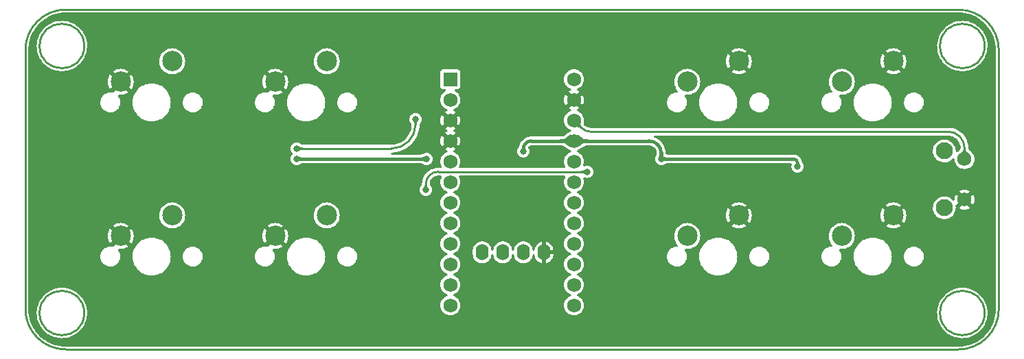
<source format=gbr>
%TF.GenerationSoftware,KiCad,Pcbnew,(6.0.0)*%
%TF.CreationDate,2022-03-13T18:47:54+01:00*%
%TF.ProjectId,TurtlePad,54757274-6c65-4506-9164-2e6b69636164,rev?*%
%TF.SameCoordinates,Original*%
%TF.FileFunction,Copper,L1,Top*%
%TF.FilePolarity,Positive*%
%FSLAX46Y46*%
G04 Gerber Fmt 4.6, Leading zero omitted, Abs format (unit mm)*
G04 Created by KiCad (PCBNEW (6.0.0)) date 2022-03-13 18:47:54*
%MOMM*%
%LPD*%
G01*
G04 APERTURE LIST*
%TA.AperFunction,Profile*%
%ADD10C,0.250000*%
%TD*%
%TA.AperFunction,ComponentPad*%
%ADD11C,2.500000*%
%TD*%
%TA.AperFunction,ComponentPad*%
%ADD12O,1.600000X2.000000*%
%TD*%
%TA.AperFunction,ComponentPad*%
%ADD13C,2.100000*%
%TD*%
%TA.AperFunction,ComponentPad*%
%ADD14C,1.750000*%
%TD*%
%TA.AperFunction,ComponentPad*%
%ADD15R,1.752600X1.752600*%
%TD*%
%TA.AperFunction,ComponentPad*%
%ADD16C,1.752600*%
%TD*%
%TA.AperFunction,ViaPad*%
%ADD17C,0.800000*%
%TD*%
%TA.AperFunction,Conductor*%
%ADD18C,0.381000*%
%TD*%
%TA.AperFunction,Conductor*%
%ADD19C,0.254000*%
%TD*%
G04 APERTURE END LIST*
D10*
X98598750Y-79243439D02*
G75*
G03*
X93598750Y-84243439I0J-5000000D01*
G01*
X208598750Y-79243439D02*
X98598750Y-79243439D01*
X98598750Y-121243439D02*
X208598750Y-121243439D01*
X208598750Y-121243439D02*
G75*
G03*
X213598750Y-116243439I0J5000000D01*
G01*
X213598750Y-84243439D02*
G75*
G03*
X208598750Y-79243439I-5000000J0D01*
G01*
X100848750Y-116743439D02*
G75*
G03*
X100848750Y-116743439I-2750000J0D01*
G01*
X211848750Y-83743439D02*
G75*
G03*
X211848750Y-83743439I-2750000J0D01*
G01*
X211848750Y-116743439D02*
G75*
G03*
X211848750Y-116743439I-2750000J0D01*
G01*
X93598750Y-116243439D02*
G75*
G03*
X98598750Y-121243439I5000000J0D01*
G01*
X93598750Y-84243439D02*
X93598750Y-116243439D01*
X100848750Y-83743439D02*
G75*
G03*
X100848750Y-83743439I-2750000J0D01*
G01*
X213598750Y-116243439D02*
X213598750Y-84243439D01*
D11*
%TO.P,MX8,1,COL*%
%TO.N,MX8*%
X194242811Y-107223439D03*
%TO.P,MX8,2,ROW*%
%TO.N,GND*%
X200592811Y-104683439D03*
%TD*%
D12*
%TO.P,OL1,1,GND*%
%TO.N,GND*%
X157522811Y-109250939D03*
%TO.P,OL1,2,VCC*%
%TO.N,VCC*%
X154982811Y-109250939D03*
%TO.P,OL1,3,SCL*%
%TO.N,SCL*%
X152442811Y-109250939D03*
%TO.P,OL1,4,SDA*%
%TO.N,SDA*%
X149902811Y-109250939D03*
%TD*%
D11*
%TO.P,MX5,1,COL*%
%TO.N,GND*%
X105342811Y-107223439D03*
%TO.P,MX5,2,ROW*%
%TO.N,MX5*%
X111692811Y-104683439D03*
%TD*%
%TO.P,MX6,1,COL*%
%TO.N,GND*%
X124392811Y-107223439D03*
%TO.P,MX6,2,ROW*%
%TO.N,MX6*%
X130742811Y-104683439D03*
%TD*%
D13*
%TO.P,SW1,*%
%TO.N,*%
X206876250Y-103728439D03*
X206876250Y-96718439D03*
D14*
%TO.P,SW1,1,1*%
%TO.N,reset*%
X209366250Y-97718439D03*
%TO.P,SW1,2,2*%
%TO.N,GND*%
X209366250Y-102718439D03*
%TD*%
D11*
%TO.P,MX3,1,COL*%
%TO.N,MX3*%
X175192811Y-88173439D03*
%TO.P,MX3,2,ROW*%
%TO.N,GND*%
X181542811Y-85633439D03*
%TD*%
%TO.P,MX7,1,COL*%
%TO.N,MX7*%
X175192811Y-107223439D03*
%TO.P,MX7,2,ROW*%
%TO.N,GND*%
X181542811Y-104683439D03*
%TD*%
%TO.P,MX2,1,COL*%
%TO.N,GND*%
X124392811Y-88173439D03*
%TO.P,MX2,2,ROW*%
%TO.N,MX2*%
X130742811Y-85633439D03*
%TD*%
%TO.P,MX1,1,COL*%
%TO.N,GND*%
X105342811Y-88173439D03*
%TO.P,MX1,2,ROW*%
%TO.N,MX1*%
X111692811Y-85633439D03*
%TD*%
D15*
%TO.P,U1,1,TX0/PD3*%
%TO.N,LED*%
X145982811Y-87855939D03*
D16*
%TO.P,U1,2,RX1/PD2*%
%TO.N,unconnected-(U1-Pad2)*%
X145982811Y-90395939D03*
%TO.P,U1,3,GND*%
%TO.N,GND*%
X145982811Y-92935939D03*
%TO.P,U1,4,GND*%
X145982811Y-95475939D03*
%TO.P,U1,5,2/PD1*%
%TO.N,SDA*%
X145982811Y-98015939D03*
%TO.P,U1,6,3/PD0*%
%TO.N,SCL*%
X145982811Y-100555939D03*
%TO.P,U1,7,4/PD4*%
%TO.N,unconnected-(U1-Pad7)*%
X145982811Y-103095939D03*
%TO.P,U1,8,5/PC6*%
%TO.N,unconnected-(U1-Pad8)*%
X145982811Y-105635939D03*
%TO.P,U1,9,6/PD7*%
%TO.N,MX2*%
X145982811Y-108175939D03*
%TO.P,U1,10,7/PE6*%
%TO.N,MX1*%
X145982811Y-110715939D03*
%TO.P,U1,11,8/PB4*%
%TO.N,MX6*%
X145982811Y-113255939D03*
%TO.P,U1,12,9/PB5*%
%TO.N,MX5*%
X145982811Y-115795939D03*
%TO.P,U1,13,10/PB6*%
%TO.N,MX8*%
X161222811Y-115795939D03*
%TO.P,U1,14,16/PB2*%
%TO.N,MX7*%
X161222811Y-113255939D03*
%TO.P,U1,15,14/PB3*%
%TO.N,MX4*%
X161222811Y-110715939D03*
%TO.P,U1,16,15/PB1*%
%TO.N,MX3*%
X161222811Y-108175939D03*
%TO.P,U1,17,A0/PF7*%
%TO.N,unconnected-(U1-Pad17)*%
X161222811Y-105635939D03*
%TO.P,U1,18,A1/PF6*%
%TO.N,unconnected-(U1-Pad18)*%
X161222811Y-103095939D03*
%TO.P,U1,19,A2/PF5*%
%TO.N,unconnected-(U1-Pad19)*%
X161222811Y-100555939D03*
%TO.P,U1,20,A3/PF4*%
%TO.N,unconnected-(U1-Pad20)*%
X161222811Y-98015939D03*
%TO.P,U1,21,VCC*%
%TO.N,VCC*%
X161222811Y-95475939D03*
%TO.P,U1,22,RST*%
%TO.N,reset*%
X161222811Y-92935939D03*
%TO.P,U1,23,GND*%
%TO.N,GND*%
X161222811Y-90395939D03*
%TO.P,U1,24,RAW*%
%TO.N,unconnected-(U1-Pad24)*%
X161222811Y-87855939D03*
%TD*%
D11*
%TO.P,MX4,1,COL*%
%TO.N,MX4*%
X194242811Y-88173439D03*
%TO.P,MX4,2,ROW*%
%TO.N,GND*%
X200592811Y-85633439D03*
%TD*%
D17*
%TO.N,GND*%
X142158750Y-109303439D03*
X152358750Y-103153439D03*
X164908750Y-109243439D03*
X148958750Y-104573439D03*
X164306250Y-104063439D03*
X162888750Y-91723439D03*
X151118750Y-110883439D03*
X144208750Y-91723439D03*
%TO.N,VCC*%
X171978750Y-97703439D03*
X127018750Y-97703439D03*
X154978750Y-96753439D03*
X143068750Y-97713439D03*
X188788750Y-98633439D03*
%TO.N,LED*%
X127018750Y-96423439D03*
X141696561Y-92803439D03*
%TO.N,Net-(RGB2-Pad2)*%
X142966561Y-101508439D03*
X162878750Y-99283439D03*
%TD*%
D18*
%TO.N,VCC*%
X170473750Y-95475939D02*
X161222811Y-95475939D01*
X171983750Y-97698439D02*
X171978750Y-97703439D01*
X171973750Y-97698439D02*
X171978750Y-97703439D01*
X188288750Y-97698439D02*
X171983750Y-97698439D01*
X127018750Y-97703439D02*
X127023750Y-97698439D01*
X127023750Y-97698439D02*
X143053750Y-97698439D01*
X154978750Y-96753439D02*
X154978750Y-96475939D01*
X188788750Y-98633439D02*
X188788750Y-98198439D01*
X143053750Y-97698439D02*
X143068750Y-97713439D01*
X155978750Y-95475939D02*
X161222811Y-95475939D01*
X171973750Y-96975939D02*
X171973750Y-97698439D01*
X155978750Y-95475939D02*
G75*
G03*
X154978750Y-96475939I-1J-999999D01*
G01*
X170473750Y-95475939D02*
G75*
G02*
X171973750Y-96975939I-1J-1500001D01*
G01*
X188788750Y-98198439D02*
G75*
G03*
X188288750Y-97698439I-500001J-1D01*
G01*
D19*
%TO.N,reset*%
X163304737Y-94333439D02*
X207366250Y-94333439D01*
X161222811Y-92935939D02*
X162136350Y-93849478D01*
X209366250Y-96333439D02*
X209366250Y-97718439D01*
X163304737Y-94333439D02*
G75*
G02*
X162136350Y-93849478I-1J1652348D01*
G01*
X207366250Y-94333439D02*
G75*
G02*
X209366250Y-96333439I1J-1999999D01*
G01*
%TO.N,LED*%
X127023750Y-96428439D02*
X138696561Y-96428439D01*
X127018750Y-96423439D02*
X127023750Y-96428439D01*
X141696561Y-93428439D02*
X141696561Y-92803439D01*
X141696561Y-93428439D02*
G75*
G02*
X138696561Y-96428439I-3000001J1D01*
G01*
%TO.N,Net-(RGB2-Pad2)*%
X142966561Y-100783439D02*
X142966561Y-101508439D01*
X162878750Y-99283439D02*
X144466561Y-99283439D01*
X142966561Y-100783439D02*
G75*
G02*
X144466561Y-99283439I1500001J-1D01*
G01*
%TD*%
%TA.AperFunction,Conductor*%
%TO.N,LED*%
G36*
X127205047Y-96069633D02*
G01*
X127266931Y-96102739D01*
X127267423Y-96103018D01*
X127326608Y-96138460D01*
X127326878Y-96138627D01*
X127379423Y-96172123D01*
X127428293Y-96203054D01*
X127476429Y-96230770D01*
X127526906Y-96254710D01*
X127527202Y-96254814D01*
X127527205Y-96254815D01*
X127582498Y-96274203D01*
X127582502Y-96274204D01*
X127582801Y-96274309D01*
X127583102Y-96274378D01*
X127583110Y-96274380D01*
X127646903Y-96288941D01*
X127646908Y-96288942D01*
X127647189Y-96289006D01*
X127647471Y-96289040D01*
X127647481Y-96289042D01*
X127722916Y-96298208D01*
X127722918Y-96298208D01*
X127723147Y-96298236D01*
X127797467Y-96300863D01*
X127802463Y-96301040D01*
X127810610Y-96304757D01*
X127813750Y-96312733D01*
X127813750Y-96544139D01*
X127810323Y-96552412D01*
X127802457Y-96555832D01*
X127722492Y-96558616D01*
X127722482Y-96558617D01*
X127722246Y-96558625D01*
X127645522Y-96567792D01*
X127645245Y-96567854D01*
X127645239Y-96567855D01*
X127609223Y-96575912D01*
X127580451Y-96582349D01*
X127523905Y-96601705D01*
X127472758Y-96625273D01*
X127423881Y-96652460D01*
X127423790Y-96652516D01*
X127423775Y-96652524D01*
X127374147Y-96682678D01*
X127320559Y-96715258D01*
X127320291Y-96715416D01*
X127290050Y-96732572D01*
X127259863Y-96749697D01*
X127259356Y-96749969D01*
X127196032Y-96781843D01*
X127187104Y-96782501D01*
X127182558Y-96779722D01*
X127152396Y-96749972D01*
X127025967Y-96625273D01*
X126827429Y-96429451D01*
X126823945Y-96421202D01*
X126827643Y-96412586D01*
X127191526Y-96071415D01*
X127199905Y-96068256D01*
X127205047Y-96069633D01*
G37*
%TD.AperFunction*%
%TD*%
%TA.AperFunction,Conductor*%
%TO.N,VCC*%
G36*
X172214897Y-97372926D02*
G01*
X172273508Y-97401259D01*
X172326954Y-97426260D01*
X172377821Y-97447929D01*
X172395214Y-97454197D01*
X172428499Y-97466193D01*
X172428507Y-97466196D01*
X172428697Y-97466264D01*
X172482168Y-97481266D01*
X172482381Y-97481308D01*
X172482392Y-97481311D01*
X172540614Y-97492894D01*
X172540624Y-97492896D01*
X172540822Y-97492935D01*
X172556209Y-97494866D01*
X172607068Y-97501248D01*
X172607079Y-97501249D01*
X172607246Y-97501270D01*
X172684026Y-97506271D01*
X172684181Y-97506274D01*
X172684184Y-97506274D01*
X172762268Y-97507726D01*
X172770476Y-97511306D01*
X172773750Y-97519424D01*
X172773750Y-97877461D01*
X172770323Y-97885734D01*
X172762275Y-97889159D01*
X172685021Y-97890637D01*
X172609067Y-97895743D01*
X172608898Y-97895765D01*
X172608887Y-97895766D01*
X172543563Y-97904245D01*
X172543553Y-97904247D01*
X172543358Y-97904272D01*
X172543165Y-97904312D01*
X172543158Y-97904313D01*
X172520836Y-97908920D01*
X172485362Y-97916241D01*
X172454769Y-97925176D01*
X172432753Y-97931606D01*
X172432743Y-97931609D01*
X172432549Y-97931666D01*
X172432365Y-97931735D01*
X172432351Y-97931740D01*
X172397894Y-97944722D01*
X172382388Y-97950564D01*
X172332348Y-97972950D01*
X172279899Y-97998841D01*
X172279872Y-97998855D01*
X172222546Y-98028234D01*
X172222509Y-98028253D01*
X172164964Y-98057486D01*
X172156036Y-98058178D01*
X172151663Y-98055590D01*
X171986294Y-97900543D01*
X171986292Y-97900542D01*
X171984594Y-97898950D01*
X171787643Y-97714292D01*
X171783951Y-97706134D01*
X171787429Y-97697427D01*
X171792823Y-97692106D01*
X172148535Y-97341261D01*
X172214897Y-97372926D01*
G37*
%TD.AperFunction*%
%TD*%
%TA.AperFunction,Conductor*%
%TO.N,VCC*%
G36*
X161612278Y-94691274D02*
G01*
X161667829Y-94720948D01*
X161764577Y-94772630D01*
X161765314Y-94773059D01*
X161899433Y-94858057D01*
X161899952Y-94858406D01*
X162016469Y-94941297D01*
X162016644Y-94941424D01*
X162123101Y-95020161D01*
X162123112Y-95020169D01*
X162123122Y-95020176D01*
X162226718Y-95092427D01*
X162226724Y-95092431D01*
X162226892Y-95092548D01*
X162227073Y-95092654D01*
X162227080Y-95092659D01*
X162335189Y-95156265D01*
X162335193Y-95156267D01*
X162335487Y-95156440D01*
X162456446Y-95209756D01*
X162597330Y-95250415D01*
X162597690Y-95250470D01*
X162597697Y-95250472D01*
X162696030Y-95265610D01*
X162765698Y-95276336D01*
X162766007Y-95276350D01*
X162766009Y-95276350D01*
X162957934Y-95284939D01*
X162966046Y-95288732D01*
X162969111Y-95296627D01*
X162969111Y-95655251D01*
X162965684Y-95663524D01*
X162957934Y-95666939D01*
X162766009Y-95675527D01*
X162766007Y-95675527D01*
X162765698Y-95675541D01*
X162696030Y-95686267D01*
X162597697Y-95701405D01*
X162597690Y-95701407D01*
X162597330Y-95701462D01*
X162456446Y-95742121D01*
X162335487Y-95795437D01*
X162335193Y-95795610D01*
X162335189Y-95795612D01*
X162227080Y-95859218D01*
X162227073Y-95859223D01*
X162226892Y-95859329D01*
X162226724Y-95859446D01*
X162226718Y-95859450D01*
X162123122Y-95931701D01*
X162123112Y-95931708D01*
X162123101Y-95931716D01*
X162123077Y-95931734D01*
X162016644Y-96010453D01*
X162016469Y-96010580D01*
X161899952Y-96093471D01*
X161899439Y-96093816D01*
X161765314Y-96178818D01*
X161764577Y-96179247D01*
X161714341Y-96206083D01*
X161612277Y-96260604D01*
X161603365Y-96261479D01*
X161598654Y-96258717D01*
X161224490Y-95898901D01*
X161224489Y-95898901D01*
X160784661Y-95475939D01*
X161222811Y-95054591D01*
X161340560Y-94941358D01*
X161515566Y-94773063D01*
X161598655Y-94693161D01*
X161606994Y-94689896D01*
X161612278Y-94691274D01*
G37*
%TD.AperFunction*%
%TD*%
%TA.AperFunction,Conductor*%
%TO.N,VCC*%
G36*
X142913537Y-97353135D02*
G01*
X143260160Y-97712089D01*
X143263442Y-97720420D01*
X143259536Y-97728944D01*
X142887301Y-98061283D01*
X142878848Y-98064236D01*
X142873974Y-98062862D01*
X142816788Y-98032143D01*
X142816787Y-98032142D01*
X142759756Y-98001498D01*
X142759746Y-98001493D01*
X142759659Y-98001446D01*
X142707297Y-97974585D01*
X142657197Y-97951501D01*
X142626120Y-97939546D01*
X142607058Y-97932213D01*
X142607053Y-97932211D01*
X142606852Y-97932134D01*
X142553756Y-97916423D01*
X142495404Y-97904308D01*
X142495205Y-97904282D01*
X142495198Y-97904281D01*
X142460312Y-97899755D01*
X142429289Y-97895729D01*
X142352907Y-97890626D01*
X142300329Y-97889631D01*
X142275229Y-97889156D01*
X142267022Y-97885573D01*
X142263750Y-97877458D01*
X142263750Y-97519439D01*
X142267177Y-97511166D01*
X142275248Y-97507741D01*
X142302725Y-97507269D01*
X142355656Y-97506359D01*
X142355678Y-97506358D01*
X142355802Y-97506356D01*
X142434589Y-97501596D01*
X142434766Y-97501575D01*
X142434770Y-97501575D01*
X142449893Y-97499811D01*
X142502781Y-97493644D01*
X142517933Y-97490838D01*
X142562825Y-97482525D01*
X142562833Y-97482523D01*
X142563050Y-97482483D01*
X142618066Y-97468097D01*
X142628099Y-97464724D01*
X142670342Y-97450524D01*
X142670360Y-97450518D01*
X142670501Y-97450470D01*
X142670647Y-97450412D01*
X142670655Y-97450409D01*
X142722947Y-97429617D01*
X142722966Y-97429609D01*
X142723024Y-97429586D01*
X142778308Y-97405429D01*
X142839022Y-97377984D01*
X142900348Y-97350580D01*
X142909299Y-97350333D01*
X142913537Y-97353135D01*
G37*
%TD.AperFunction*%
%TD*%
%TA.AperFunction,Conductor*%
%TO.N,VCC*%
G36*
X127195945Y-97344797D02*
G01*
X127254897Y-97372927D01*
X127254950Y-97372952D01*
X127298325Y-97393919D01*
X127313508Y-97401259D01*
X127366954Y-97426260D01*
X127417821Y-97447929D01*
X127435214Y-97454197D01*
X127468499Y-97466193D01*
X127468507Y-97466196D01*
X127468697Y-97466264D01*
X127522168Y-97481266D01*
X127522381Y-97481308D01*
X127522392Y-97481311D01*
X127580614Y-97492894D01*
X127580624Y-97492896D01*
X127580822Y-97492935D01*
X127596209Y-97494866D01*
X127647068Y-97501248D01*
X127647079Y-97501249D01*
X127647246Y-97501270D01*
X127724026Y-97506271D01*
X127724181Y-97506274D01*
X127724184Y-97506274D01*
X127802268Y-97507726D01*
X127810476Y-97511306D01*
X127813750Y-97519424D01*
X127813750Y-97877461D01*
X127810323Y-97885734D01*
X127802275Y-97889159D01*
X127725021Y-97890637D01*
X127649067Y-97895743D01*
X127648898Y-97895765D01*
X127648887Y-97895766D01*
X127583563Y-97904245D01*
X127583553Y-97904247D01*
X127583358Y-97904272D01*
X127583165Y-97904312D01*
X127583158Y-97904313D01*
X127560836Y-97908920D01*
X127525362Y-97916241D01*
X127494769Y-97925176D01*
X127472753Y-97931606D01*
X127472743Y-97931609D01*
X127472549Y-97931666D01*
X127472365Y-97931735D01*
X127472351Y-97931740D01*
X127437894Y-97944722D01*
X127422388Y-97950564D01*
X127372348Y-97972950D01*
X127319899Y-97998841D01*
X127319872Y-97998855D01*
X127262546Y-98028234D01*
X127262509Y-98028253D01*
X127204963Y-98057487D01*
X127196035Y-98058179D01*
X127191665Y-98055593D01*
X126827641Y-97714290D01*
X126823951Y-97706134D01*
X126827429Y-97697427D01*
X127182690Y-97347026D01*
X127190987Y-97343656D01*
X127195945Y-97344797D01*
G37*
%TD.AperFunction*%
%TD*%
%TA.AperFunction,Conductor*%
%TO.N,VCC*%
G36*
X160846967Y-94693161D02*
G01*
X161187023Y-95020176D01*
X161660961Y-95475939D01*
X161018612Y-96093655D01*
X160930057Y-96178814D01*
X160846968Y-96258717D01*
X160838629Y-96261982D01*
X160833345Y-96260604D01*
X160730202Y-96205506D01*
X160681044Y-96179247D01*
X160680307Y-96178818D01*
X160546182Y-96093816D01*
X160545669Y-96093471D01*
X160429152Y-96010580D01*
X160428977Y-96010453D01*
X160322544Y-95931734D01*
X160322520Y-95931716D01*
X160322509Y-95931708D01*
X160322499Y-95931701D01*
X160218903Y-95859450D01*
X160218897Y-95859446D01*
X160218729Y-95859329D01*
X160218548Y-95859223D01*
X160218541Y-95859218D01*
X160110432Y-95795612D01*
X160110428Y-95795610D01*
X160110134Y-95795437D01*
X159989175Y-95742121D01*
X159848291Y-95701462D01*
X159847931Y-95701407D01*
X159847924Y-95701405D01*
X159749591Y-95686267D01*
X159679923Y-95675541D01*
X159679614Y-95675527D01*
X159679612Y-95675527D01*
X159487688Y-95666939D01*
X159479576Y-95663146D01*
X159476511Y-95655251D01*
X159476511Y-95296627D01*
X159479938Y-95288354D01*
X159487688Y-95284939D01*
X159679612Y-95276350D01*
X159679614Y-95276350D01*
X159679923Y-95276336D01*
X159749591Y-95265610D01*
X159847924Y-95250472D01*
X159847931Y-95250470D01*
X159848291Y-95250415D01*
X159989175Y-95209756D01*
X160110134Y-95156440D01*
X160110428Y-95156267D01*
X160110432Y-95156265D01*
X160218541Y-95092659D01*
X160218548Y-95092654D01*
X160218729Y-95092548D01*
X160218897Y-95092431D01*
X160218903Y-95092427D01*
X160322499Y-95020176D01*
X160322509Y-95020169D01*
X160322520Y-95020161D01*
X160428977Y-94941424D01*
X160429152Y-94941297D01*
X160545669Y-94858406D01*
X160546188Y-94858057D01*
X160680307Y-94773059D01*
X160681044Y-94772630D01*
X160833343Y-94691274D01*
X160842256Y-94690399D01*
X160846967Y-94693161D01*
G37*
%TD.AperFunction*%
%TD*%
%TA.AperFunction,Conductor*%
%TO.N,LED*%
G36*
X141701880Y-92618755D02*
G01*
X141706982Y-92623857D01*
X141950537Y-93101053D01*
X141951246Y-93109979D01*
X141947940Y-93115070D01*
X141935978Y-93125829D01*
X141935828Y-93125984D01*
X141917496Y-93144914D01*
X141917490Y-93144921D01*
X141917329Y-93145087D01*
X141899137Y-93167080D01*
X141891296Y-93178420D01*
X141882020Y-93191834D01*
X141882012Y-93191846D01*
X141881868Y-93192055D01*
X141865983Y-93220262D01*
X141851947Y-93251947D01*
X141840223Y-93287360D01*
X141831275Y-93326747D01*
X141825566Y-93370357D01*
X141825555Y-93370617D01*
X141825555Y-93370619D01*
X141824029Y-93407226D01*
X141820260Y-93415350D01*
X141812339Y-93418439D01*
X141580783Y-93418439D01*
X141572510Y-93415012D01*
X141569093Y-93407227D01*
X141567566Y-93370620D01*
X141567566Y-93370619D01*
X141567555Y-93370357D01*
X141561846Y-93326747D01*
X141552898Y-93287360D01*
X141541174Y-93251947D01*
X141527138Y-93220262D01*
X141511253Y-93192055D01*
X141511109Y-93191846D01*
X141511101Y-93191834D01*
X141501825Y-93178420D01*
X141493984Y-93167080D01*
X141475792Y-93145087D01*
X141475631Y-93144921D01*
X141475625Y-93144914D01*
X141457293Y-93125984D01*
X141457143Y-93125829D01*
X141445181Y-93115070D01*
X141441322Y-93106991D01*
X141442585Y-93101053D01*
X141686140Y-92623857D01*
X141692953Y-92618046D01*
X141701880Y-92618755D01*
G37*
%TD.AperFunction*%
%TD*%
%TA.AperFunction,Conductor*%
%TO.N,reset*%
G36*
X160941988Y-92639581D02*
G01*
X160956191Y-92646174D01*
X162060560Y-93158840D01*
X162066622Y-93165431D01*
X162067019Y-93172149D01*
X162059660Y-93203207D01*
X162051594Y-93250383D01*
X162046507Y-93303380D01*
X162045884Y-93361189D01*
X162051211Y-93422802D01*
X162063973Y-93487208D01*
X162085655Y-93553400D01*
X162117744Y-93620369D01*
X162161723Y-93687106D01*
X162161991Y-93687412D01*
X162211866Y-93744365D01*
X162214738Y-93752846D01*
X162211337Y-93760346D01*
X162047218Y-93924465D01*
X162038945Y-93927892D01*
X162031237Y-93924994D01*
X161974284Y-93875119D01*
X161973978Y-93874851D01*
X161907241Y-93830872D01*
X161840272Y-93798783D01*
X161839916Y-93798666D01*
X161839910Y-93798664D01*
X161790098Y-93782348D01*
X161774080Y-93777101D01*
X161773737Y-93777033D01*
X161773733Y-93777032D01*
X161709993Y-93764402D01*
X161709989Y-93764401D01*
X161709674Y-93764339D01*
X161709360Y-93764312D01*
X161709354Y-93764311D01*
X161655232Y-93759632D01*
X161648061Y-93759012D01*
X161647776Y-93759015D01*
X161647774Y-93759015D01*
X161590501Y-93759632D01*
X161590494Y-93759632D01*
X161590252Y-93759635D01*
X161582845Y-93760346D01*
X161537480Y-93764700D01*
X161537469Y-93764701D01*
X161537255Y-93764722D01*
X161537049Y-93764757D01*
X161537043Y-93764758D01*
X161496791Y-93771640D01*
X161490079Y-93772788D01*
X161459021Y-93780147D01*
X161450181Y-93778720D01*
X161445712Y-93773688D01*
X161180962Y-93203371D01*
X160926455Y-92655120D01*
X160926079Y-92646174D01*
X160932141Y-92639583D01*
X160941088Y-92639207D01*
X160941988Y-92639581D01*
G37*
%TD.AperFunction*%
%TD*%
%TA.AperFunction,Conductor*%
%TO.N,Net-(RGB2-Pad2)*%
G36*
X162710449Y-98929261D02*
G01*
X163069981Y-99275006D01*
X163073569Y-99283210D01*
X163069981Y-99291872D01*
X162933747Y-99422882D01*
X162710449Y-99637617D01*
X162702110Y-99640882D01*
X162696944Y-99639565D01*
X162634861Y-99607292D01*
X162634346Y-99607007D01*
X162575017Y-99572266D01*
X162574776Y-99572121D01*
X162522129Y-99539113D01*
X162473261Y-99508527D01*
X162454107Y-99497568D01*
X162425395Y-99481139D01*
X162425389Y-99481136D01*
X162425190Y-99481022D01*
X162374830Y-99457191D01*
X162374551Y-99457093D01*
X162319393Y-99437730D01*
X162319388Y-99437729D01*
X162319093Y-99437625D01*
X162318792Y-99437556D01*
X162318785Y-99437554D01*
X162255169Y-99422979D01*
X162255161Y-99422978D01*
X162254892Y-99422916D01*
X162216534Y-99418228D01*
X162179381Y-99413686D01*
X162179371Y-99413685D01*
X162179140Y-99413657D01*
X162178903Y-99413649D01*
X162178896Y-99413648D01*
X162136907Y-99412153D01*
X162100033Y-99410841D01*
X162091888Y-99407122D01*
X162088750Y-99399148D01*
X162088750Y-99167730D01*
X162092177Y-99159457D01*
X162100034Y-99156037D01*
X162125750Y-99155121D01*
X162178896Y-99153229D01*
X162178903Y-99153228D01*
X162179140Y-99153220D01*
X162179371Y-99153192D01*
X162179381Y-99153191D01*
X162216534Y-99148649D01*
X162254892Y-99143961D01*
X162255161Y-99143899D01*
X162255169Y-99143898D01*
X162318785Y-99129323D01*
X162318792Y-99129321D01*
X162319093Y-99129252D01*
X162319388Y-99129148D01*
X162319393Y-99129147D01*
X162374551Y-99109784D01*
X162374552Y-99109784D01*
X162374830Y-99109686D01*
X162425190Y-99085855D01*
X162425389Y-99085741D01*
X162425395Y-99085738D01*
X162473189Y-99058391D01*
X162473261Y-99058350D01*
X162522129Y-99027764D01*
X162574776Y-98994756D01*
X162575017Y-98994611D01*
X162634364Y-98959860D01*
X162634860Y-98959586D01*
X162672419Y-98940061D01*
X162696943Y-98927313D01*
X162705864Y-98926538D01*
X162710449Y-98929261D01*
G37*
%TD.AperFunction*%
%TD*%
%TA.AperFunction,Conductor*%
%TO.N,VCC*%
G36*
X172161034Y-96989366D02*
G01*
X172164459Y-96997425D01*
X172165541Y-97056965D01*
X172165548Y-97057082D01*
X172165549Y-97057101D01*
X172167668Y-97091191D01*
X172169457Y-97119963D01*
X172176062Y-97176053D01*
X172185421Y-97226352D01*
X172185477Y-97226560D01*
X172185479Y-97226571D01*
X172197531Y-97271736D01*
X172197596Y-97271979D01*
X172197676Y-97272202D01*
X172197678Y-97272209D01*
X172206122Y-97295802D01*
X172212653Y-97314052D01*
X172230655Y-97353690D01*
X172230757Y-97353877D01*
X172230761Y-97353884D01*
X172240211Y-97371120D01*
X172251665Y-97392010D01*
X172275749Y-97430131D01*
X172302970Y-97469172D01*
X171984594Y-97898950D01*
X171984043Y-97899694D01*
X171980635Y-97898409D01*
X171979564Y-97898444D01*
X171974467Y-97894695D01*
X171959480Y-97875499D01*
X171654173Y-97484459D01*
X171653883Y-97484087D01*
X171651493Y-97475457D01*
X171653345Y-97470434D01*
X171654135Y-97469240D01*
X171675289Y-97437245D01*
X171689547Y-97413481D01*
X171698670Y-97398274D01*
X171698754Y-97398134D01*
X171701947Y-97392010D01*
X171719085Y-97359139D01*
X171719087Y-97359134D01*
X171719176Y-97358964D01*
X171736629Y-97318577D01*
X171751190Y-97275818D01*
X171762933Y-97229528D01*
X171771935Y-97178552D01*
X171778271Y-97121733D01*
X171782018Y-97057914D01*
X171783053Y-96997439D01*
X171786621Y-96989225D01*
X171794751Y-96985939D01*
X172152761Y-96985939D01*
X172161034Y-96989366D01*
G37*
%TD.AperFunction*%
%TD*%
%TA.AperFunction,Conductor*%
%TO.N,VCC*%
G36*
X188976148Y-98211866D02*
G01*
X188979570Y-98219813D01*
X188979597Y-98220778D01*
X188980550Y-98232740D01*
X188981976Y-98244120D01*
X188981996Y-98244239D01*
X188981999Y-98244261D01*
X188983722Y-98254586D01*
X188983743Y-98254711D01*
X188985719Y-98264308D01*
X188987770Y-98272704D01*
X188989764Y-98279694D01*
X188991569Y-98285070D01*
X188992108Y-98286364D01*
X188992253Y-98295000D01*
X188799694Y-98804483D01*
X188793564Y-98811011D01*
X188784614Y-98811291D01*
X188777806Y-98804483D01*
X188585247Y-98295000D01*
X188585391Y-98286365D01*
X188585850Y-98285264D01*
X188585858Y-98285244D01*
X188585930Y-98285070D01*
X188587735Y-98279694D01*
X188589729Y-98272704D01*
X188591780Y-98264308D01*
X188593756Y-98254711D01*
X188593777Y-98254586D01*
X188595500Y-98244261D01*
X188595503Y-98244239D01*
X188595523Y-98244120D01*
X188596949Y-98232740D01*
X188597902Y-98220778D01*
X188597929Y-98219812D01*
X188601584Y-98211639D01*
X188609624Y-98208439D01*
X188967875Y-98208439D01*
X188976148Y-98211866D01*
G37*
%TD.AperFunction*%
%TD*%
%TA.AperFunction,Conductor*%
%TO.N,Net-(RGB2-Pad2)*%
G36*
X143090523Y-100796866D02*
G01*
X143093943Y-100804743D01*
X143095957Y-100864432D01*
X143102922Y-100926308D01*
X143114122Y-100980487D01*
X143129219Y-101028390D01*
X143147879Y-101071439D01*
X143169766Y-101111054D01*
X143194544Y-101148656D01*
X143221878Y-101185667D01*
X143251433Y-101223508D01*
X143277480Y-101256723D01*
X143279888Y-101265348D01*
X143277808Y-101270723D01*
X142976096Y-101695030D01*
X142968509Y-101699787D01*
X142959781Y-101697785D01*
X142957026Y-101695030D01*
X142655314Y-101270723D01*
X142653312Y-101261995D01*
X142655642Y-101256723D01*
X142681688Y-101223508D01*
X142711243Y-101185667D01*
X142738577Y-101148656D01*
X142763355Y-101111054D01*
X142785242Y-101071439D01*
X142803902Y-101028390D01*
X142818999Y-100980487D01*
X142830199Y-100926308D01*
X142837164Y-100864432D01*
X142839179Y-100804743D01*
X142842883Y-100796591D01*
X142850872Y-100793439D01*
X143082250Y-100793439D01*
X143090523Y-100796866D01*
G37*
%TD.AperFunction*%
%TD*%
%TA.AperFunction,Conductor*%
%TO.N,reset*%
G36*
X209490492Y-96346866D02*
G01*
X209493899Y-96354450D01*
X209499641Y-96451830D01*
X209517670Y-96548288D01*
X209545616Y-96633778D01*
X209581760Y-96709264D01*
X209624381Y-96775713D01*
X209671759Y-96834088D01*
X209722175Y-96885354D01*
X209773909Y-96930477D01*
X209825241Y-96970421D01*
X209866804Y-97000598D01*
X209871485Y-97008232D01*
X209870631Y-97014796D01*
X209376951Y-98131728D01*
X209370472Y-98137910D01*
X209361520Y-98137699D01*
X209355549Y-98131728D01*
X208861869Y-97014796D01*
X208861658Y-97005844D01*
X208865696Y-97000598D01*
X208907258Y-96970421D01*
X208958590Y-96930477D01*
X209010324Y-96885354D01*
X209060740Y-96834088D01*
X209108118Y-96775713D01*
X209150739Y-96709264D01*
X209186883Y-96633778D01*
X209214829Y-96548288D01*
X209232858Y-96451830D01*
X209238601Y-96354450D01*
X209242509Y-96346393D01*
X209250281Y-96343439D01*
X209482219Y-96343439D01*
X209490492Y-96346866D01*
G37*
%TD.AperFunction*%
%TD*%
%TA.AperFunction,Conductor*%
%TO.N,GND*%
G36*
X208580997Y-79594990D02*
G01*
X208598750Y-79597802D01*
X208608543Y-79596251D01*
X208609850Y-79596251D01*
X208633016Y-79594935D01*
X208998529Y-79610894D01*
X209009477Y-79611852D01*
X209400771Y-79663366D01*
X209411579Y-79665272D01*
X209796887Y-79750693D01*
X209807504Y-79753538D01*
X210183901Y-79872215D01*
X210194214Y-79875968D01*
X210558858Y-80027009D01*
X210568802Y-80031647D01*
X210918867Y-80213879D01*
X210928387Y-80219375D01*
X211261235Y-80431423D01*
X211270239Y-80437727D01*
X211561222Y-80661005D01*
X211583353Y-80677987D01*
X211591770Y-80685051D01*
X211865336Y-80935726D01*
X211882741Y-80951675D01*
X211890510Y-80959444D01*
X212157136Y-81250416D01*
X212164202Y-81258836D01*
X212404462Y-81571950D01*
X212410766Y-81580954D01*
X212622814Y-81913802D01*
X212628309Y-81923321D01*
X212720557Y-82100526D01*
X212810538Y-82273378D01*
X212815180Y-82283331D01*
X212966218Y-82647967D01*
X212969974Y-82658288D01*
X212991237Y-82725726D01*
X213088651Y-83034684D01*
X213091496Y-83045301D01*
X213161730Y-83362105D01*
X213176915Y-83430601D01*
X213178823Y-83441418D01*
X213212414Y-83696570D01*
X213230337Y-83832711D01*
X213231295Y-83843660D01*
X213247116Y-84206006D01*
X213247254Y-84209169D01*
X213245938Y-84232339D01*
X213245938Y-84233646D01*
X213244387Y-84243439D01*
X213245938Y-84253231D01*
X213247199Y-84261193D01*
X213248750Y-84280904D01*
X213248750Y-116205974D01*
X213247199Y-116225685D01*
X213244387Y-116243439D01*
X213245938Y-116253232D01*
X213245938Y-116254539D01*
X213247254Y-116277705D01*
X213231295Y-116643217D01*
X213230337Y-116654166D01*
X213178984Y-117044239D01*
X213178824Y-117045452D01*
X213176917Y-117056268D01*
X213103926Y-117385508D01*
X213091496Y-117441576D01*
X213088651Y-117452194D01*
X212969977Y-117828582D01*
X212966221Y-117838903D01*
X212830852Y-118165713D01*
X212815184Y-118203538D01*
X212810542Y-118213491D01*
X212716395Y-118394347D01*
X212628310Y-118563556D01*
X212622814Y-118573076D01*
X212410766Y-118905924D01*
X212404462Y-118914928D01*
X212164202Y-119228042D01*
X212157138Y-119236459D01*
X211997742Y-119410411D01*
X211890514Y-119527430D01*
X211882745Y-119535199D01*
X211610236Y-119784907D01*
X211591773Y-119801825D01*
X211583356Y-119808888D01*
X211532850Y-119847643D01*
X211270239Y-120049151D01*
X211261235Y-120055455D01*
X210928387Y-120267503D01*
X210918868Y-120272998D01*
X210568802Y-120455231D01*
X210558858Y-120459869D01*
X210194214Y-120610910D01*
X210183901Y-120614663D01*
X209830439Y-120726109D01*
X209807505Y-120733340D01*
X209796888Y-120736185D01*
X209411579Y-120821606D01*
X209400771Y-120823512D01*
X209009478Y-120875026D01*
X208998529Y-120875984D01*
X208633016Y-120891943D01*
X208609850Y-120890627D01*
X208608543Y-120890627D01*
X208598750Y-120889076D01*
X208588958Y-120890627D01*
X208580996Y-120891888D01*
X208561285Y-120893439D01*
X98636215Y-120893439D01*
X98616504Y-120891888D01*
X98608542Y-120890627D01*
X98598750Y-120889076D01*
X98588957Y-120890627D01*
X98587650Y-120890627D01*
X98564484Y-120891943D01*
X98198971Y-120875984D01*
X98188022Y-120875026D01*
X97796729Y-120823512D01*
X97785921Y-120821606D01*
X97400612Y-120736185D01*
X97389995Y-120733340D01*
X97367061Y-120726109D01*
X97013599Y-120614663D01*
X97003286Y-120610910D01*
X96638642Y-120459869D01*
X96628698Y-120455231D01*
X96278632Y-120272998D01*
X96269113Y-120267503D01*
X95936265Y-120055455D01*
X95927261Y-120049151D01*
X95664650Y-119847643D01*
X95614144Y-119808888D01*
X95605727Y-119801825D01*
X95587264Y-119784907D01*
X95314755Y-119535199D01*
X95306986Y-119527430D01*
X95199759Y-119410411D01*
X95040362Y-119236459D01*
X95033298Y-119228042D01*
X94793038Y-118914928D01*
X94786734Y-118905924D01*
X94574686Y-118573076D01*
X94569190Y-118563556D01*
X94481105Y-118394347D01*
X94386958Y-118213491D01*
X94382316Y-118203538D01*
X94366649Y-118165713D01*
X94231279Y-117838903D01*
X94227523Y-117828582D01*
X94108849Y-117452194D01*
X94106004Y-117441576D01*
X94093574Y-117385508D01*
X94020583Y-117056268D01*
X94018676Y-117045452D01*
X94018517Y-117044239D01*
X93973209Y-116700088D01*
X94994168Y-116700088D01*
X94995985Y-116743439D01*
X95008683Y-117046423D01*
X95061714Y-117388981D01*
X95152599Y-117723493D01*
X95280205Y-118045789D01*
X95442942Y-118351853D01*
X95444927Y-118354751D01*
X95444933Y-118354762D01*
X95636791Y-118634963D01*
X95636796Y-118634969D01*
X95638782Y-118637870D01*
X95865283Y-118900273D01*
X95867853Y-118902653D01*
X95867857Y-118902657D01*
X95961477Y-118989350D01*
X96119622Y-119135794D01*
X96122444Y-119137875D01*
X96122447Y-119137877D01*
X96168884Y-119172113D01*
X96398629Y-119341496D01*
X96401666Y-119343250D01*
X96401670Y-119343252D01*
X96520820Y-119412043D01*
X96698827Y-119514815D01*
X96857651Y-119584204D01*
X97013253Y-119652185D01*
X97013256Y-119652186D01*
X97016474Y-119653592D01*
X97019831Y-119654631D01*
X97019836Y-119654633D01*
X97157529Y-119697256D01*
X97347610Y-119756096D01*
X97351066Y-119756755D01*
X97351065Y-119756755D01*
X97684658Y-119820391D01*
X97684663Y-119820392D01*
X97688109Y-119821049D01*
X97915112Y-119838516D01*
X98030229Y-119847374D01*
X98030230Y-119847374D01*
X98033726Y-119847643D01*
X98249730Y-119840100D01*
X98376639Y-119835669D01*
X98376644Y-119835669D01*
X98380154Y-119835546D01*
X98608508Y-119801825D01*
X98719595Y-119785421D01*
X98719599Y-119785420D01*
X98723074Y-119784907D01*
X98726466Y-119784011D01*
X98726470Y-119784010D01*
X99054821Y-119697256D01*
X99054822Y-119697256D01*
X99058212Y-119696360D01*
X99381392Y-119571007D01*
X99688584Y-119410411D01*
X99952495Y-119232401D01*
X99973045Y-119218540D01*
X99973047Y-119218539D01*
X99975961Y-119216573D01*
X100067458Y-119138703D01*
X100237266Y-118994184D01*
X100237267Y-118994183D01*
X100239939Y-118991909D01*
X100448490Y-118769826D01*
X100474819Y-118741789D01*
X100474823Y-118741784D01*
X100477230Y-118739221D01*
X100479335Y-118736407D01*
X100479341Y-118736400D01*
X100682766Y-118464475D01*
X100684875Y-118461656D01*
X100860286Y-118162675D01*
X100912327Y-118045789D01*
X100999844Y-117849222D01*
X100999846Y-117849217D01*
X101001276Y-117846005D01*
X101106089Y-117515593D01*
X101106775Y-117512130D01*
X101172735Y-117179006D01*
X101172736Y-117179001D01*
X101173418Y-117175555D01*
X101187428Y-117008716D01*
X101202241Y-116832316D01*
X101202242Y-116832305D01*
X101202424Y-116830132D01*
X101203635Y-116743439D01*
X101203405Y-116739312D01*
X101190160Y-116502430D01*
X101184285Y-116397341D01*
X101154648Y-116222114D01*
X101127064Y-116059024D01*
X101127062Y-116059016D01*
X101126477Y-116055556D01*
X101030930Y-115722346D01*
X100970932Y-115576779D01*
X100900174Y-115405107D01*
X100900170Y-115405099D01*
X100898836Y-115401862D01*
X100731842Y-115098101D01*
X100704008Y-115058643D01*
X100534059Y-114817726D01*
X100534058Y-114817725D01*
X100532028Y-114814847D01*
X100301886Y-114555631D01*
X100143653Y-114413157D01*
X100046901Y-114326041D01*
X100046898Y-114326039D01*
X100044283Y-114323684D01*
X100003870Y-114294751D01*
X99765298Y-114123950D01*
X99765291Y-114123946D01*
X99762431Y-114121898D01*
X99459842Y-113952787D01*
X99140289Y-113818459D01*
X99136920Y-113817468D01*
X99136916Y-113817466D01*
X98990430Y-113774353D01*
X98807753Y-113720588D01*
X98466381Y-113660395D01*
X98462872Y-113660174D01*
X98462870Y-113660174D01*
X98123944Y-113638851D01*
X98123938Y-113638851D01*
X98120426Y-113638630D01*
X98021667Y-113643460D01*
X97777708Y-113655391D01*
X97777699Y-113655392D01*
X97774201Y-113655563D01*
X97770733Y-113656125D01*
X97770730Y-113656125D01*
X97435497Y-113710421D01*
X97435494Y-113710422D01*
X97432022Y-113710984D01*
X97098152Y-113804202D01*
X97094904Y-113805514D01*
X97094896Y-113805517D01*
X96780018Y-113932736D01*
X96780014Y-113932738D01*
X96776754Y-113934055D01*
X96773667Y-113935724D01*
X96773663Y-113935726D01*
X96667378Y-113993195D01*
X96471834Y-114098925D01*
X96187192Y-114296756D01*
X96184550Y-114299069D01*
X96184546Y-114299072D01*
X95969392Y-114487425D01*
X95926376Y-114525083D01*
X95692636Y-114781061D01*
X95488887Y-115061497D01*
X95487145Y-115064563D01*
X95487144Y-115064565D01*
X95466341Y-115101185D01*
X95317668Y-115362898D01*
X95181112Y-115681506D01*
X95180095Y-115684875D01*
X95082000Y-116009784D01*
X95080923Y-116013350D01*
X95080287Y-116016817D01*
X95042608Y-116222114D01*
X95018348Y-116354294D01*
X94994168Y-116700088D01*
X93973209Y-116700088D01*
X93967163Y-116654166D01*
X93966205Y-116643217D01*
X93950246Y-116277705D01*
X93951562Y-116254539D01*
X93951562Y-116253232D01*
X93953113Y-116243439D01*
X93950301Y-116225685D01*
X93948750Y-116205974D01*
X93948750Y-109802088D01*
X102842965Y-109802088D01*
X102869246Y-110019265D01*
X102870893Y-110024619D01*
X102870894Y-110024623D01*
X102892757Y-110095687D01*
X102933571Y-110228354D01*
X103033905Y-110422749D01*
X103167078Y-110596303D01*
X103171223Y-110600074D01*
X103171226Y-110600078D01*
X103270990Y-110690856D01*
X103328880Y-110743532D01*
X103333636Y-110746515D01*
X103333638Y-110746517D01*
X103509441Y-110856798D01*
X103509445Y-110856800D01*
X103514197Y-110859781D01*
X103717171Y-110941376D01*
X103804375Y-110959435D01*
X103926860Y-110984800D01*
X103926864Y-110984800D01*
X103931386Y-110985737D01*
X103935999Y-110986003D01*
X103985093Y-110988834D01*
X103985095Y-110988834D01*
X103986915Y-110988939D01*
X104128307Y-110988939D01*
X104131094Y-110988690D01*
X104131100Y-110988690D01*
X104190132Y-110983421D01*
X104290705Y-110974445D01*
X104501713Y-110916720D01*
X104506771Y-110914308D01*
X104506775Y-110914306D01*
X104694096Y-110824959D01*
X104694098Y-110824958D01*
X104699163Y-110822542D01*
X104703725Y-110819264D01*
X104872254Y-110698163D01*
X104872256Y-110698161D01*
X104876814Y-110694886D01*
X105000268Y-110567492D01*
X105025150Y-110541816D01*
X105025152Y-110541813D01*
X105029053Y-110537788D01*
X105071269Y-110474964D01*
X105147939Y-110360867D01*
X105147942Y-110360862D01*
X105151065Y-110356214D01*
X105238995Y-110155903D01*
X105256139Y-110084496D01*
X105288754Y-109948644D01*
X105288754Y-109948643D01*
X105290064Y-109943187D01*
X105298523Y-109796481D01*
X105300429Y-109763439D01*
X106797268Y-109763439D01*
X106797538Y-109767558D01*
X106814036Y-110019265D01*
X106817420Y-110070899D01*
X106818224Y-110074939D01*
X106818224Y-110074942D01*
X106876438Y-110367602D01*
X106877531Y-110373098D01*
X106878856Y-110377002D01*
X106878857Y-110377005D01*
X106951788Y-110591852D01*
X106976573Y-110664866D01*
X107013503Y-110739753D01*
X107101504Y-110918200D01*
X107112851Y-110941210D01*
X107284033Y-111197403D01*
X107286747Y-111200497D01*
X107286751Y-111200503D01*
X107401793Y-111331682D01*
X107487191Y-111429059D01*
X107490280Y-111431768D01*
X107715747Y-111629499D01*
X107715753Y-111629503D01*
X107718847Y-111632217D01*
X107975040Y-111803399D01*
X107978739Y-111805223D01*
X107978744Y-111805226D01*
X108113630Y-111871744D01*
X108251384Y-111939677D01*
X108255289Y-111941003D01*
X108255290Y-111941003D01*
X108539245Y-112037393D01*
X108539248Y-112037394D01*
X108543152Y-112038719D01*
X108547191Y-112039522D01*
X108547197Y-112039524D01*
X108841308Y-112098026D01*
X108841311Y-112098026D01*
X108845351Y-112098830D01*
X108849462Y-112099099D01*
X108849466Y-112099100D01*
X109073821Y-112113805D01*
X109073830Y-112113805D01*
X109075870Y-112113939D01*
X109229752Y-112113939D01*
X109231792Y-112113805D01*
X109231801Y-112113805D01*
X109456156Y-112099100D01*
X109456160Y-112099099D01*
X109460271Y-112098830D01*
X109464311Y-112098026D01*
X109464314Y-112098026D01*
X109758425Y-112039524D01*
X109758431Y-112039522D01*
X109762470Y-112038719D01*
X109766374Y-112037394D01*
X109766377Y-112037393D01*
X110050332Y-111941003D01*
X110050333Y-111941003D01*
X110054238Y-111939677D01*
X110191992Y-111871744D01*
X110326878Y-111805226D01*
X110326883Y-111805223D01*
X110330582Y-111803399D01*
X110586775Y-111632217D01*
X110589869Y-111629503D01*
X110589875Y-111629499D01*
X110815342Y-111431768D01*
X110818431Y-111429059D01*
X110903829Y-111331682D01*
X111018871Y-111200503D01*
X111018875Y-111200497D01*
X111021589Y-111197403D01*
X111192771Y-110941211D01*
X111198407Y-110929784D01*
X111292119Y-110739753D01*
X111329049Y-110664866D01*
X111353834Y-110591852D01*
X111426765Y-110377005D01*
X111426766Y-110377002D01*
X111428091Y-110373098D01*
X111429185Y-110367602D01*
X111487398Y-110074942D01*
X111487398Y-110074939D01*
X111488202Y-110070899D01*
X111491587Y-110019265D01*
X111505821Y-109802088D01*
X113002965Y-109802088D01*
X113029246Y-110019265D01*
X113030893Y-110024619D01*
X113030894Y-110024623D01*
X113052757Y-110095687D01*
X113093571Y-110228354D01*
X113193905Y-110422749D01*
X113327078Y-110596303D01*
X113331223Y-110600074D01*
X113331226Y-110600078D01*
X113430990Y-110690856D01*
X113488880Y-110743532D01*
X113493636Y-110746515D01*
X113493638Y-110746517D01*
X113669441Y-110856798D01*
X113669445Y-110856800D01*
X113674197Y-110859781D01*
X113877171Y-110941376D01*
X113964375Y-110959435D01*
X114086860Y-110984800D01*
X114086864Y-110984800D01*
X114091386Y-110985737D01*
X114095999Y-110986003D01*
X114145093Y-110988834D01*
X114145095Y-110988834D01*
X114146915Y-110988939D01*
X114288307Y-110988939D01*
X114291094Y-110988690D01*
X114291100Y-110988690D01*
X114350132Y-110983421D01*
X114450705Y-110974445D01*
X114661713Y-110916720D01*
X114666771Y-110914308D01*
X114666775Y-110914306D01*
X114854096Y-110824959D01*
X114854098Y-110824958D01*
X114859163Y-110822542D01*
X114863725Y-110819264D01*
X115032254Y-110698163D01*
X115032256Y-110698161D01*
X115036814Y-110694886D01*
X115160268Y-110567492D01*
X115185150Y-110541816D01*
X115185152Y-110541813D01*
X115189053Y-110537788D01*
X115231269Y-110474964D01*
X115307939Y-110360867D01*
X115307942Y-110360862D01*
X115311065Y-110356214D01*
X115398995Y-110155903D01*
X115416139Y-110084496D01*
X115448754Y-109948644D01*
X115448754Y-109948643D01*
X115450064Y-109943187D01*
X115458200Y-109802088D01*
X121892965Y-109802088D01*
X121919246Y-110019265D01*
X121920893Y-110024619D01*
X121920894Y-110024623D01*
X121942757Y-110095687D01*
X121983571Y-110228354D01*
X122083905Y-110422749D01*
X122217078Y-110596303D01*
X122221223Y-110600074D01*
X122221226Y-110600078D01*
X122320990Y-110690856D01*
X122378880Y-110743532D01*
X122383636Y-110746515D01*
X122383638Y-110746517D01*
X122559441Y-110856798D01*
X122559445Y-110856800D01*
X122564197Y-110859781D01*
X122767171Y-110941376D01*
X122854375Y-110959435D01*
X122976860Y-110984800D01*
X122976864Y-110984800D01*
X122981386Y-110985737D01*
X122985999Y-110986003D01*
X123035093Y-110988834D01*
X123035095Y-110988834D01*
X123036915Y-110988939D01*
X123178307Y-110988939D01*
X123181094Y-110988690D01*
X123181100Y-110988690D01*
X123240132Y-110983421D01*
X123340705Y-110974445D01*
X123551713Y-110916720D01*
X123556771Y-110914308D01*
X123556775Y-110914306D01*
X123744096Y-110824959D01*
X123744098Y-110824958D01*
X123749163Y-110822542D01*
X123753725Y-110819264D01*
X123922254Y-110698163D01*
X123922256Y-110698161D01*
X123926814Y-110694886D01*
X124050268Y-110567492D01*
X124075150Y-110541816D01*
X124075152Y-110541813D01*
X124079053Y-110537788D01*
X124121269Y-110474964D01*
X124197939Y-110360867D01*
X124197942Y-110360862D01*
X124201065Y-110356214D01*
X124288995Y-110155903D01*
X124306139Y-110084496D01*
X124338754Y-109948644D01*
X124338754Y-109948643D01*
X124340064Y-109943187D01*
X124348523Y-109796481D01*
X124350429Y-109763439D01*
X125847268Y-109763439D01*
X125847538Y-109767558D01*
X125864036Y-110019265D01*
X125867420Y-110070899D01*
X125868224Y-110074939D01*
X125868224Y-110074942D01*
X125926438Y-110367602D01*
X125927531Y-110373098D01*
X125928856Y-110377002D01*
X125928857Y-110377005D01*
X126001788Y-110591852D01*
X126026573Y-110664866D01*
X126063503Y-110739753D01*
X126151504Y-110918200D01*
X126162851Y-110941210D01*
X126334033Y-111197403D01*
X126336747Y-111200497D01*
X126336751Y-111200503D01*
X126451793Y-111331682D01*
X126537191Y-111429059D01*
X126540280Y-111431768D01*
X126765747Y-111629499D01*
X126765753Y-111629503D01*
X126768847Y-111632217D01*
X127025040Y-111803399D01*
X127028739Y-111805223D01*
X127028744Y-111805226D01*
X127163630Y-111871744D01*
X127301384Y-111939677D01*
X127305289Y-111941003D01*
X127305290Y-111941003D01*
X127589245Y-112037393D01*
X127589248Y-112037394D01*
X127593152Y-112038719D01*
X127597191Y-112039522D01*
X127597197Y-112039524D01*
X127891308Y-112098026D01*
X127891311Y-112098026D01*
X127895351Y-112098830D01*
X127899462Y-112099099D01*
X127899466Y-112099100D01*
X128123821Y-112113805D01*
X128123830Y-112113805D01*
X128125870Y-112113939D01*
X128279752Y-112113939D01*
X128281792Y-112113805D01*
X128281801Y-112113805D01*
X128506156Y-112099100D01*
X128506160Y-112099099D01*
X128510271Y-112098830D01*
X128514311Y-112098026D01*
X128514314Y-112098026D01*
X128808425Y-112039524D01*
X128808431Y-112039522D01*
X128812470Y-112038719D01*
X128816374Y-112037394D01*
X128816377Y-112037393D01*
X129100332Y-111941003D01*
X129100333Y-111941003D01*
X129104238Y-111939677D01*
X129241992Y-111871744D01*
X129376878Y-111805226D01*
X129376883Y-111805223D01*
X129380582Y-111803399D01*
X129636775Y-111632217D01*
X129639869Y-111629503D01*
X129639875Y-111629499D01*
X129865342Y-111431768D01*
X129868431Y-111429059D01*
X129953829Y-111331682D01*
X130068871Y-111200503D01*
X130068875Y-111200497D01*
X130071589Y-111197403D01*
X130242771Y-110941211D01*
X130248407Y-110929784D01*
X130342119Y-110739753D01*
X130379049Y-110664866D01*
X130403834Y-110591852D01*
X130476765Y-110377005D01*
X130476766Y-110377002D01*
X130478091Y-110373098D01*
X130479185Y-110367602D01*
X130537398Y-110074942D01*
X130537398Y-110074939D01*
X130538202Y-110070899D01*
X130541587Y-110019265D01*
X130555821Y-109802088D01*
X132052965Y-109802088D01*
X132079246Y-110019265D01*
X132080893Y-110024619D01*
X132080894Y-110024623D01*
X132102757Y-110095687D01*
X132143571Y-110228354D01*
X132243905Y-110422749D01*
X132377078Y-110596303D01*
X132381223Y-110600074D01*
X132381226Y-110600078D01*
X132480990Y-110690856D01*
X132538880Y-110743532D01*
X132543636Y-110746515D01*
X132543638Y-110746517D01*
X132719441Y-110856798D01*
X132719445Y-110856800D01*
X132724197Y-110859781D01*
X132927171Y-110941376D01*
X133014375Y-110959435D01*
X133136860Y-110984800D01*
X133136864Y-110984800D01*
X133141386Y-110985737D01*
X133145999Y-110986003D01*
X133195093Y-110988834D01*
X133195095Y-110988834D01*
X133196915Y-110988939D01*
X133338307Y-110988939D01*
X133341094Y-110988690D01*
X133341100Y-110988690D01*
X133400132Y-110983421D01*
X133500705Y-110974445D01*
X133711713Y-110916720D01*
X133716771Y-110914308D01*
X133716775Y-110914306D01*
X133904096Y-110824959D01*
X133904098Y-110824958D01*
X133909163Y-110822542D01*
X133913725Y-110819264D01*
X134082254Y-110698163D01*
X134082256Y-110698161D01*
X134086814Y-110694886D01*
X134210268Y-110567492D01*
X134235150Y-110541816D01*
X134235152Y-110541813D01*
X134239053Y-110537788D01*
X134281269Y-110474964D01*
X134357939Y-110360867D01*
X134357942Y-110360862D01*
X134361065Y-110356214D01*
X134448995Y-110155903D01*
X134466139Y-110084496D01*
X134498754Y-109948644D01*
X134498754Y-109948643D01*
X134500064Y-109943187D01*
X134508523Y-109796481D01*
X134512334Y-109730397D01*
X134512334Y-109730394D01*
X134512657Y-109724790D01*
X134493526Y-109566700D01*
X134487050Y-109513182D01*
X134487050Y-109513181D01*
X134486376Y-109507613D01*
X134484552Y-109501682D01*
X134423699Y-109303881D01*
X134422051Y-109298524D01*
X134331184Y-109122471D01*
X134324288Y-109109110D01*
X134324287Y-109109109D01*
X134321717Y-109104129D01*
X134188544Y-108930575D01*
X134184399Y-108926804D01*
X134184396Y-108926800D01*
X134030895Y-108787125D01*
X134026742Y-108783346D01*
X134021986Y-108780363D01*
X134021984Y-108780361D01*
X133846181Y-108670080D01*
X133846177Y-108670078D01*
X133841425Y-108667097D01*
X133638451Y-108585502D01*
X133551247Y-108567443D01*
X133428762Y-108542078D01*
X133428758Y-108542078D01*
X133424236Y-108541141D01*
X133418100Y-108540787D01*
X133370529Y-108538044D01*
X133370527Y-108538044D01*
X133368707Y-108537939D01*
X133227315Y-108537939D01*
X133224528Y-108538188D01*
X133224522Y-108538188D01*
X133165490Y-108543457D01*
X133064917Y-108552433D01*
X132853909Y-108610158D01*
X132848851Y-108612570D01*
X132848847Y-108612572D01*
X132661526Y-108701919D01*
X132656459Y-108704336D01*
X132651898Y-108707613D01*
X132651897Y-108707614D01*
X132483668Y-108828500D01*
X132478808Y-108831992D01*
X132432228Y-108880059D01*
X132333058Y-108982394D01*
X132326569Y-108989090D01*
X132308602Y-109015828D01*
X132207683Y-109166011D01*
X132207680Y-109166016D01*
X132204557Y-109170664D01*
X132116627Y-109370975D01*
X132115318Y-109376426D01*
X132115317Y-109376430D01*
X132066868Y-109578234D01*
X132065558Y-109583691D01*
X132065235Y-109589296D01*
X132054443Y-109776463D01*
X132052965Y-109802088D01*
X130555821Y-109802088D01*
X130558084Y-109767558D01*
X130558354Y-109763439D01*
X130552031Y-109666968D01*
X130538472Y-109460094D01*
X130538471Y-109460090D01*
X130538202Y-109455979D01*
X130520272Y-109365838D01*
X130478896Y-109157825D01*
X130478894Y-109157819D01*
X130478091Y-109153780D01*
X130431444Y-109016361D01*
X130380375Y-108865918D01*
X130380375Y-108865917D01*
X130379049Y-108862012D01*
X130300100Y-108701919D01*
X130244598Y-108589372D01*
X130244595Y-108589367D01*
X130242771Y-108585668D01*
X130071589Y-108329475D01*
X130068875Y-108326381D01*
X130068871Y-108326375D01*
X129871140Y-108100908D01*
X129868431Y-108097819D01*
X129785367Y-108024973D01*
X129639875Y-107897379D01*
X129639869Y-107897375D01*
X129636775Y-107894661D01*
X129380582Y-107723479D01*
X129376883Y-107721655D01*
X129376878Y-107721652D01*
X129234849Y-107651611D01*
X129104238Y-107587201D01*
X129100332Y-107585875D01*
X128816377Y-107489485D01*
X128816374Y-107489484D01*
X128812470Y-107488159D01*
X128808431Y-107487356D01*
X128808425Y-107487354D01*
X128514314Y-107428852D01*
X128514311Y-107428852D01*
X128510271Y-107428048D01*
X128506160Y-107427779D01*
X128506156Y-107427778D01*
X128281801Y-107413073D01*
X128281792Y-107413073D01*
X128279752Y-107412939D01*
X128125870Y-107412939D01*
X128123830Y-107413073D01*
X128123821Y-107413073D01*
X127899466Y-107427778D01*
X127899462Y-107427779D01*
X127895351Y-107428048D01*
X127891311Y-107428852D01*
X127891308Y-107428852D01*
X127597197Y-107487354D01*
X127597191Y-107487356D01*
X127593152Y-107488159D01*
X127589248Y-107489484D01*
X127589245Y-107489485D01*
X127305290Y-107585875D01*
X127301384Y-107587201D01*
X127170773Y-107651611D01*
X127028744Y-107721652D01*
X127028739Y-107721655D01*
X127025040Y-107723479D01*
X126768847Y-107894661D01*
X126765753Y-107897375D01*
X126765747Y-107897379D01*
X126620255Y-108024973D01*
X126537191Y-108097819D01*
X126534482Y-108100908D01*
X126336751Y-108326375D01*
X126336747Y-108326381D01*
X126334033Y-108329475D01*
X126331744Y-108332901D01*
X126331740Y-108332906D01*
X126207783Y-108518421D01*
X126162851Y-108585667D01*
X126161027Y-108589366D01*
X126161024Y-108589371D01*
X126091048Y-108731268D01*
X126026573Y-108862012D01*
X126025247Y-108865917D01*
X126025247Y-108865918D01*
X125974179Y-109016361D01*
X125927531Y-109153780D01*
X125926728Y-109157819D01*
X125926726Y-109157825D01*
X125885350Y-109365838D01*
X125867420Y-109455979D01*
X125867151Y-109460090D01*
X125867150Y-109460094D01*
X125853591Y-109666968D01*
X125847268Y-109763439D01*
X124350429Y-109763439D01*
X124352334Y-109730397D01*
X124352334Y-109730394D01*
X124352657Y-109724790D01*
X124333526Y-109566700D01*
X124327050Y-109513182D01*
X124327050Y-109513181D01*
X124326376Y-109507613D01*
X124324552Y-109501682D01*
X124263699Y-109303881D01*
X124262051Y-109298524D01*
X124171184Y-109122471D01*
X124164288Y-109109110D01*
X124164287Y-109109109D01*
X124161717Y-109104129D01*
X124093961Y-109015828D01*
X124068360Y-108949608D01*
X124082625Y-108880059D01*
X124132226Y-108829263D01*
X124203809Y-108813512D01*
X124387881Y-108827999D01*
X124397741Y-108827999D01*
X124638946Y-108809015D01*
X124648693Y-108807472D01*
X124883955Y-108750990D01*
X124893340Y-108747941D01*
X125116868Y-108655353D01*
X125125662Y-108650872D01*
X125318161Y-108532909D01*
X125327621Y-108522453D01*
X125323837Y-108513675D01*
X124405623Y-107595461D01*
X124391679Y-107587847D01*
X124389846Y-107587978D01*
X124383231Y-107592229D01*
X123453213Y-108522247D01*
X123390901Y-108556273D01*
X123338567Y-108556534D01*
X123268762Y-108542078D01*
X123268758Y-108542078D01*
X123264236Y-108541141D01*
X123258100Y-108540787D01*
X123210529Y-108538044D01*
X123210527Y-108538044D01*
X123208707Y-108537939D01*
X123067315Y-108537939D01*
X123064528Y-108538188D01*
X123064522Y-108538188D01*
X123005490Y-108543457D01*
X122904917Y-108552433D01*
X122693909Y-108610158D01*
X122688851Y-108612570D01*
X122688847Y-108612572D01*
X122501526Y-108701919D01*
X122496459Y-108704336D01*
X122491898Y-108707613D01*
X122491897Y-108707614D01*
X122323668Y-108828500D01*
X122318808Y-108831992D01*
X122272228Y-108880059D01*
X122173058Y-108982394D01*
X122166569Y-108989090D01*
X122148602Y-109015828D01*
X122047683Y-109166011D01*
X122047680Y-109166016D01*
X122044557Y-109170664D01*
X121956627Y-109370975D01*
X121955318Y-109376426D01*
X121955317Y-109376430D01*
X121906868Y-109578234D01*
X121905558Y-109583691D01*
X121905235Y-109589296D01*
X121894443Y-109776463D01*
X121892965Y-109802088D01*
X115458200Y-109802088D01*
X115458523Y-109796481D01*
X115462334Y-109730397D01*
X115462334Y-109730394D01*
X115462657Y-109724790D01*
X115443526Y-109566700D01*
X115437050Y-109513182D01*
X115437050Y-109513181D01*
X115436376Y-109507613D01*
X115434552Y-109501682D01*
X115373699Y-109303881D01*
X115372051Y-109298524D01*
X115281184Y-109122471D01*
X115274288Y-109109110D01*
X115274287Y-109109109D01*
X115271717Y-109104129D01*
X115138544Y-108930575D01*
X115134399Y-108926804D01*
X115134396Y-108926800D01*
X114980895Y-108787125D01*
X114976742Y-108783346D01*
X114971986Y-108780363D01*
X114971984Y-108780361D01*
X114796181Y-108670080D01*
X114796177Y-108670078D01*
X114791425Y-108667097D01*
X114588451Y-108585502D01*
X114501247Y-108567443D01*
X114378762Y-108542078D01*
X114378758Y-108542078D01*
X114374236Y-108541141D01*
X114368100Y-108540787D01*
X114320529Y-108538044D01*
X114320527Y-108538044D01*
X114318707Y-108537939D01*
X114177315Y-108537939D01*
X114174528Y-108538188D01*
X114174522Y-108538188D01*
X114115490Y-108543457D01*
X114014917Y-108552433D01*
X113803909Y-108610158D01*
X113798851Y-108612570D01*
X113798847Y-108612572D01*
X113611526Y-108701919D01*
X113606459Y-108704336D01*
X113601898Y-108707613D01*
X113601897Y-108707614D01*
X113433668Y-108828500D01*
X113428808Y-108831992D01*
X113382228Y-108880059D01*
X113283058Y-108982394D01*
X113276569Y-108989090D01*
X113258602Y-109015828D01*
X113157683Y-109166011D01*
X113157680Y-109166016D01*
X113154557Y-109170664D01*
X113066627Y-109370975D01*
X113065318Y-109376426D01*
X113065317Y-109376430D01*
X113016868Y-109578234D01*
X113015558Y-109583691D01*
X113015235Y-109589296D01*
X113004443Y-109776463D01*
X113002965Y-109802088D01*
X111505821Y-109802088D01*
X111508084Y-109767558D01*
X111508354Y-109763439D01*
X111502031Y-109666968D01*
X111488472Y-109460094D01*
X111488471Y-109460090D01*
X111488202Y-109455979D01*
X111470272Y-109365838D01*
X111428896Y-109157825D01*
X111428894Y-109157819D01*
X111428091Y-109153780D01*
X111381444Y-109016361D01*
X111330375Y-108865918D01*
X111330375Y-108865917D01*
X111329049Y-108862012D01*
X111250100Y-108701919D01*
X111194598Y-108589372D01*
X111194595Y-108589367D01*
X111192771Y-108585668D01*
X111021589Y-108329475D01*
X111018875Y-108326381D01*
X111018871Y-108326375D01*
X110821140Y-108100908D01*
X110818431Y-108097819D01*
X110735367Y-108024973D01*
X110589875Y-107897379D01*
X110589869Y-107897375D01*
X110586775Y-107894661D01*
X110330582Y-107723479D01*
X110326883Y-107721655D01*
X110326878Y-107721652D01*
X110184849Y-107651611D01*
X110054238Y-107587201D01*
X110050332Y-107585875D01*
X109766377Y-107489485D01*
X109766374Y-107489484D01*
X109762470Y-107488159D01*
X109758431Y-107487356D01*
X109758425Y-107487354D01*
X109464314Y-107428852D01*
X109464311Y-107428852D01*
X109460271Y-107428048D01*
X109456160Y-107427779D01*
X109456156Y-107427778D01*
X109231801Y-107413073D01*
X109231792Y-107413073D01*
X109229752Y-107412939D01*
X109075870Y-107412939D01*
X109073830Y-107413073D01*
X109073821Y-107413073D01*
X108849466Y-107427778D01*
X108849462Y-107427779D01*
X108845351Y-107428048D01*
X108841311Y-107428852D01*
X108841308Y-107428852D01*
X108547197Y-107487354D01*
X108547191Y-107487356D01*
X108543152Y-107488159D01*
X108539248Y-107489484D01*
X108539245Y-107489485D01*
X108255290Y-107585875D01*
X108251384Y-107587201D01*
X108120773Y-107651611D01*
X107978744Y-107721652D01*
X107978739Y-107721655D01*
X107975040Y-107723479D01*
X107718847Y-107894661D01*
X107715753Y-107897375D01*
X107715747Y-107897379D01*
X107570255Y-108024973D01*
X107487191Y-108097819D01*
X107484482Y-108100908D01*
X107286751Y-108326375D01*
X107286747Y-108326381D01*
X107284033Y-108329475D01*
X107281744Y-108332901D01*
X107281740Y-108332906D01*
X107157783Y-108518421D01*
X107112851Y-108585667D01*
X107111027Y-108589366D01*
X107111024Y-108589371D01*
X107041048Y-108731268D01*
X106976573Y-108862012D01*
X106975247Y-108865917D01*
X106975247Y-108865918D01*
X106924179Y-109016361D01*
X106877531Y-109153780D01*
X106876728Y-109157819D01*
X106876726Y-109157825D01*
X106835350Y-109365838D01*
X106817420Y-109455979D01*
X106817151Y-109460090D01*
X106817150Y-109460094D01*
X106803591Y-109666968D01*
X106797268Y-109763439D01*
X105300429Y-109763439D01*
X105302334Y-109730397D01*
X105302334Y-109730394D01*
X105302657Y-109724790D01*
X105283526Y-109566700D01*
X105277050Y-109513182D01*
X105277050Y-109513181D01*
X105276376Y-109507613D01*
X105274552Y-109501682D01*
X105213699Y-109303881D01*
X105212051Y-109298524D01*
X105121184Y-109122471D01*
X105114288Y-109109110D01*
X105114287Y-109109109D01*
X105111717Y-109104129D01*
X105043961Y-109015828D01*
X105018360Y-108949608D01*
X105032625Y-108880059D01*
X105082226Y-108829263D01*
X105153809Y-108813512D01*
X105337881Y-108827999D01*
X105347741Y-108827999D01*
X105588946Y-108809015D01*
X105598693Y-108807472D01*
X105833955Y-108750990D01*
X105843340Y-108747941D01*
X106066868Y-108655353D01*
X106075662Y-108650872D01*
X106268161Y-108532909D01*
X106277621Y-108522453D01*
X106273837Y-108513675D01*
X105355623Y-107595461D01*
X105341679Y-107587847D01*
X105339846Y-107587978D01*
X105333231Y-107592229D01*
X104403213Y-108522247D01*
X104340901Y-108556273D01*
X104288567Y-108556534D01*
X104218762Y-108542078D01*
X104218758Y-108542078D01*
X104214236Y-108541141D01*
X104208100Y-108540787D01*
X104160529Y-108538044D01*
X104160527Y-108538044D01*
X104158707Y-108537939D01*
X104017315Y-108537939D01*
X104014528Y-108538188D01*
X104014522Y-108538188D01*
X103955490Y-108543457D01*
X103854917Y-108552433D01*
X103643909Y-108610158D01*
X103638851Y-108612570D01*
X103638847Y-108612572D01*
X103451526Y-108701919D01*
X103446459Y-108704336D01*
X103441898Y-108707613D01*
X103441897Y-108707614D01*
X103273668Y-108828500D01*
X103268808Y-108831992D01*
X103222228Y-108880059D01*
X103123058Y-108982394D01*
X103116569Y-108989090D01*
X103098602Y-109015828D01*
X102997683Y-109166011D01*
X102997680Y-109166016D01*
X102994557Y-109170664D01*
X102906627Y-109370975D01*
X102905318Y-109376426D01*
X102905317Y-109376430D01*
X102856868Y-109578234D01*
X102855558Y-109583691D01*
X102855235Y-109589296D01*
X102844443Y-109776463D01*
X102842965Y-109802088D01*
X93948750Y-109802088D01*
X93948750Y-107228369D01*
X103738251Y-107228369D01*
X103757235Y-107469574D01*
X103758778Y-107479321D01*
X103815260Y-107714583D01*
X103818309Y-107723968D01*
X103910897Y-107947496D01*
X103915378Y-107956290D01*
X104033341Y-108148789D01*
X104043797Y-108158249D01*
X104052575Y-108154465D01*
X104970789Y-107236251D01*
X104977167Y-107224571D01*
X105707219Y-107224571D01*
X105707350Y-107226404D01*
X105711601Y-107233019D01*
X106630004Y-108151422D01*
X106642384Y-108158182D01*
X106650034Y-108152455D01*
X106770244Y-107956290D01*
X106774725Y-107947496D01*
X106867313Y-107723968D01*
X106870362Y-107714583D01*
X106926844Y-107479321D01*
X106928387Y-107469574D01*
X106947371Y-107228369D01*
X122788251Y-107228369D01*
X122807235Y-107469574D01*
X122808778Y-107479321D01*
X122865260Y-107714583D01*
X122868309Y-107723968D01*
X122960897Y-107947496D01*
X122965378Y-107956290D01*
X123083341Y-108148789D01*
X123093797Y-108158249D01*
X123102575Y-108154465D01*
X124020789Y-107236251D01*
X124027167Y-107224571D01*
X124757219Y-107224571D01*
X124757350Y-107226404D01*
X124761601Y-107233019D01*
X125680004Y-108151422D01*
X125692384Y-108158182D01*
X125700034Y-108152455D01*
X125820244Y-107956290D01*
X125824725Y-107947496D01*
X125917313Y-107723968D01*
X125920362Y-107714583D01*
X125976844Y-107479321D01*
X125978387Y-107469574D01*
X125997371Y-107228369D01*
X125997371Y-107218509D01*
X125978387Y-106977304D01*
X125976844Y-106967557D01*
X125920362Y-106732295D01*
X125917313Y-106722910D01*
X125824725Y-106499382D01*
X125820244Y-106490588D01*
X125702281Y-106298089D01*
X125691825Y-106288629D01*
X125683047Y-106292413D01*
X124764833Y-107210627D01*
X124757219Y-107224571D01*
X124027167Y-107224571D01*
X124028403Y-107222307D01*
X124028272Y-107220474D01*
X124024021Y-107213859D01*
X123105618Y-106295456D01*
X123093238Y-106288696D01*
X123085588Y-106294423D01*
X122965378Y-106490588D01*
X122960897Y-106499382D01*
X122868309Y-106722910D01*
X122865260Y-106732295D01*
X122808778Y-106967557D01*
X122807235Y-106977304D01*
X122788251Y-107218509D01*
X122788251Y-107228369D01*
X106947371Y-107228369D01*
X106947371Y-107218509D01*
X106928387Y-106977304D01*
X106926844Y-106967557D01*
X106870362Y-106732295D01*
X106867313Y-106722910D01*
X106774725Y-106499382D01*
X106770244Y-106490588D01*
X106652281Y-106298089D01*
X106641825Y-106288629D01*
X106633047Y-106292413D01*
X105714833Y-107210627D01*
X105707219Y-107224571D01*
X104977167Y-107224571D01*
X104978403Y-107222307D01*
X104978272Y-107220474D01*
X104974021Y-107213859D01*
X104055618Y-106295456D01*
X104043238Y-106288696D01*
X104035588Y-106294423D01*
X103915378Y-106490588D01*
X103910897Y-106499382D01*
X103818309Y-106722910D01*
X103815260Y-106732295D01*
X103758778Y-106967557D01*
X103757235Y-106977304D01*
X103738251Y-107218509D01*
X103738251Y-107228369D01*
X93948750Y-107228369D01*
X93948750Y-105924425D01*
X104408001Y-105924425D01*
X104411785Y-105933203D01*
X105329999Y-106851417D01*
X105343943Y-106859031D01*
X105345776Y-106858900D01*
X105352391Y-106854649D01*
X106270794Y-105936246D01*
X106277554Y-105923866D01*
X106271827Y-105916216D01*
X106075662Y-105796006D01*
X106066868Y-105791525D01*
X105843340Y-105698937D01*
X105833955Y-105695888D01*
X105598693Y-105639406D01*
X105588946Y-105637863D01*
X105347741Y-105618879D01*
X105337881Y-105618879D01*
X105096676Y-105637863D01*
X105086929Y-105639406D01*
X104851667Y-105695888D01*
X104842282Y-105698937D01*
X104618754Y-105791525D01*
X104609960Y-105796006D01*
X104417461Y-105913969D01*
X104408001Y-105924425D01*
X93948750Y-105924425D01*
X93948750Y-104683439D01*
X110087362Y-104683439D01*
X110107128Y-104934587D01*
X110108282Y-104939394D01*
X110108283Y-104939400D01*
X110135371Y-105052229D01*
X110165938Y-105179550D01*
X110167831Y-105184121D01*
X110167832Y-105184123D01*
X110180517Y-105214746D01*
X110262345Y-105412298D01*
X110393975Y-105627098D01*
X110397187Y-105630858D01*
X110397190Y-105630863D01*
X110452727Y-105695888D01*
X110557587Y-105818663D01*
X110561349Y-105821876D01*
X110745387Y-105979060D01*
X110745392Y-105979063D01*
X110749152Y-105982275D01*
X110963952Y-106113905D01*
X110968522Y-106115798D01*
X110968526Y-106115800D01*
X111192127Y-106208418D01*
X111196700Y-106210312D01*
X111281100Y-106230574D01*
X111436850Y-106267967D01*
X111436856Y-106267968D01*
X111441663Y-106269122D01*
X111692811Y-106288888D01*
X111943959Y-106269122D01*
X111948766Y-106267968D01*
X111948772Y-106267967D01*
X112104522Y-106230574D01*
X112188922Y-106210312D01*
X112193495Y-106208418D01*
X112417096Y-106115800D01*
X112417100Y-106115798D01*
X112421670Y-106113905D01*
X112636470Y-105982275D01*
X112640230Y-105979063D01*
X112640235Y-105979060D01*
X112704204Y-105924425D01*
X123458001Y-105924425D01*
X123461785Y-105933203D01*
X124379999Y-106851417D01*
X124393943Y-106859031D01*
X124395776Y-106858900D01*
X124402391Y-106854649D01*
X125320794Y-105936246D01*
X125327554Y-105923866D01*
X125321827Y-105916216D01*
X125125662Y-105796006D01*
X125116868Y-105791525D01*
X124893340Y-105698937D01*
X124883955Y-105695888D01*
X124648693Y-105639406D01*
X124638946Y-105637863D01*
X124397741Y-105618879D01*
X124387881Y-105618879D01*
X124146676Y-105637863D01*
X124136929Y-105639406D01*
X123901667Y-105695888D01*
X123892282Y-105698937D01*
X123668754Y-105791525D01*
X123659960Y-105796006D01*
X123467461Y-105913969D01*
X123458001Y-105924425D01*
X112704204Y-105924425D01*
X112824273Y-105821876D01*
X112828035Y-105818663D01*
X112932895Y-105695888D01*
X112988432Y-105630863D01*
X112988435Y-105630858D01*
X112991647Y-105627098D01*
X113123277Y-105412298D01*
X113205106Y-105214746D01*
X113217790Y-105184123D01*
X113217791Y-105184121D01*
X113219684Y-105179550D01*
X113250251Y-105052229D01*
X113277339Y-104939400D01*
X113277340Y-104939394D01*
X113278494Y-104934587D01*
X113298260Y-104683439D01*
X129137362Y-104683439D01*
X129157128Y-104934587D01*
X129158282Y-104939394D01*
X129158283Y-104939400D01*
X129185371Y-105052229D01*
X129215938Y-105179550D01*
X129217831Y-105184121D01*
X129217832Y-105184123D01*
X129230517Y-105214746D01*
X129312345Y-105412298D01*
X129443975Y-105627098D01*
X129447187Y-105630858D01*
X129447190Y-105630863D01*
X129502727Y-105695888D01*
X129607587Y-105818663D01*
X129611349Y-105821876D01*
X129795387Y-105979060D01*
X129795392Y-105979063D01*
X129799152Y-105982275D01*
X130013952Y-106113905D01*
X130018522Y-106115798D01*
X130018526Y-106115800D01*
X130242127Y-106208418D01*
X130246700Y-106210312D01*
X130331100Y-106230574D01*
X130486850Y-106267967D01*
X130486856Y-106267968D01*
X130491663Y-106269122D01*
X130742811Y-106288888D01*
X130993959Y-106269122D01*
X130998766Y-106267968D01*
X130998772Y-106267967D01*
X131154522Y-106230574D01*
X131238922Y-106210312D01*
X131243495Y-106208418D01*
X131467096Y-106115800D01*
X131467100Y-106115798D01*
X131471670Y-106113905D01*
X131686470Y-105982275D01*
X131690230Y-105979063D01*
X131690235Y-105979060D01*
X131874273Y-105821876D01*
X131878035Y-105818663D01*
X131982895Y-105695888D01*
X132038432Y-105630863D01*
X132038435Y-105630858D01*
X132041647Y-105627098D01*
X132173277Y-105412298D01*
X132255106Y-105214746D01*
X132267790Y-105184123D01*
X132267791Y-105184121D01*
X132269684Y-105179550D01*
X132300251Y-105052229D01*
X132327339Y-104939400D01*
X132327340Y-104939394D01*
X132328494Y-104934587D01*
X132348260Y-104683439D01*
X132328494Y-104432291D01*
X132326303Y-104423162D01*
X132270839Y-104192140D01*
X132269684Y-104187328D01*
X132267790Y-104182755D01*
X132175172Y-103959154D01*
X132175170Y-103959150D01*
X132173277Y-103954580D01*
X132041647Y-103739780D01*
X132038435Y-103736020D01*
X132038432Y-103736015D01*
X131881248Y-103551977D01*
X131878035Y-103548215D01*
X131847475Y-103522114D01*
X131690235Y-103387818D01*
X131690230Y-103387815D01*
X131686470Y-103384603D01*
X131471670Y-103252973D01*
X131467100Y-103251080D01*
X131467096Y-103251078D01*
X131243495Y-103158460D01*
X131243493Y-103158459D01*
X131238922Y-103156566D01*
X131143694Y-103133704D01*
X130998772Y-103098911D01*
X130998766Y-103098910D01*
X130993959Y-103097756D01*
X130742811Y-103077990D01*
X130491663Y-103097756D01*
X130486856Y-103098910D01*
X130486850Y-103098911D01*
X130341928Y-103133704D01*
X130246700Y-103156566D01*
X130242129Y-103158459D01*
X130242127Y-103158460D01*
X130018526Y-103251078D01*
X130018522Y-103251080D01*
X130013952Y-103252973D01*
X129799152Y-103384603D01*
X129795392Y-103387815D01*
X129795387Y-103387818D01*
X129638147Y-103522114D01*
X129607587Y-103548215D01*
X129604374Y-103551977D01*
X129447190Y-103736015D01*
X129447187Y-103736020D01*
X129443975Y-103739780D01*
X129312345Y-103954580D01*
X129310452Y-103959150D01*
X129310450Y-103959154D01*
X129217832Y-104182755D01*
X129215938Y-104187328D01*
X129214783Y-104192140D01*
X129159320Y-104423162D01*
X129157128Y-104432291D01*
X129137362Y-104683439D01*
X113298260Y-104683439D01*
X113278494Y-104432291D01*
X113276303Y-104423162D01*
X113220839Y-104192140D01*
X113219684Y-104187328D01*
X113217790Y-104182755D01*
X113125172Y-103959154D01*
X113125170Y-103959150D01*
X113123277Y-103954580D01*
X112991647Y-103739780D01*
X112988435Y-103736020D01*
X112988432Y-103736015D01*
X112831248Y-103551977D01*
X112828035Y-103548215D01*
X112797475Y-103522114D01*
X112640235Y-103387818D01*
X112640230Y-103387815D01*
X112636470Y-103384603D01*
X112421670Y-103252973D01*
X112417100Y-103251080D01*
X112417096Y-103251078D01*
X112193495Y-103158460D01*
X112193493Y-103158459D01*
X112188922Y-103156566D01*
X112093694Y-103133704D01*
X111948772Y-103098911D01*
X111948766Y-103098910D01*
X111943959Y-103097756D01*
X111692811Y-103077990D01*
X111441663Y-103097756D01*
X111436856Y-103098910D01*
X111436850Y-103098911D01*
X111291928Y-103133704D01*
X111196700Y-103156566D01*
X111192129Y-103158459D01*
X111192127Y-103158460D01*
X110968526Y-103251078D01*
X110968522Y-103251080D01*
X110963952Y-103252973D01*
X110749152Y-103384603D01*
X110745392Y-103387815D01*
X110745387Y-103387818D01*
X110588147Y-103522114D01*
X110557587Y-103548215D01*
X110554374Y-103551977D01*
X110397190Y-103736015D01*
X110397187Y-103736020D01*
X110393975Y-103739780D01*
X110262345Y-103954580D01*
X110260452Y-103959150D01*
X110260450Y-103959154D01*
X110167832Y-104182755D01*
X110165938Y-104187328D01*
X110164783Y-104192140D01*
X110109320Y-104423162D01*
X110107128Y-104432291D01*
X110087362Y-104683439D01*
X93948750Y-104683439D01*
X93948750Y-101497894D01*
X142211386Y-101497894D01*
X142212073Y-101504901D01*
X142212073Y-101504904D01*
X142214872Y-101533449D01*
X142227816Y-101665464D01*
X142280963Y-101825230D01*
X142284610Y-101831252D01*
X142284611Y-101831254D01*
X142316048Y-101883162D01*
X142368185Y-101969251D01*
X142373074Y-101974314D01*
X142373075Y-101974315D01*
X142424064Y-102027115D01*
X142485147Y-102090368D01*
X142491044Y-102094227D01*
X142620138Y-102178705D01*
X142620142Y-102178707D01*
X142626036Y-102182564D01*
X142783850Y-102241254D01*
X142790831Y-102242185D01*
X142790833Y-102242186D01*
X142836373Y-102248262D01*
X142950744Y-102263522D01*
X142957755Y-102262884D01*
X142957759Y-102262884D01*
X143111404Y-102248901D01*
X143118425Y-102248262D01*
X143125127Y-102246084D01*
X143125129Y-102246084D01*
X143271859Y-102198409D01*
X143271862Y-102198408D01*
X143278558Y-102196232D01*
X143423184Y-102110017D01*
X143428278Y-102105166D01*
X143428282Y-102105163D01*
X143540015Y-101998761D01*
X143540016Y-101998759D01*
X143545115Y-101993904D01*
X143561495Y-101969251D01*
X143610895Y-101894898D01*
X143638292Y-101853662D01*
X143698082Y-101696262D01*
X143711820Y-101598511D01*
X143720965Y-101533449D01*
X143720965Y-101533445D01*
X143721516Y-101529527D01*
X143721810Y-101508439D01*
X143703042Y-101341115D01*
X143647669Y-101182107D01*
X143558445Y-101039318D01*
X143532023Y-101012711D01*
X143522125Y-101001482D01*
X143518705Y-100997102D01*
X143501645Y-100975259D01*
X143499600Y-100972566D01*
X143483654Y-100950976D01*
X143479797Y-100945450D01*
X143472232Y-100933970D01*
X143467146Y-100925555D01*
X143465398Y-100922390D01*
X143455546Y-100899428D01*
X143455226Y-100898415D01*
X143451986Y-100885982D01*
X143450095Y-100876832D01*
X143448279Y-100865431D01*
X143445847Y-100843820D01*
X143445130Y-100833999D01*
X143444969Y-100829240D01*
X143446398Y-100805627D01*
X143447554Y-100798205D01*
X143447554Y-100798203D01*
X143448935Y-100789333D01*
X143447488Y-100778266D01*
X143446903Y-100750956D01*
X143458635Y-100616860D01*
X143462448Y-100595235D01*
X143471511Y-100561414D01*
X143502872Y-100444372D01*
X143510384Y-100423733D01*
X143576392Y-100282179D01*
X143587374Y-100263158D01*
X143676961Y-100135215D01*
X143691079Y-100118391D01*
X143801513Y-100007957D01*
X143818337Y-99993839D01*
X143946280Y-99904252D01*
X143965301Y-99893270D01*
X144106855Y-99827262D01*
X144127494Y-99819750D01*
X144168087Y-99808873D01*
X144278361Y-99779325D01*
X144299983Y-99775513D01*
X144427507Y-99764356D01*
X144442816Y-99764871D01*
X144442823Y-99764322D01*
X144451794Y-99764432D01*
X144460667Y-99765813D01*
X144469569Y-99764649D01*
X144469572Y-99764649D01*
X144489803Y-99762003D01*
X144506140Y-99760939D01*
X144802122Y-99760939D01*
X144870243Y-99780941D01*
X144916736Y-99834597D01*
X144926840Y-99904871D01*
X144914924Y-99939548D01*
X144916313Y-99940196D01*
X144870898Y-100037590D01*
X144825593Y-100134746D01*
X144770034Y-100342094D01*
X144751325Y-100555939D01*
X144770034Y-100769784D01*
X144771458Y-100775097D01*
X144771458Y-100775099D01*
X144817859Y-100948267D01*
X144825593Y-100977132D01*
X144827915Y-100982113D01*
X144827916Y-100982114D01*
X144913987Y-101166695D01*
X144913990Y-101166700D01*
X144916313Y-101171682D01*
X144919469Y-101176189D01*
X144919470Y-101176191D01*
X145030295Y-101334465D01*
X145039438Y-101347523D01*
X145191227Y-101499312D01*
X145195735Y-101502469D01*
X145195738Y-101502471D01*
X145280035Y-101561496D01*
X145367068Y-101622437D01*
X145372050Y-101624760D01*
X145372055Y-101624763D01*
X145525386Y-101696262D01*
X145542987Y-101704469D01*
X145558588Y-101711744D01*
X145611873Y-101758661D01*
X145631334Y-101826938D01*
X145610792Y-101894898D01*
X145558588Y-101940134D01*
X145372055Y-102027115D01*
X145372050Y-102027118D01*
X145367068Y-102029441D01*
X145362561Y-102032597D01*
X145362559Y-102032598D01*
X145195738Y-102149407D01*
X145195735Y-102149409D01*
X145191227Y-102152566D01*
X145039438Y-102304355D01*
X145036281Y-102308863D01*
X145036279Y-102308866D01*
X144949398Y-102432945D01*
X144916313Y-102480196D01*
X144913990Y-102485178D01*
X144913987Y-102485183D01*
X144878570Y-102561136D01*
X144825593Y-102674746D01*
X144824171Y-102680054D01*
X144824170Y-102680056D01*
X144773006Y-102871002D01*
X144770034Y-102882094D01*
X144751325Y-103095939D01*
X144770034Y-103309784D01*
X144771458Y-103315097D01*
X144771458Y-103315099D01*
X144822778Y-103506625D01*
X144825593Y-103517132D01*
X144827915Y-103522113D01*
X144827916Y-103522114D01*
X144913987Y-103706695D01*
X144913990Y-103706700D01*
X144916313Y-103711682D01*
X144919469Y-103716189D01*
X144919470Y-103716191D01*
X145030937Y-103875382D01*
X145039438Y-103887523D01*
X145191227Y-104039312D01*
X145195735Y-104042469D01*
X145195738Y-104042471D01*
X145347422Y-104148681D01*
X145367068Y-104162437D01*
X145372050Y-104164760D01*
X145372055Y-104164763D01*
X145558588Y-104251744D01*
X145611873Y-104298661D01*
X145631334Y-104366938D01*
X145610792Y-104434898D01*
X145558588Y-104480134D01*
X145372055Y-104567115D01*
X145372050Y-104567118D01*
X145367068Y-104569441D01*
X145362561Y-104572597D01*
X145362559Y-104572598D01*
X145195738Y-104689407D01*
X145195735Y-104689409D01*
X145191227Y-104692566D01*
X145039438Y-104844355D01*
X145036281Y-104848863D01*
X145036279Y-104848866D01*
X144976257Y-104934587D01*
X144916313Y-105020196D01*
X144913990Y-105025178D01*
X144913987Y-105025183D01*
X144864130Y-105132103D01*
X144825593Y-105214746D01*
X144824171Y-105220054D01*
X144824170Y-105220056D01*
X144773884Y-105407724D01*
X144770034Y-105422094D01*
X144751325Y-105635939D01*
X144770034Y-105849784D01*
X144771458Y-105855097D01*
X144771458Y-105855099D01*
X144805733Y-105983012D01*
X144825593Y-106057132D01*
X144827915Y-106062113D01*
X144827916Y-106062114D01*
X144913987Y-106246695D01*
X144913990Y-106246700D01*
X144916313Y-106251682D01*
X144919469Y-106256189D01*
X144919470Y-106256191D01*
X144946241Y-106294423D01*
X145039438Y-106427523D01*
X145191227Y-106579312D01*
X145195735Y-106582469D01*
X145195738Y-106582471D01*
X145362559Y-106699280D01*
X145367068Y-106702437D01*
X145372050Y-106704760D01*
X145372055Y-106704763D01*
X145558588Y-106791744D01*
X145611873Y-106838661D01*
X145631334Y-106906938D01*
X145610792Y-106974898D01*
X145558588Y-107020134D01*
X145372055Y-107107115D01*
X145372050Y-107107118D01*
X145367068Y-107109441D01*
X145362561Y-107112597D01*
X145362559Y-107112598D01*
X145195738Y-107229407D01*
X145195735Y-107229409D01*
X145191227Y-107232566D01*
X145039438Y-107384355D01*
X145036281Y-107388863D01*
X145036279Y-107388866D01*
X144965825Y-107489485D01*
X144916313Y-107560196D01*
X144913990Y-107565178D01*
X144913987Y-107565183D01*
X144844321Y-107714583D01*
X144825593Y-107754746D01*
X144824171Y-107760054D01*
X144824170Y-107760056D01*
X144773884Y-107947724D01*
X144770034Y-107962094D01*
X144751325Y-108175939D01*
X144770034Y-108389784D01*
X144771458Y-108395097D01*
X144771458Y-108395099D01*
X144822172Y-108584363D01*
X144825593Y-108597132D01*
X144827915Y-108602113D01*
X144827916Y-108602114D01*
X144913987Y-108786695D01*
X144913990Y-108786700D01*
X144916313Y-108791682D01*
X144919469Y-108796189D01*
X144919470Y-108796191D01*
X145026894Y-108949608D01*
X145039438Y-108967523D01*
X145191227Y-109119312D01*
X145195735Y-109122469D01*
X145195738Y-109122471D01*
X145240452Y-109153780D01*
X145367068Y-109242437D01*
X145372050Y-109244760D01*
X145372055Y-109244763D01*
X145558588Y-109331744D01*
X145611873Y-109378661D01*
X145631334Y-109446938D01*
X145610792Y-109514898D01*
X145558588Y-109560134D01*
X145372055Y-109647115D01*
X145372050Y-109647118D01*
X145367068Y-109649441D01*
X145362561Y-109652597D01*
X145362559Y-109652598D01*
X145195738Y-109769407D01*
X145195735Y-109769409D01*
X145191227Y-109772566D01*
X145039438Y-109924355D01*
X145036281Y-109928863D01*
X145036279Y-109928866D01*
X144927306Y-110084496D01*
X144916313Y-110100196D01*
X144913990Y-110105178D01*
X144913987Y-110105183D01*
X144848191Y-110246284D01*
X144825593Y-110294746D01*
X144824171Y-110300054D01*
X144824170Y-110300056D01*
X144773044Y-110490860D01*
X144770034Y-110502094D01*
X144751325Y-110715939D01*
X144770034Y-110929784D01*
X144771458Y-110935097D01*
X144771458Y-110935099D01*
X144785885Y-110988939D01*
X144825593Y-111137132D01*
X144827915Y-111142113D01*
X144827916Y-111142114D01*
X144913987Y-111326695D01*
X144913990Y-111326700D01*
X144916313Y-111331682D01*
X145039438Y-111507523D01*
X145191227Y-111659312D01*
X145195735Y-111662469D01*
X145195738Y-111662471D01*
X145362559Y-111779280D01*
X145367068Y-111782437D01*
X145372050Y-111784760D01*
X145372055Y-111784763D01*
X145558588Y-111871744D01*
X145611873Y-111918661D01*
X145631334Y-111986938D01*
X145610792Y-112054898D01*
X145558588Y-112100134D01*
X145372055Y-112187115D01*
X145372050Y-112187118D01*
X145367068Y-112189441D01*
X145362561Y-112192597D01*
X145362559Y-112192598D01*
X145195738Y-112309407D01*
X145195735Y-112309409D01*
X145191227Y-112312566D01*
X145039438Y-112464355D01*
X144916313Y-112640196D01*
X144913990Y-112645178D01*
X144913987Y-112645183D01*
X144827916Y-112829764D01*
X144825593Y-112834746D01*
X144770034Y-113042094D01*
X144751325Y-113255939D01*
X144770034Y-113469784D01*
X144771458Y-113475097D01*
X144771458Y-113475099D01*
X144819814Y-113655563D01*
X144825593Y-113677132D01*
X144827915Y-113682113D01*
X144827916Y-113682114D01*
X144913987Y-113866695D01*
X144913990Y-113866700D01*
X144916313Y-113871682D01*
X145039438Y-114047523D01*
X145191227Y-114199312D01*
X145195735Y-114202469D01*
X145195738Y-114202471D01*
X145333699Y-114299072D01*
X145367068Y-114322437D01*
X145372050Y-114324760D01*
X145372055Y-114324763D01*
X145558588Y-114411744D01*
X145611873Y-114458661D01*
X145631334Y-114526938D01*
X145610792Y-114594898D01*
X145558588Y-114640134D01*
X145372055Y-114727115D01*
X145372050Y-114727118D01*
X145367068Y-114729441D01*
X145362561Y-114732597D01*
X145362559Y-114732598D01*
X145195738Y-114849407D01*
X145195735Y-114849409D01*
X145191227Y-114852566D01*
X145039438Y-115004355D01*
X145036281Y-115008863D01*
X145036279Y-115008866D01*
X144973796Y-115098101D01*
X144916313Y-115180196D01*
X144913990Y-115185178D01*
X144913987Y-115185183D01*
X144831118Y-115362898D01*
X144825593Y-115374746D01*
X144770034Y-115582094D01*
X144751325Y-115795939D01*
X144770034Y-116009784D01*
X144771458Y-116015097D01*
X144771458Y-116015099D01*
X144782299Y-116055556D01*
X144825593Y-116217132D01*
X144827915Y-116222113D01*
X144827916Y-116222114D01*
X144913987Y-116406695D01*
X144913990Y-116406700D01*
X144916313Y-116411682D01*
X145039438Y-116587523D01*
X145191227Y-116739312D01*
X145195735Y-116742469D01*
X145195738Y-116742471D01*
X145362559Y-116859280D01*
X145367068Y-116862437D01*
X145372050Y-116864760D01*
X145372055Y-116864763D01*
X145556636Y-116950834D01*
X145561618Y-116953157D01*
X145566926Y-116954579D01*
X145566928Y-116954580D01*
X145763651Y-117007292D01*
X145763653Y-117007292D01*
X145768966Y-117008716D01*
X145982811Y-117027425D01*
X146196656Y-117008716D01*
X146201969Y-117007292D01*
X146201971Y-117007292D01*
X146398694Y-116954580D01*
X146398696Y-116954579D01*
X146404004Y-116953157D01*
X146408986Y-116950834D01*
X146593567Y-116864763D01*
X146593572Y-116864760D01*
X146598554Y-116862437D01*
X146603063Y-116859280D01*
X146769884Y-116742471D01*
X146769887Y-116742469D01*
X146774395Y-116739312D01*
X146926184Y-116587523D01*
X147049309Y-116411682D01*
X147051632Y-116406700D01*
X147051635Y-116406695D01*
X147137706Y-116222114D01*
X147137707Y-116222113D01*
X147140029Y-116217132D01*
X147183324Y-116055556D01*
X147194164Y-116015099D01*
X147194164Y-116015097D01*
X147195588Y-116009784D01*
X147214297Y-115795939D01*
X147195588Y-115582094D01*
X147140029Y-115374746D01*
X147134504Y-115362898D01*
X147051635Y-115185183D01*
X147051632Y-115185178D01*
X147049309Y-115180196D01*
X146991826Y-115098101D01*
X146929343Y-115008866D01*
X146929341Y-115008863D01*
X146926184Y-115004355D01*
X146774395Y-114852566D01*
X146769887Y-114849409D01*
X146769884Y-114849407D01*
X146603063Y-114732598D01*
X146603061Y-114732597D01*
X146598554Y-114729441D01*
X146593572Y-114727118D01*
X146593567Y-114727115D01*
X146407034Y-114640134D01*
X146353749Y-114593217D01*
X146334288Y-114524940D01*
X146354830Y-114456980D01*
X146407034Y-114411744D01*
X146593567Y-114324763D01*
X146593572Y-114324760D01*
X146598554Y-114322437D01*
X146631923Y-114299072D01*
X146769884Y-114202471D01*
X146769887Y-114202469D01*
X146774395Y-114199312D01*
X146926184Y-114047523D01*
X147049309Y-113871682D01*
X147051632Y-113866700D01*
X147051635Y-113866695D01*
X147137706Y-113682114D01*
X147137707Y-113682113D01*
X147140029Y-113677132D01*
X147145809Y-113655563D01*
X147194164Y-113475099D01*
X147194164Y-113475097D01*
X147195588Y-113469784D01*
X147214297Y-113255939D01*
X147195588Y-113042094D01*
X147140029Y-112834746D01*
X147137706Y-112829764D01*
X147051635Y-112645183D01*
X147051632Y-112645178D01*
X147049309Y-112640196D01*
X146926184Y-112464355D01*
X146774395Y-112312566D01*
X146769887Y-112309409D01*
X146769884Y-112309407D01*
X146603063Y-112192598D01*
X146603061Y-112192597D01*
X146598554Y-112189441D01*
X146593572Y-112187118D01*
X146593567Y-112187115D01*
X146407034Y-112100134D01*
X146353749Y-112053217D01*
X146334288Y-111984940D01*
X146354830Y-111916980D01*
X146407034Y-111871744D01*
X146593567Y-111784763D01*
X146593572Y-111784760D01*
X146598554Y-111782437D01*
X146603063Y-111779280D01*
X146769884Y-111662471D01*
X146769887Y-111662469D01*
X146774395Y-111659312D01*
X146926184Y-111507523D01*
X147049309Y-111331682D01*
X147051632Y-111326700D01*
X147051635Y-111326695D01*
X147137706Y-111142114D01*
X147137707Y-111142113D01*
X147140029Y-111137132D01*
X147179738Y-110988939D01*
X147194164Y-110935099D01*
X147194164Y-110935097D01*
X147195588Y-110929784D01*
X147214297Y-110715939D01*
X147195588Y-110502094D01*
X147192578Y-110490860D01*
X147141452Y-110300056D01*
X147141451Y-110300054D01*
X147140029Y-110294746D01*
X147117431Y-110246284D01*
X147051635Y-110105183D01*
X147051632Y-110105178D01*
X147049309Y-110100196D01*
X147038316Y-110084496D01*
X146929343Y-109928866D01*
X146929341Y-109928863D01*
X146926184Y-109924355D01*
X146774395Y-109772566D01*
X146769887Y-109769409D01*
X146769884Y-109769407D01*
X146603063Y-109652598D01*
X146603061Y-109652597D01*
X146598554Y-109649441D01*
X146593572Y-109647118D01*
X146593567Y-109647115D01*
X146407034Y-109560134D01*
X146353749Y-109513217D01*
X146351287Y-109504580D01*
X148752311Y-109504580D01*
X148766730Y-109661499D01*
X148768299Y-109667061D01*
X148768299Y-109667063D01*
X148773479Y-109685429D01*
X148824125Y-109865008D01*
X148826678Y-109870186D01*
X148826680Y-109870190D01*
X148865370Y-109948644D01*
X148917646Y-110054649D01*
X149044160Y-110224072D01*
X149115225Y-110289764D01*
X149187111Y-110356214D01*
X149199430Y-110367602D01*
X149204313Y-110370683D01*
X149232157Y-110388251D01*
X149378257Y-110480434D01*
X149574651Y-110558787D01*
X149580308Y-110559912D01*
X149580314Y-110559914D01*
X149776369Y-110598911D01*
X149776371Y-110598911D01*
X149782036Y-110600038D01*
X149787811Y-110600114D01*
X149787815Y-110600114D01*
X149893835Y-110601502D01*
X149993465Y-110602806D01*
X150009132Y-110600114D01*
X150196161Y-110567977D01*
X150196162Y-110567977D01*
X150201858Y-110566998D01*
X150400236Y-110493812D01*
X150419880Y-110482125D01*
X150576990Y-110388655D01*
X150576991Y-110388654D01*
X150581955Y-110385701D01*
X150740930Y-110246284D01*
X150871835Y-110080231D01*
X150882860Y-110059277D01*
X150967596Y-109898219D01*
X150970288Y-109893103D01*
X151032991Y-109691166D01*
X151045712Y-109583691D01*
X151047723Y-109566700D01*
X151075594Y-109501402D01*
X151134342Y-109461538D01*
X151205317Y-109459765D01*
X151265983Y-109496644D01*
X151297081Y-109560468D01*
X151298320Y-109569970D01*
X151306730Y-109661499D01*
X151308299Y-109667061D01*
X151308299Y-109667063D01*
X151313479Y-109685429D01*
X151364125Y-109865008D01*
X151366678Y-109870186D01*
X151366680Y-109870190D01*
X151405370Y-109948644D01*
X151457646Y-110054649D01*
X151584160Y-110224072D01*
X151655225Y-110289764D01*
X151727111Y-110356214D01*
X151739430Y-110367602D01*
X151744313Y-110370683D01*
X151772157Y-110388251D01*
X151918257Y-110480434D01*
X152114651Y-110558787D01*
X152120308Y-110559912D01*
X152120314Y-110559914D01*
X152316369Y-110598911D01*
X152316371Y-110598911D01*
X152322036Y-110600038D01*
X152327811Y-110600114D01*
X152327815Y-110600114D01*
X152433835Y-110601502D01*
X152533465Y-110602806D01*
X152549132Y-110600114D01*
X152736161Y-110567977D01*
X152736162Y-110567977D01*
X152741858Y-110566998D01*
X152940236Y-110493812D01*
X152959880Y-110482125D01*
X153116990Y-110388655D01*
X153116991Y-110388654D01*
X153121955Y-110385701D01*
X153280930Y-110246284D01*
X153411835Y-110080231D01*
X153422860Y-110059277D01*
X153507596Y-109898219D01*
X153510288Y-109893103D01*
X153572991Y-109691166D01*
X153585712Y-109583691D01*
X153587723Y-109566700D01*
X153615594Y-109501402D01*
X153674342Y-109461538D01*
X153745317Y-109459765D01*
X153805983Y-109496644D01*
X153837081Y-109560468D01*
X153838320Y-109569970D01*
X153846730Y-109661499D01*
X153848299Y-109667061D01*
X153848299Y-109667063D01*
X153853479Y-109685429D01*
X153904125Y-109865008D01*
X153906678Y-109870186D01*
X153906680Y-109870190D01*
X153945370Y-109948644D01*
X153997646Y-110054649D01*
X154124160Y-110224072D01*
X154195225Y-110289764D01*
X154267111Y-110356214D01*
X154279430Y-110367602D01*
X154284313Y-110370683D01*
X154312157Y-110388251D01*
X154458257Y-110480434D01*
X154654651Y-110558787D01*
X154660308Y-110559912D01*
X154660314Y-110559914D01*
X154856369Y-110598911D01*
X154856371Y-110598911D01*
X154862036Y-110600038D01*
X154867811Y-110600114D01*
X154867815Y-110600114D01*
X154973835Y-110601502D01*
X155073465Y-110602806D01*
X155089132Y-110600114D01*
X155276161Y-110567977D01*
X155276162Y-110567977D01*
X155281858Y-110566998D01*
X155480236Y-110493812D01*
X155499880Y-110482125D01*
X155656990Y-110388655D01*
X155656991Y-110388654D01*
X155661955Y-110385701D01*
X155820930Y-110246284D01*
X155951835Y-110080231D01*
X155962860Y-110059277D01*
X156047596Y-109898219D01*
X156050288Y-109893103D01*
X156112991Y-109691166D01*
X156128005Y-109564314D01*
X156155876Y-109499017D01*
X156214624Y-109459153D01*
X156285598Y-109457379D01*
X156346265Y-109494258D01*
X156377363Y-109558082D01*
X156378603Y-109567595D01*
X156386694Y-109655654D01*
X156388791Y-109666968D01*
X156443026Y-109859269D01*
X156447148Y-109870008D01*
X156535519Y-110049206D01*
X156541529Y-110059014D01*
X156661080Y-110219112D01*
X156668770Y-110227652D01*
X156815496Y-110363285D01*
X156824621Y-110370286D01*
X156993602Y-110476905D01*
X157003846Y-110482125D01*
X157189434Y-110556167D01*
X157200455Y-110559432D01*
X157251041Y-110569494D01*
X157263917Y-110568342D01*
X157267865Y-110556116D01*
X157776811Y-110556116D01*
X157780617Y-110569078D01*
X157795533Y-110571014D01*
X157816031Y-110567492D01*
X157827151Y-110564512D01*
X158014604Y-110495357D01*
X158024982Y-110490407D01*
X158196692Y-110388251D01*
X158206004Y-110381486D01*
X158356224Y-110249745D01*
X158364141Y-110241402D01*
X158487836Y-110084496D01*
X158494107Y-110074839D01*
X158587132Y-109898027D01*
X158591538Y-109887390D01*
X158650786Y-109696583D01*
X158653179Y-109685325D01*
X158672375Y-109523141D01*
X158672452Y-109521831D01*
X158668336Y-109507815D01*
X158666946Y-109506610D01*
X158659263Y-109504939D01*
X157794926Y-109504939D01*
X157779687Y-109509414D01*
X157778482Y-109510804D01*
X157776811Y-109518487D01*
X157776811Y-110556116D01*
X157267865Y-110556116D01*
X157268811Y-110553186D01*
X157268811Y-108978824D01*
X157776811Y-108978824D01*
X157781286Y-108994063D01*
X157782676Y-108995268D01*
X157790359Y-108996939D01*
X158654661Y-108996939D01*
X158669206Y-108992668D01*
X158671269Y-108980534D01*
X158658928Y-108846224D01*
X158656831Y-108834910D01*
X158602596Y-108642609D01*
X158598474Y-108631870D01*
X158510103Y-108452672D01*
X158504093Y-108442864D01*
X158384542Y-108282766D01*
X158376852Y-108274226D01*
X158230126Y-108138593D01*
X158221001Y-108131592D01*
X158052020Y-108024973D01*
X158041776Y-108019753D01*
X157856188Y-107945711D01*
X157845167Y-107942446D01*
X157794581Y-107932384D01*
X157781705Y-107933536D01*
X157776811Y-107948692D01*
X157776811Y-108978824D01*
X157268811Y-108978824D01*
X157268811Y-107945762D01*
X157265005Y-107932800D01*
X157250089Y-107930864D01*
X157229591Y-107934386D01*
X157218471Y-107937366D01*
X157031018Y-108006521D01*
X157020640Y-108011471D01*
X156848930Y-108113627D01*
X156839618Y-108120392D01*
X156689398Y-108252133D01*
X156681481Y-108260476D01*
X156557786Y-108417382D01*
X156551515Y-108427039D01*
X156458490Y-108603851D01*
X156454084Y-108614488D01*
X156394836Y-108805295D01*
X156392443Y-108816553D01*
X156378119Y-108937573D01*
X156350248Y-109002871D01*
X156291500Y-109042734D01*
X156220525Y-109044508D01*
X156159859Y-109007629D01*
X156128761Y-108943805D01*
X156127521Y-108934292D01*
X156127180Y-108930575D01*
X156118892Y-108840379D01*
X156115603Y-108828715D01*
X156093491Y-108750312D01*
X156061497Y-108636870D01*
X156050460Y-108614488D01*
X155970530Y-108452408D01*
X155967976Y-108447229D01*
X155901039Y-108357590D01*
X155844915Y-108282430D01*
X155844914Y-108282429D01*
X155841462Y-108277806D01*
X155712126Y-108158249D01*
X155690433Y-108138196D01*
X155690431Y-108138194D01*
X155686192Y-108134276D01*
X155657507Y-108116177D01*
X155512245Y-108024523D01*
X155512244Y-108024523D01*
X155507365Y-108021444D01*
X155310971Y-107943091D01*
X155305314Y-107941966D01*
X155305308Y-107941964D01*
X155109253Y-107902967D01*
X155109251Y-107902967D01*
X155103586Y-107901840D01*
X155097811Y-107901764D01*
X155097807Y-107901764D01*
X154991787Y-107900376D01*
X154892157Y-107899072D01*
X154886460Y-107900051D01*
X154886459Y-107900051D01*
X154689461Y-107933901D01*
X154689460Y-107933901D01*
X154683764Y-107934880D01*
X154485386Y-108008066D01*
X154480425Y-108011018D01*
X154480424Y-108011018D01*
X154339078Y-108095110D01*
X154303667Y-108116177D01*
X154144692Y-108255594D01*
X154013787Y-108421647D01*
X154011098Y-108426758D01*
X154011096Y-108426761D01*
X153997603Y-108452408D01*
X153915334Y-108608775D01*
X153852631Y-108810712D01*
X153851952Y-108816449D01*
X153837899Y-108935178D01*
X153810028Y-109000476D01*
X153751280Y-109040340D01*
X153680305Y-109042113D01*
X153619639Y-109005234D01*
X153588541Y-108941410D01*
X153587301Y-108931897D01*
X153579421Y-108846136D01*
X153579421Y-108846135D01*
X153578892Y-108840379D01*
X153575603Y-108828715D01*
X153553491Y-108750312D01*
X153521497Y-108636870D01*
X153510460Y-108614488D01*
X153430530Y-108452408D01*
X153427976Y-108447229D01*
X153361039Y-108357590D01*
X153304915Y-108282430D01*
X153304914Y-108282429D01*
X153301462Y-108277806D01*
X153172126Y-108158249D01*
X153150433Y-108138196D01*
X153150431Y-108138194D01*
X153146192Y-108134276D01*
X153117507Y-108116177D01*
X152972245Y-108024523D01*
X152972244Y-108024523D01*
X152967365Y-108021444D01*
X152770971Y-107943091D01*
X152765314Y-107941966D01*
X152765308Y-107941964D01*
X152569253Y-107902967D01*
X152569251Y-107902967D01*
X152563586Y-107901840D01*
X152557811Y-107901764D01*
X152557807Y-107901764D01*
X152451787Y-107900376D01*
X152352157Y-107899072D01*
X152346460Y-107900051D01*
X152346459Y-107900051D01*
X152149461Y-107933901D01*
X152149460Y-107933901D01*
X152143764Y-107934880D01*
X151945386Y-108008066D01*
X151940425Y-108011018D01*
X151940424Y-108011018D01*
X151799078Y-108095110D01*
X151763667Y-108116177D01*
X151604692Y-108255594D01*
X151473787Y-108421647D01*
X151471098Y-108426758D01*
X151471096Y-108426761D01*
X151457603Y-108452408D01*
X151375334Y-108608775D01*
X151312631Y-108810712D01*
X151311952Y-108816449D01*
X151297899Y-108935178D01*
X151270028Y-109000476D01*
X151211280Y-109040340D01*
X151140305Y-109042113D01*
X151079639Y-109005234D01*
X151048541Y-108941410D01*
X151047301Y-108931897D01*
X151039421Y-108846136D01*
X151039421Y-108846135D01*
X151038892Y-108840379D01*
X151035603Y-108828715D01*
X151013491Y-108750312D01*
X150981497Y-108636870D01*
X150970460Y-108614488D01*
X150890530Y-108452408D01*
X150887976Y-108447229D01*
X150821039Y-108357590D01*
X150764915Y-108282430D01*
X150764914Y-108282429D01*
X150761462Y-108277806D01*
X150632126Y-108158249D01*
X150610433Y-108138196D01*
X150610431Y-108138194D01*
X150606192Y-108134276D01*
X150577507Y-108116177D01*
X150432245Y-108024523D01*
X150432244Y-108024523D01*
X150427365Y-108021444D01*
X150230971Y-107943091D01*
X150225314Y-107941966D01*
X150225308Y-107941964D01*
X150029253Y-107902967D01*
X150029251Y-107902967D01*
X150023586Y-107901840D01*
X150017811Y-107901764D01*
X150017807Y-107901764D01*
X149911787Y-107900376D01*
X149812157Y-107899072D01*
X149806460Y-107900051D01*
X149806459Y-107900051D01*
X149609461Y-107933901D01*
X149609460Y-107933901D01*
X149603764Y-107934880D01*
X149405386Y-108008066D01*
X149400425Y-108011018D01*
X149400424Y-108011018D01*
X149259078Y-108095110D01*
X149223667Y-108116177D01*
X149064692Y-108255594D01*
X148933787Y-108421647D01*
X148931098Y-108426758D01*
X148931096Y-108426761D01*
X148917603Y-108452408D01*
X148835334Y-108608775D01*
X148772631Y-108810712D01*
X148771952Y-108816449D01*
X148753610Y-108971420D01*
X148752311Y-108982394D01*
X148752311Y-109504580D01*
X146351287Y-109504580D01*
X146334288Y-109444940D01*
X146354830Y-109376980D01*
X146407034Y-109331744D01*
X146593567Y-109244763D01*
X146593572Y-109244760D01*
X146598554Y-109242437D01*
X146725170Y-109153780D01*
X146769884Y-109122471D01*
X146769887Y-109122469D01*
X146774395Y-109119312D01*
X146926184Y-108967523D01*
X146938729Y-108949608D01*
X147046152Y-108796191D01*
X147046153Y-108796189D01*
X147049309Y-108791682D01*
X147051632Y-108786700D01*
X147051635Y-108786695D01*
X147137706Y-108602114D01*
X147137707Y-108602113D01*
X147140029Y-108597132D01*
X147143451Y-108584363D01*
X147194164Y-108395099D01*
X147194164Y-108395097D01*
X147195588Y-108389784D01*
X147214297Y-108175939D01*
X147195588Y-107962094D01*
X147191738Y-107947724D01*
X147141452Y-107760056D01*
X147141451Y-107760054D01*
X147140029Y-107754746D01*
X147121301Y-107714583D01*
X147051635Y-107565183D01*
X147051632Y-107565178D01*
X147049309Y-107560196D01*
X146999797Y-107489485D01*
X146929343Y-107388866D01*
X146929341Y-107388863D01*
X146926184Y-107384355D01*
X146774395Y-107232566D01*
X146769887Y-107229409D01*
X146769884Y-107229407D01*
X146603063Y-107112598D01*
X146603061Y-107112597D01*
X146598554Y-107109441D01*
X146593572Y-107107118D01*
X146593567Y-107107115D01*
X146407034Y-107020134D01*
X146353749Y-106973217D01*
X146334288Y-106904940D01*
X146354830Y-106836980D01*
X146407034Y-106791744D01*
X146593567Y-106704763D01*
X146593572Y-106704760D01*
X146598554Y-106702437D01*
X146603063Y-106699280D01*
X146769884Y-106582471D01*
X146769887Y-106582469D01*
X146774395Y-106579312D01*
X146926184Y-106427523D01*
X147019382Y-106294423D01*
X147046152Y-106256191D01*
X147046153Y-106256189D01*
X147049309Y-106251682D01*
X147051632Y-106246700D01*
X147051635Y-106246695D01*
X147137706Y-106062114D01*
X147137707Y-106062113D01*
X147140029Y-106057132D01*
X147159890Y-105983012D01*
X147194164Y-105855099D01*
X147194164Y-105855097D01*
X147195588Y-105849784D01*
X147214297Y-105635939D01*
X147195588Y-105422094D01*
X147191738Y-105407724D01*
X147141452Y-105220056D01*
X147141451Y-105220054D01*
X147140029Y-105214746D01*
X147101492Y-105132103D01*
X147051635Y-105025183D01*
X147051632Y-105025178D01*
X147049309Y-105020196D01*
X146989365Y-104934587D01*
X146929343Y-104848866D01*
X146929341Y-104848863D01*
X146926184Y-104844355D01*
X146774395Y-104692566D01*
X146769887Y-104689409D01*
X146769884Y-104689407D01*
X146603063Y-104572598D01*
X146603061Y-104572597D01*
X146598554Y-104569441D01*
X146593572Y-104567118D01*
X146593567Y-104567115D01*
X146407034Y-104480134D01*
X146353749Y-104433217D01*
X146334288Y-104364940D01*
X146354830Y-104296980D01*
X146407034Y-104251744D01*
X146593567Y-104164763D01*
X146593572Y-104164760D01*
X146598554Y-104162437D01*
X146618200Y-104148681D01*
X146769884Y-104042471D01*
X146769887Y-104042469D01*
X146774395Y-104039312D01*
X146926184Y-103887523D01*
X146934686Y-103875382D01*
X147046152Y-103716191D01*
X147046153Y-103716189D01*
X147049309Y-103711682D01*
X147051632Y-103706700D01*
X147051635Y-103706695D01*
X147137706Y-103522114D01*
X147137707Y-103522113D01*
X147140029Y-103517132D01*
X147142845Y-103506625D01*
X147194164Y-103315099D01*
X147194164Y-103315097D01*
X147195588Y-103309784D01*
X147214297Y-103095939D01*
X147195588Y-102882094D01*
X147192616Y-102871002D01*
X147141452Y-102680056D01*
X147141451Y-102680054D01*
X147140029Y-102674746D01*
X147087052Y-102561136D01*
X147051635Y-102485183D01*
X147051632Y-102485178D01*
X147049309Y-102480196D01*
X147016224Y-102432945D01*
X146929343Y-102308866D01*
X146929341Y-102308863D01*
X146926184Y-102304355D01*
X146774395Y-102152566D01*
X146769887Y-102149409D01*
X146769884Y-102149407D01*
X146603063Y-102032598D01*
X146603061Y-102032597D01*
X146598554Y-102029441D01*
X146593572Y-102027118D01*
X146593567Y-102027115D01*
X146407034Y-101940134D01*
X146353749Y-101893217D01*
X146334288Y-101824940D01*
X146354830Y-101756980D01*
X146407034Y-101711744D01*
X146422636Y-101704469D01*
X146440236Y-101696262D01*
X146593567Y-101624763D01*
X146593572Y-101624760D01*
X146598554Y-101622437D01*
X146685587Y-101561496D01*
X146769884Y-101502471D01*
X146769887Y-101502469D01*
X146774395Y-101499312D01*
X146926184Y-101347523D01*
X146935328Y-101334465D01*
X147046152Y-101176191D01*
X147046153Y-101176189D01*
X147049309Y-101171682D01*
X147051632Y-101166700D01*
X147051635Y-101166695D01*
X147137706Y-100982114D01*
X147137707Y-100982113D01*
X147140029Y-100977132D01*
X147147764Y-100948267D01*
X147194164Y-100775099D01*
X147194164Y-100775097D01*
X147195588Y-100769784D01*
X147214297Y-100555939D01*
X147195588Y-100342094D01*
X147140029Y-100134746D01*
X147094725Y-100037590D01*
X147049309Y-99940196D01*
X147051640Y-99939109D01*
X147037671Y-99880383D01*
X147061190Y-99813396D01*
X147117192Y-99769757D01*
X147163500Y-99760939D01*
X160042122Y-99760939D01*
X160110243Y-99780941D01*
X160156736Y-99834597D01*
X160166840Y-99904871D01*
X160154924Y-99939548D01*
X160156313Y-99940196D01*
X160110898Y-100037590D01*
X160065593Y-100134746D01*
X160010034Y-100342094D01*
X159991325Y-100555939D01*
X160010034Y-100769784D01*
X160011458Y-100775097D01*
X160011458Y-100775099D01*
X160057859Y-100948267D01*
X160065593Y-100977132D01*
X160067915Y-100982113D01*
X160067916Y-100982114D01*
X160153987Y-101166695D01*
X160153990Y-101166700D01*
X160156313Y-101171682D01*
X160159469Y-101176189D01*
X160159470Y-101176191D01*
X160270295Y-101334465D01*
X160279438Y-101347523D01*
X160431227Y-101499312D01*
X160435735Y-101502469D01*
X160435738Y-101502471D01*
X160520035Y-101561496D01*
X160607068Y-101622437D01*
X160612050Y-101624760D01*
X160612055Y-101624763D01*
X160765386Y-101696262D01*
X160782987Y-101704469D01*
X160798588Y-101711744D01*
X160851873Y-101758661D01*
X160871334Y-101826938D01*
X160850792Y-101894898D01*
X160798588Y-101940134D01*
X160612055Y-102027115D01*
X160612050Y-102027118D01*
X160607068Y-102029441D01*
X160602561Y-102032597D01*
X160602559Y-102032598D01*
X160435738Y-102149407D01*
X160435735Y-102149409D01*
X160431227Y-102152566D01*
X160279438Y-102304355D01*
X160276281Y-102308863D01*
X160276279Y-102308866D01*
X160189398Y-102432945D01*
X160156313Y-102480196D01*
X160153990Y-102485178D01*
X160153987Y-102485183D01*
X160118570Y-102561136D01*
X160065593Y-102674746D01*
X160064171Y-102680054D01*
X160064170Y-102680056D01*
X160013006Y-102871002D01*
X160010034Y-102882094D01*
X159991325Y-103095939D01*
X160010034Y-103309784D01*
X160011458Y-103315097D01*
X160011458Y-103315099D01*
X160062778Y-103506625D01*
X160065593Y-103517132D01*
X160067915Y-103522113D01*
X160067916Y-103522114D01*
X160153987Y-103706695D01*
X160153990Y-103706700D01*
X160156313Y-103711682D01*
X160159469Y-103716189D01*
X160159470Y-103716191D01*
X160270937Y-103875382D01*
X160279438Y-103887523D01*
X160431227Y-104039312D01*
X160435735Y-104042469D01*
X160435738Y-104042471D01*
X160587422Y-104148681D01*
X160607068Y-104162437D01*
X160612050Y-104164760D01*
X160612055Y-104164763D01*
X160798588Y-104251744D01*
X160851873Y-104298661D01*
X160871334Y-104366938D01*
X160850792Y-104434898D01*
X160798588Y-104480134D01*
X160612055Y-104567115D01*
X160612050Y-104567118D01*
X160607068Y-104569441D01*
X160602561Y-104572597D01*
X160602559Y-104572598D01*
X160435738Y-104689407D01*
X160435735Y-104689409D01*
X160431227Y-104692566D01*
X160279438Y-104844355D01*
X160276281Y-104848863D01*
X160276279Y-104848866D01*
X160216257Y-104934587D01*
X160156313Y-105020196D01*
X160153990Y-105025178D01*
X160153987Y-105025183D01*
X160104130Y-105132103D01*
X160065593Y-105214746D01*
X160064171Y-105220054D01*
X160064170Y-105220056D01*
X160013884Y-105407724D01*
X160010034Y-105422094D01*
X159991325Y-105635939D01*
X160010034Y-105849784D01*
X160011458Y-105855097D01*
X160011458Y-105855099D01*
X160045733Y-105983012D01*
X160065593Y-106057132D01*
X160067915Y-106062113D01*
X160067916Y-106062114D01*
X160153987Y-106246695D01*
X160153990Y-106246700D01*
X160156313Y-106251682D01*
X160159469Y-106256189D01*
X160159470Y-106256191D01*
X160186241Y-106294423D01*
X160279438Y-106427523D01*
X160431227Y-106579312D01*
X160435735Y-106582469D01*
X160435738Y-106582471D01*
X160602559Y-106699280D01*
X160607068Y-106702437D01*
X160612050Y-106704760D01*
X160612055Y-106704763D01*
X160798588Y-106791744D01*
X160851873Y-106838661D01*
X160871334Y-106906938D01*
X160850792Y-106974898D01*
X160798588Y-107020134D01*
X160612055Y-107107115D01*
X160612050Y-107107118D01*
X160607068Y-107109441D01*
X160602561Y-107112597D01*
X160602559Y-107112598D01*
X160435738Y-107229407D01*
X160435735Y-107229409D01*
X160431227Y-107232566D01*
X160279438Y-107384355D01*
X160276281Y-107388863D01*
X160276279Y-107388866D01*
X160205825Y-107489485D01*
X160156313Y-107560196D01*
X160153990Y-107565178D01*
X160153987Y-107565183D01*
X160084321Y-107714583D01*
X160065593Y-107754746D01*
X160064171Y-107760054D01*
X160064170Y-107760056D01*
X160013884Y-107947724D01*
X160010034Y-107962094D01*
X159991325Y-108175939D01*
X160010034Y-108389784D01*
X160011458Y-108395097D01*
X160011458Y-108395099D01*
X160062172Y-108584363D01*
X160065593Y-108597132D01*
X160067915Y-108602113D01*
X160067916Y-108602114D01*
X160153987Y-108786695D01*
X160153990Y-108786700D01*
X160156313Y-108791682D01*
X160159469Y-108796189D01*
X160159470Y-108796191D01*
X160266894Y-108949608D01*
X160279438Y-108967523D01*
X160431227Y-109119312D01*
X160435735Y-109122469D01*
X160435738Y-109122471D01*
X160480452Y-109153780D01*
X160607068Y-109242437D01*
X160612050Y-109244760D01*
X160612055Y-109244763D01*
X160798588Y-109331744D01*
X160851873Y-109378661D01*
X160871334Y-109446938D01*
X160850792Y-109514898D01*
X160798588Y-109560134D01*
X160612055Y-109647115D01*
X160612050Y-109647118D01*
X160607068Y-109649441D01*
X160602561Y-109652597D01*
X160602559Y-109652598D01*
X160435738Y-109769407D01*
X160435735Y-109769409D01*
X160431227Y-109772566D01*
X160279438Y-109924355D01*
X160276281Y-109928863D01*
X160276279Y-109928866D01*
X160167306Y-110084496D01*
X160156313Y-110100196D01*
X160153990Y-110105178D01*
X160153987Y-110105183D01*
X160088191Y-110246284D01*
X160065593Y-110294746D01*
X160064171Y-110300054D01*
X160064170Y-110300056D01*
X160013044Y-110490860D01*
X160010034Y-110502094D01*
X159991325Y-110715939D01*
X160010034Y-110929784D01*
X160011458Y-110935097D01*
X160011458Y-110935099D01*
X160025885Y-110988939D01*
X160065593Y-111137132D01*
X160067915Y-111142113D01*
X160067916Y-111142114D01*
X160153987Y-111326695D01*
X160153990Y-111326700D01*
X160156313Y-111331682D01*
X160279438Y-111507523D01*
X160431227Y-111659312D01*
X160435735Y-111662469D01*
X160435738Y-111662471D01*
X160602559Y-111779280D01*
X160607068Y-111782437D01*
X160612050Y-111784760D01*
X160612055Y-111784763D01*
X160798588Y-111871744D01*
X160851873Y-111918661D01*
X160871334Y-111986938D01*
X160850792Y-112054898D01*
X160798588Y-112100134D01*
X160612055Y-112187115D01*
X160612050Y-112187118D01*
X160607068Y-112189441D01*
X160602561Y-112192597D01*
X160602559Y-112192598D01*
X160435738Y-112309407D01*
X160435735Y-112309409D01*
X160431227Y-112312566D01*
X160279438Y-112464355D01*
X160156313Y-112640196D01*
X160153990Y-112645178D01*
X160153987Y-112645183D01*
X160067916Y-112829764D01*
X160065593Y-112834746D01*
X160010034Y-113042094D01*
X159991325Y-113255939D01*
X160010034Y-113469784D01*
X160011458Y-113475097D01*
X160011458Y-113475099D01*
X160059814Y-113655563D01*
X160065593Y-113677132D01*
X160067915Y-113682113D01*
X160067916Y-113682114D01*
X160153987Y-113866695D01*
X160153990Y-113866700D01*
X160156313Y-113871682D01*
X160279438Y-114047523D01*
X160431227Y-114199312D01*
X160435735Y-114202469D01*
X160435738Y-114202471D01*
X160573699Y-114299072D01*
X160607068Y-114322437D01*
X160612050Y-114324760D01*
X160612055Y-114324763D01*
X160798588Y-114411744D01*
X160851873Y-114458661D01*
X160871334Y-114526938D01*
X160850792Y-114594898D01*
X160798588Y-114640134D01*
X160612055Y-114727115D01*
X160612050Y-114727118D01*
X160607068Y-114729441D01*
X160602561Y-114732597D01*
X160602559Y-114732598D01*
X160435738Y-114849407D01*
X160435735Y-114849409D01*
X160431227Y-114852566D01*
X160279438Y-115004355D01*
X160276281Y-115008863D01*
X160276279Y-115008866D01*
X160213796Y-115098101D01*
X160156313Y-115180196D01*
X160153990Y-115185178D01*
X160153987Y-115185183D01*
X160071118Y-115362898D01*
X160065593Y-115374746D01*
X160010034Y-115582094D01*
X159991325Y-115795939D01*
X160010034Y-116009784D01*
X160011458Y-116015097D01*
X160011458Y-116015099D01*
X160022299Y-116055556D01*
X160065593Y-116217132D01*
X160067915Y-116222113D01*
X160067916Y-116222114D01*
X160153987Y-116406695D01*
X160153990Y-116406700D01*
X160156313Y-116411682D01*
X160279438Y-116587523D01*
X160431227Y-116739312D01*
X160435735Y-116742469D01*
X160435738Y-116742471D01*
X160602559Y-116859280D01*
X160607068Y-116862437D01*
X160612050Y-116864760D01*
X160612055Y-116864763D01*
X160796636Y-116950834D01*
X160801618Y-116953157D01*
X160806926Y-116954579D01*
X160806928Y-116954580D01*
X161003651Y-117007292D01*
X161003653Y-117007292D01*
X161008966Y-117008716D01*
X161222811Y-117027425D01*
X161436656Y-117008716D01*
X161441969Y-117007292D01*
X161441971Y-117007292D01*
X161638694Y-116954580D01*
X161638696Y-116954579D01*
X161644004Y-116953157D01*
X161648986Y-116950834D01*
X161833567Y-116864763D01*
X161833572Y-116864760D01*
X161838554Y-116862437D01*
X161843063Y-116859280D01*
X162009884Y-116742471D01*
X162009887Y-116742469D01*
X162014395Y-116739312D01*
X162053619Y-116700088D01*
X205994168Y-116700088D01*
X205995985Y-116743439D01*
X206008683Y-117046423D01*
X206061714Y-117388981D01*
X206152599Y-117723493D01*
X206280205Y-118045789D01*
X206442942Y-118351853D01*
X206444927Y-118354751D01*
X206444933Y-118354762D01*
X206636791Y-118634963D01*
X206636796Y-118634969D01*
X206638782Y-118637870D01*
X206865283Y-118900273D01*
X206867853Y-118902653D01*
X206867857Y-118902657D01*
X206961477Y-118989350D01*
X207119622Y-119135794D01*
X207122444Y-119137875D01*
X207122447Y-119137877D01*
X207168884Y-119172113D01*
X207398629Y-119341496D01*
X207401666Y-119343250D01*
X207401670Y-119343252D01*
X207520820Y-119412043D01*
X207698827Y-119514815D01*
X207857651Y-119584204D01*
X208013253Y-119652185D01*
X208013256Y-119652186D01*
X208016474Y-119653592D01*
X208019831Y-119654631D01*
X208019836Y-119654633D01*
X208157529Y-119697256D01*
X208347610Y-119756096D01*
X208351066Y-119756755D01*
X208351065Y-119756755D01*
X208684658Y-119820391D01*
X208684663Y-119820392D01*
X208688109Y-119821049D01*
X208915112Y-119838516D01*
X209030229Y-119847374D01*
X209030230Y-119847374D01*
X209033726Y-119847643D01*
X209249730Y-119840100D01*
X209376639Y-119835669D01*
X209376644Y-119835669D01*
X209380154Y-119835546D01*
X209608508Y-119801825D01*
X209719595Y-119785421D01*
X209719599Y-119785420D01*
X209723074Y-119784907D01*
X209726466Y-119784011D01*
X209726470Y-119784010D01*
X210054821Y-119697256D01*
X210054822Y-119697256D01*
X210058212Y-119696360D01*
X210381392Y-119571007D01*
X210688584Y-119410411D01*
X210952495Y-119232401D01*
X210973045Y-119218540D01*
X210973047Y-119218539D01*
X210975961Y-119216573D01*
X211067458Y-119138703D01*
X211237266Y-118994184D01*
X211237267Y-118994183D01*
X211239939Y-118991909D01*
X211448490Y-118769826D01*
X211474819Y-118741789D01*
X211474823Y-118741784D01*
X211477230Y-118739221D01*
X211479335Y-118736407D01*
X211479341Y-118736400D01*
X211682766Y-118464475D01*
X211684875Y-118461656D01*
X211860286Y-118162675D01*
X211912327Y-118045789D01*
X211999844Y-117849222D01*
X211999846Y-117849217D01*
X212001276Y-117846005D01*
X212106089Y-117515593D01*
X212106775Y-117512130D01*
X212172735Y-117179006D01*
X212172736Y-117179001D01*
X212173418Y-117175555D01*
X212187428Y-117008716D01*
X212202241Y-116832316D01*
X212202242Y-116832305D01*
X212202424Y-116830132D01*
X212203635Y-116743439D01*
X212203405Y-116739312D01*
X212190160Y-116502430D01*
X212184285Y-116397341D01*
X212154648Y-116222114D01*
X212127064Y-116059024D01*
X212127062Y-116059016D01*
X212126477Y-116055556D01*
X212030930Y-115722346D01*
X211970932Y-115576779D01*
X211900174Y-115405107D01*
X211900170Y-115405099D01*
X211898836Y-115401862D01*
X211731842Y-115098101D01*
X211704008Y-115058643D01*
X211534059Y-114817726D01*
X211534058Y-114817725D01*
X211532028Y-114814847D01*
X211301886Y-114555631D01*
X211143653Y-114413157D01*
X211046901Y-114326041D01*
X211046898Y-114326039D01*
X211044283Y-114323684D01*
X211003870Y-114294751D01*
X210765298Y-114123950D01*
X210765291Y-114123946D01*
X210762431Y-114121898D01*
X210459842Y-113952787D01*
X210140289Y-113818459D01*
X210136920Y-113817468D01*
X210136916Y-113817466D01*
X209990430Y-113774353D01*
X209807753Y-113720588D01*
X209466381Y-113660395D01*
X209462872Y-113660174D01*
X209462870Y-113660174D01*
X209123944Y-113638851D01*
X209123938Y-113638851D01*
X209120426Y-113638630D01*
X209021667Y-113643460D01*
X208777708Y-113655391D01*
X208777699Y-113655392D01*
X208774201Y-113655563D01*
X208770733Y-113656125D01*
X208770730Y-113656125D01*
X208435497Y-113710421D01*
X208435494Y-113710422D01*
X208432022Y-113710984D01*
X208098152Y-113804202D01*
X208094904Y-113805514D01*
X208094896Y-113805517D01*
X207780018Y-113932736D01*
X207780014Y-113932738D01*
X207776754Y-113934055D01*
X207773667Y-113935724D01*
X207773663Y-113935726D01*
X207667378Y-113993195D01*
X207471834Y-114098925D01*
X207187192Y-114296756D01*
X207184550Y-114299069D01*
X207184546Y-114299072D01*
X206969392Y-114487425D01*
X206926376Y-114525083D01*
X206692636Y-114781061D01*
X206488887Y-115061497D01*
X206487145Y-115064563D01*
X206487144Y-115064565D01*
X206466341Y-115101185D01*
X206317668Y-115362898D01*
X206181112Y-115681506D01*
X206180095Y-115684875D01*
X206082000Y-116009784D01*
X206080923Y-116013350D01*
X206080287Y-116016817D01*
X206042608Y-116222114D01*
X206018348Y-116354294D01*
X205994168Y-116700088D01*
X162053619Y-116700088D01*
X162166184Y-116587523D01*
X162289309Y-116411682D01*
X162291632Y-116406700D01*
X162291635Y-116406695D01*
X162377706Y-116222114D01*
X162377707Y-116222113D01*
X162380029Y-116217132D01*
X162423324Y-116055556D01*
X162434164Y-116015099D01*
X162434164Y-116015097D01*
X162435588Y-116009784D01*
X162454297Y-115795939D01*
X162435588Y-115582094D01*
X162380029Y-115374746D01*
X162374504Y-115362898D01*
X162291635Y-115185183D01*
X162291632Y-115185178D01*
X162289309Y-115180196D01*
X162231826Y-115098101D01*
X162169343Y-115008866D01*
X162169341Y-115008863D01*
X162166184Y-115004355D01*
X162014395Y-114852566D01*
X162009887Y-114849409D01*
X162009884Y-114849407D01*
X161843063Y-114732598D01*
X161843061Y-114732597D01*
X161838554Y-114729441D01*
X161833572Y-114727118D01*
X161833567Y-114727115D01*
X161647034Y-114640134D01*
X161593749Y-114593217D01*
X161574288Y-114524940D01*
X161594830Y-114456980D01*
X161647034Y-114411744D01*
X161833567Y-114324763D01*
X161833572Y-114324760D01*
X161838554Y-114322437D01*
X161871923Y-114299072D01*
X162009884Y-114202471D01*
X162009887Y-114202469D01*
X162014395Y-114199312D01*
X162166184Y-114047523D01*
X162289309Y-113871682D01*
X162291632Y-113866700D01*
X162291635Y-113866695D01*
X162377706Y-113682114D01*
X162377707Y-113682113D01*
X162380029Y-113677132D01*
X162385809Y-113655563D01*
X162434164Y-113475099D01*
X162434164Y-113475097D01*
X162435588Y-113469784D01*
X162454297Y-113255939D01*
X162435588Y-113042094D01*
X162380029Y-112834746D01*
X162377706Y-112829764D01*
X162291635Y-112645183D01*
X162291632Y-112645178D01*
X162289309Y-112640196D01*
X162166184Y-112464355D01*
X162014395Y-112312566D01*
X162009887Y-112309409D01*
X162009884Y-112309407D01*
X161843063Y-112192598D01*
X161843061Y-112192597D01*
X161838554Y-112189441D01*
X161833572Y-112187118D01*
X161833567Y-112187115D01*
X161647034Y-112100134D01*
X161593749Y-112053217D01*
X161574288Y-111984940D01*
X161594830Y-111916980D01*
X161647034Y-111871744D01*
X161833567Y-111784763D01*
X161833572Y-111784760D01*
X161838554Y-111782437D01*
X161843063Y-111779280D01*
X162009884Y-111662471D01*
X162009887Y-111662469D01*
X162014395Y-111659312D01*
X162166184Y-111507523D01*
X162289309Y-111331682D01*
X162291632Y-111326700D01*
X162291635Y-111326695D01*
X162377706Y-111142114D01*
X162377707Y-111142113D01*
X162380029Y-111137132D01*
X162419738Y-110988939D01*
X162434164Y-110935099D01*
X162434164Y-110935097D01*
X162435588Y-110929784D01*
X162454297Y-110715939D01*
X162435588Y-110502094D01*
X162432578Y-110490860D01*
X162381452Y-110300056D01*
X162381451Y-110300054D01*
X162380029Y-110294746D01*
X162357431Y-110246284D01*
X162291635Y-110105183D01*
X162291632Y-110105178D01*
X162289309Y-110100196D01*
X162278316Y-110084496D01*
X162169343Y-109928866D01*
X162169341Y-109928863D01*
X162166184Y-109924355D01*
X162043917Y-109802088D01*
X172692965Y-109802088D01*
X172719246Y-110019265D01*
X172720893Y-110024619D01*
X172720894Y-110024623D01*
X172742757Y-110095687D01*
X172783571Y-110228354D01*
X172883905Y-110422749D01*
X173017078Y-110596303D01*
X173021223Y-110600074D01*
X173021226Y-110600078D01*
X173120990Y-110690856D01*
X173178880Y-110743532D01*
X173183636Y-110746515D01*
X173183638Y-110746517D01*
X173359441Y-110856798D01*
X173359445Y-110856800D01*
X173364197Y-110859781D01*
X173567171Y-110941376D01*
X173654375Y-110959435D01*
X173776860Y-110984800D01*
X173776864Y-110984800D01*
X173781386Y-110985737D01*
X173785999Y-110986003D01*
X173835093Y-110988834D01*
X173835095Y-110988834D01*
X173836915Y-110988939D01*
X173978307Y-110988939D01*
X173981094Y-110988690D01*
X173981100Y-110988690D01*
X174040132Y-110983421D01*
X174140705Y-110974445D01*
X174351713Y-110916720D01*
X174356771Y-110914308D01*
X174356775Y-110914306D01*
X174544096Y-110824959D01*
X174544098Y-110824958D01*
X174549163Y-110822542D01*
X174553725Y-110819264D01*
X174722254Y-110698163D01*
X174722256Y-110698161D01*
X174726814Y-110694886D01*
X174850268Y-110567492D01*
X174875150Y-110541816D01*
X174875152Y-110541813D01*
X174879053Y-110537788D01*
X174921269Y-110474964D01*
X174997939Y-110360867D01*
X174997942Y-110360862D01*
X175001065Y-110356214D01*
X175088995Y-110155903D01*
X175106139Y-110084496D01*
X175138754Y-109948644D01*
X175138754Y-109948643D01*
X175140064Y-109943187D01*
X175148523Y-109796481D01*
X175150429Y-109763439D01*
X176647268Y-109763439D01*
X176647538Y-109767558D01*
X176664036Y-110019265D01*
X176667420Y-110070899D01*
X176668224Y-110074939D01*
X176668224Y-110074942D01*
X176726438Y-110367602D01*
X176727531Y-110373098D01*
X176728856Y-110377002D01*
X176728857Y-110377005D01*
X176801788Y-110591852D01*
X176826573Y-110664866D01*
X176863503Y-110739753D01*
X176951504Y-110918200D01*
X176962851Y-110941210D01*
X177134033Y-111197403D01*
X177136747Y-111200497D01*
X177136751Y-111200503D01*
X177251793Y-111331682D01*
X177337191Y-111429059D01*
X177340280Y-111431768D01*
X177565747Y-111629499D01*
X177565753Y-111629503D01*
X177568847Y-111632217D01*
X177825040Y-111803399D01*
X177828739Y-111805223D01*
X177828744Y-111805226D01*
X177963630Y-111871744D01*
X178101384Y-111939677D01*
X178105289Y-111941003D01*
X178105290Y-111941003D01*
X178389245Y-112037393D01*
X178389248Y-112037394D01*
X178393152Y-112038719D01*
X178397191Y-112039522D01*
X178397197Y-112039524D01*
X178691308Y-112098026D01*
X178691311Y-112098026D01*
X178695351Y-112098830D01*
X178699462Y-112099099D01*
X178699466Y-112099100D01*
X178923821Y-112113805D01*
X178923830Y-112113805D01*
X178925870Y-112113939D01*
X179079752Y-112113939D01*
X179081792Y-112113805D01*
X179081801Y-112113805D01*
X179306156Y-112099100D01*
X179306160Y-112099099D01*
X179310271Y-112098830D01*
X179314311Y-112098026D01*
X179314314Y-112098026D01*
X179608425Y-112039524D01*
X179608431Y-112039522D01*
X179612470Y-112038719D01*
X179616374Y-112037394D01*
X179616377Y-112037393D01*
X179900332Y-111941003D01*
X179900333Y-111941003D01*
X179904238Y-111939677D01*
X180041992Y-111871744D01*
X180176878Y-111805226D01*
X180176883Y-111805223D01*
X180180582Y-111803399D01*
X180436775Y-111632217D01*
X180439869Y-111629503D01*
X180439875Y-111629499D01*
X180665342Y-111431768D01*
X180668431Y-111429059D01*
X180753829Y-111331682D01*
X180868871Y-111200503D01*
X180868875Y-111200497D01*
X180871589Y-111197403D01*
X181042771Y-110941211D01*
X181048407Y-110929784D01*
X181142119Y-110739753D01*
X181179049Y-110664866D01*
X181203834Y-110591852D01*
X181276765Y-110377005D01*
X181276766Y-110377002D01*
X181278091Y-110373098D01*
X181279185Y-110367602D01*
X181337398Y-110074942D01*
X181337398Y-110074939D01*
X181338202Y-110070899D01*
X181341587Y-110019265D01*
X181355821Y-109802088D01*
X182852965Y-109802088D01*
X182879246Y-110019265D01*
X182880893Y-110024619D01*
X182880894Y-110024623D01*
X182902757Y-110095687D01*
X182943571Y-110228354D01*
X183043905Y-110422749D01*
X183177078Y-110596303D01*
X183181223Y-110600074D01*
X183181226Y-110600078D01*
X183280990Y-110690856D01*
X183338880Y-110743532D01*
X183343636Y-110746515D01*
X183343638Y-110746517D01*
X183519441Y-110856798D01*
X183519445Y-110856800D01*
X183524197Y-110859781D01*
X183727171Y-110941376D01*
X183814375Y-110959435D01*
X183936860Y-110984800D01*
X183936864Y-110984800D01*
X183941386Y-110985737D01*
X183945999Y-110986003D01*
X183995093Y-110988834D01*
X183995095Y-110988834D01*
X183996915Y-110988939D01*
X184138307Y-110988939D01*
X184141094Y-110988690D01*
X184141100Y-110988690D01*
X184200132Y-110983421D01*
X184300705Y-110974445D01*
X184511713Y-110916720D01*
X184516771Y-110914308D01*
X184516775Y-110914306D01*
X184704096Y-110824959D01*
X184704098Y-110824958D01*
X184709163Y-110822542D01*
X184713725Y-110819264D01*
X184882254Y-110698163D01*
X184882256Y-110698161D01*
X184886814Y-110694886D01*
X185010268Y-110567492D01*
X185035150Y-110541816D01*
X185035152Y-110541813D01*
X185039053Y-110537788D01*
X185081269Y-110474964D01*
X185157939Y-110360867D01*
X185157942Y-110360862D01*
X185161065Y-110356214D01*
X185248995Y-110155903D01*
X185266139Y-110084496D01*
X185298754Y-109948644D01*
X185298754Y-109948643D01*
X185300064Y-109943187D01*
X185308200Y-109802088D01*
X191742965Y-109802088D01*
X191769246Y-110019265D01*
X191770893Y-110024619D01*
X191770894Y-110024623D01*
X191792757Y-110095687D01*
X191833571Y-110228354D01*
X191933905Y-110422749D01*
X192067078Y-110596303D01*
X192071223Y-110600074D01*
X192071226Y-110600078D01*
X192170990Y-110690856D01*
X192228880Y-110743532D01*
X192233636Y-110746515D01*
X192233638Y-110746517D01*
X192409441Y-110856798D01*
X192409445Y-110856800D01*
X192414197Y-110859781D01*
X192617171Y-110941376D01*
X192704375Y-110959435D01*
X192826860Y-110984800D01*
X192826864Y-110984800D01*
X192831386Y-110985737D01*
X192835999Y-110986003D01*
X192885093Y-110988834D01*
X192885095Y-110988834D01*
X192886915Y-110988939D01*
X193028307Y-110988939D01*
X193031094Y-110988690D01*
X193031100Y-110988690D01*
X193090132Y-110983421D01*
X193190705Y-110974445D01*
X193401713Y-110916720D01*
X193406771Y-110914308D01*
X193406775Y-110914306D01*
X193594096Y-110824959D01*
X193594098Y-110824958D01*
X193599163Y-110822542D01*
X193603725Y-110819264D01*
X193772254Y-110698163D01*
X193772256Y-110698161D01*
X193776814Y-110694886D01*
X193900268Y-110567492D01*
X193925150Y-110541816D01*
X193925152Y-110541813D01*
X193929053Y-110537788D01*
X193971269Y-110474964D01*
X194047939Y-110360867D01*
X194047942Y-110360862D01*
X194051065Y-110356214D01*
X194138995Y-110155903D01*
X194156139Y-110084496D01*
X194188754Y-109948644D01*
X194188754Y-109948643D01*
X194190064Y-109943187D01*
X194198523Y-109796481D01*
X194200429Y-109763439D01*
X195697268Y-109763439D01*
X195697538Y-109767558D01*
X195714036Y-110019265D01*
X195717420Y-110070899D01*
X195718224Y-110074939D01*
X195718224Y-110074942D01*
X195776438Y-110367602D01*
X195777531Y-110373098D01*
X195778856Y-110377002D01*
X195778857Y-110377005D01*
X195851788Y-110591852D01*
X195876573Y-110664866D01*
X195913503Y-110739753D01*
X196001504Y-110918200D01*
X196012851Y-110941210D01*
X196184033Y-111197403D01*
X196186747Y-111200497D01*
X196186751Y-111200503D01*
X196301793Y-111331682D01*
X196387191Y-111429059D01*
X196390280Y-111431768D01*
X196615747Y-111629499D01*
X196615753Y-111629503D01*
X196618847Y-111632217D01*
X196875040Y-111803399D01*
X196878739Y-111805223D01*
X196878744Y-111805226D01*
X197013630Y-111871744D01*
X197151384Y-111939677D01*
X197155289Y-111941003D01*
X197155290Y-111941003D01*
X197439245Y-112037393D01*
X197439248Y-112037394D01*
X197443152Y-112038719D01*
X197447191Y-112039522D01*
X197447197Y-112039524D01*
X197741308Y-112098026D01*
X197741311Y-112098026D01*
X197745351Y-112098830D01*
X197749462Y-112099099D01*
X197749466Y-112099100D01*
X197973821Y-112113805D01*
X197973830Y-112113805D01*
X197975870Y-112113939D01*
X198129752Y-112113939D01*
X198131792Y-112113805D01*
X198131801Y-112113805D01*
X198356156Y-112099100D01*
X198356160Y-112099099D01*
X198360271Y-112098830D01*
X198364311Y-112098026D01*
X198364314Y-112098026D01*
X198658425Y-112039524D01*
X198658431Y-112039522D01*
X198662470Y-112038719D01*
X198666374Y-112037394D01*
X198666377Y-112037393D01*
X198950332Y-111941003D01*
X198950333Y-111941003D01*
X198954238Y-111939677D01*
X199091992Y-111871744D01*
X199226878Y-111805226D01*
X199226883Y-111805223D01*
X199230582Y-111803399D01*
X199486775Y-111632217D01*
X199489869Y-111629503D01*
X199489875Y-111629499D01*
X199715342Y-111431768D01*
X199718431Y-111429059D01*
X199803829Y-111331682D01*
X199918871Y-111200503D01*
X199918875Y-111200497D01*
X199921589Y-111197403D01*
X200092771Y-110941211D01*
X200098407Y-110929784D01*
X200192119Y-110739753D01*
X200229049Y-110664866D01*
X200253834Y-110591852D01*
X200326765Y-110377005D01*
X200326766Y-110377002D01*
X200328091Y-110373098D01*
X200329185Y-110367602D01*
X200387398Y-110074942D01*
X200387398Y-110074939D01*
X200388202Y-110070899D01*
X200391587Y-110019265D01*
X200405821Y-109802088D01*
X201902965Y-109802088D01*
X201929246Y-110019265D01*
X201930893Y-110024619D01*
X201930894Y-110024623D01*
X201952757Y-110095687D01*
X201993571Y-110228354D01*
X202093905Y-110422749D01*
X202227078Y-110596303D01*
X202231223Y-110600074D01*
X202231226Y-110600078D01*
X202330990Y-110690856D01*
X202388880Y-110743532D01*
X202393636Y-110746515D01*
X202393638Y-110746517D01*
X202569441Y-110856798D01*
X202569445Y-110856800D01*
X202574197Y-110859781D01*
X202777171Y-110941376D01*
X202864375Y-110959435D01*
X202986860Y-110984800D01*
X202986864Y-110984800D01*
X202991386Y-110985737D01*
X202995999Y-110986003D01*
X203045093Y-110988834D01*
X203045095Y-110988834D01*
X203046915Y-110988939D01*
X203188307Y-110988939D01*
X203191094Y-110988690D01*
X203191100Y-110988690D01*
X203250132Y-110983421D01*
X203350705Y-110974445D01*
X203561713Y-110916720D01*
X203566771Y-110914308D01*
X203566775Y-110914306D01*
X203754096Y-110824959D01*
X203754098Y-110824958D01*
X203759163Y-110822542D01*
X203763725Y-110819264D01*
X203932254Y-110698163D01*
X203932256Y-110698161D01*
X203936814Y-110694886D01*
X204060268Y-110567492D01*
X204085150Y-110541816D01*
X204085152Y-110541813D01*
X204089053Y-110537788D01*
X204131269Y-110474964D01*
X204207939Y-110360867D01*
X204207942Y-110360862D01*
X204211065Y-110356214D01*
X204298995Y-110155903D01*
X204316139Y-110084496D01*
X204348754Y-109948644D01*
X204348754Y-109948643D01*
X204350064Y-109943187D01*
X204358523Y-109796481D01*
X204362334Y-109730397D01*
X204362334Y-109730394D01*
X204362657Y-109724790D01*
X204343526Y-109566700D01*
X204337050Y-109513182D01*
X204337050Y-109513181D01*
X204336376Y-109507613D01*
X204334552Y-109501682D01*
X204273699Y-109303881D01*
X204272051Y-109298524D01*
X204181184Y-109122471D01*
X204174288Y-109109110D01*
X204174287Y-109109109D01*
X204171717Y-109104129D01*
X204038544Y-108930575D01*
X204034399Y-108926804D01*
X204034396Y-108926800D01*
X203880895Y-108787125D01*
X203876742Y-108783346D01*
X203871986Y-108780363D01*
X203871984Y-108780361D01*
X203696181Y-108670080D01*
X203696177Y-108670078D01*
X203691425Y-108667097D01*
X203488451Y-108585502D01*
X203401247Y-108567443D01*
X203278762Y-108542078D01*
X203278758Y-108542078D01*
X203274236Y-108541141D01*
X203268100Y-108540787D01*
X203220529Y-108538044D01*
X203220527Y-108538044D01*
X203218707Y-108537939D01*
X203077315Y-108537939D01*
X203074528Y-108538188D01*
X203074522Y-108538188D01*
X203015490Y-108543457D01*
X202914917Y-108552433D01*
X202703909Y-108610158D01*
X202698851Y-108612570D01*
X202698847Y-108612572D01*
X202511526Y-108701919D01*
X202506459Y-108704336D01*
X202501898Y-108707613D01*
X202501897Y-108707614D01*
X202333668Y-108828500D01*
X202328808Y-108831992D01*
X202282228Y-108880059D01*
X202183058Y-108982394D01*
X202176569Y-108989090D01*
X202158602Y-109015828D01*
X202057683Y-109166011D01*
X202057680Y-109166016D01*
X202054557Y-109170664D01*
X201966627Y-109370975D01*
X201965318Y-109376426D01*
X201965317Y-109376430D01*
X201916868Y-109578234D01*
X201915558Y-109583691D01*
X201915235Y-109589296D01*
X201904443Y-109776463D01*
X201902965Y-109802088D01*
X200405821Y-109802088D01*
X200408084Y-109767558D01*
X200408354Y-109763439D01*
X200402031Y-109666968D01*
X200388472Y-109460094D01*
X200388471Y-109460090D01*
X200388202Y-109455979D01*
X200370272Y-109365838D01*
X200328896Y-109157825D01*
X200328894Y-109157819D01*
X200328091Y-109153780D01*
X200281444Y-109016361D01*
X200230375Y-108865918D01*
X200230375Y-108865917D01*
X200229049Y-108862012D01*
X200150100Y-108701919D01*
X200094598Y-108589372D01*
X200094595Y-108589367D01*
X200092771Y-108585668D01*
X199921589Y-108329475D01*
X199918875Y-108326381D01*
X199918871Y-108326375D01*
X199721140Y-108100908D01*
X199718431Y-108097819D01*
X199635367Y-108024973D01*
X199489875Y-107897379D01*
X199489869Y-107897375D01*
X199486775Y-107894661D01*
X199230582Y-107723479D01*
X199226883Y-107721655D01*
X199226878Y-107721652D01*
X199084849Y-107651611D01*
X198954238Y-107587201D01*
X198950332Y-107585875D01*
X198666377Y-107489485D01*
X198666374Y-107489484D01*
X198662470Y-107488159D01*
X198658431Y-107487356D01*
X198658425Y-107487354D01*
X198364314Y-107428852D01*
X198364311Y-107428852D01*
X198360271Y-107428048D01*
X198356160Y-107427779D01*
X198356156Y-107427778D01*
X198131801Y-107413073D01*
X198131792Y-107413073D01*
X198129752Y-107412939D01*
X197975870Y-107412939D01*
X197973830Y-107413073D01*
X197973821Y-107413073D01*
X197749466Y-107427778D01*
X197749462Y-107427779D01*
X197745351Y-107428048D01*
X197741311Y-107428852D01*
X197741308Y-107428852D01*
X197447197Y-107487354D01*
X197447191Y-107487356D01*
X197443152Y-107488159D01*
X197439248Y-107489484D01*
X197439245Y-107489485D01*
X197155290Y-107585875D01*
X197151384Y-107587201D01*
X197020773Y-107651611D01*
X196878744Y-107721652D01*
X196878739Y-107721655D01*
X196875040Y-107723479D01*
X196618847Y-107894661D01*
X196615753Y-107897375D01*
X196615747Y-107897379D01*
X196470255Y-108024973D01*
X196387191Y-108097819D01*
X196384482Y-108100908D01*
X196186751Y-108326375D01*
X196186747Y-108326381D01*
X196184033Y-108329475D01*
X196181744Y-108332901D01*
X196181740Y-108332906D01*
X196057783Y-108518421D01*
X196012851Y-108585667D01*
X196011027Y-108589366D01*
X196011024Y-108589371D01*
X195941048Y-108731268D01*
X195876573Y-108862012D01*
X195875247Y-108865917D01*
X195875247Y-108865918D01*
X195824179Y-109016361D01*
X195777531Y-109153780D01*
X195776728Y-109157819D01*
X195776726Y-109157825D01*
X195735350Y-109365838D01*
X195717420Y-109455979D01*
X195717151Y-109460090D01*
X195717150Y-109460094D01*
X195703591Y-109666968D01*
X195697268Y-109763439D01*
X194200429Y-109763439D01*
X194202334Y-109730397D01*
X194202334Y-109730394D01*
X194202657Y-109724790D01*
X194183526Y-109566700D01*
X194177050Y-109513182D01*
X194177050Y-109513181D01*
X194176376Y-109507613D01*
X194174552Y-109501682D01*
X194113699Y-109303881D01*
X194112051Y-109298524D01*
X194021184Y-109122471D01*
X194014288Y-109109110D01*
X194014287Y-109109109D01*
X194011717Y-109104129D01*
X193944370Y-109016361D01*
X193918769Y-108950141D01*
X193933034Y-108880592D01*
X193982635Y-108829796D01*
X194054217Y-108814045D01*
X194242811Y-108828888D01*
X194493959Y-108809122D01*
X194498766Y-108807968D01*
X194498772Y-108807967D01*
X194654522Y-108770574D01*
X194738922Y-108750312D01*
X194743495Y-108748418D01*
X194967096Y-108655800D01*
X194967100Y-108655798D01*
X194971670Y-108653905D01*
X195186470Y-108522275D01*
X195190230Y-108519063D01*
X195190235Y-108519060D01*
X195374273Y-108361876D01*
X195378035Y-108358663D01*
X195443144Y-108282430D01*
X195538432Y-108170863D01*
X195538437Y-108170856D01*
X195541647Y-108167098D01*
X195673277Y-107952298D01*
X195675985Y-107945762D01*
X195767790Y-107724123D01*
X195767791Y-107724121D01*
X195769684Y-107719550D01*
X195801020Y-107589025D01*
X195827339Y-107479400D01*
X195827340Y-107479394D01*
X195828494Y-107474587D01*
X195848260Y-107223439D01*
X195828494Y-106972291D01*
X195826303Y-106963162D01*
X195770839Y-106732140D01*
X195769684Y-106727328D01*
X195767790Y-106722755D01*
X195675172Y-106499154D01*
X195675170Y-106499150D01*
X195673277Y-106494580D01*
X195541647Y-106279780D01*
X195538435Y-106276020D01*
X195538432Y-106276015D01*
X195381248Y-106091977D01*
X195378035Y-106088215D01*
X195347475Y-106062114D01*
X195254859Y-105983012D01*
X199658068Y-105983012D01*
X199663795Y-105990662D01*
X199859960Y-106110872D01*
X199868754Y-106115353D01*
X200092282Y-106207941D01*
X200101667Y-106210990D01*
X200336929Y-106267472D01*
X200346676Y-106269015D01*
X200587881Y-106287999D01*
X200597741Y-106287999D01*
X200838946Y-106269015D01*
X200848693Y-106267472D01*
X201083955Y-106210990D01*
X201093340Y-106207941D01*
X201316868Y-106115353D01*
X201325662Y-106110872D01*
X201518161Y-105992909D01*
X201527621Y-105982453D01*
X201523837Y-105973675D01*
X200605623Y-105055461D01*
X200591679Y-105047847D01*
X200589846Y-105047978D01*
X200583231Y-105052229D01*
X199664828Y-105970632D01*
X199658068Y-105983012D01*
X195254859Y-105983012D01*
X195190235Y-105927818D01*
X195190230Y-105927815D01*
X195186470Y-105924603D01*
X194971670Y-105792973D01*
X194967100Y-105791080D01*
X194967096Y-105791078D01*
X194743495Y-105698460D01*
X194743493Y-105698459D01*
X194738922Y-105696566D01*
X194654522Y-105676304D01*
X194498772Y-105638911D01*
X194498766Y-105638910D01*
X194493959Y-105637756D01*
X194242811Y-105617990D01*
X193991663Y-105637756D01*
X193986856Y-105638910D01*
X193986850Y-105638911D01*
X193831100Y-105676304D01*
X193746700Y-105696566D01*
X193742129Y-105698459D01*
X193742127Y-105698460D01*
X193518526Y-105791078D01*
X193518522Y-105791080D01*
X193513952Y-105792973D01*
X193299152Y-105924603D01*
X193295392Y-105927815D01*
X193295387Y-105927818D01*
X193138147Y-106062114D01*
X193107587Y-106088215D01*
X193104374Y-106091977D01*
X192947190Y-106276015D01*
X192947187Y-106276020D01*
X192943975Y-106279780D01*
X192812345Y-106494580D01*
X192810452Y-106499150D01*
X192810450Y-106499154D01*
X192717832Y-106722755D01*
X192715938Y-106727328D01*
X192714783Y-106732140D01*
X192659320Y-106963162D01*
X192657128Y-106972291D01*
X192637362Y-107223439D01*
X192657128Y-107474587D01*
X192658282Y-107479394D01*
X192658283Y-107479400D01*
X192684602Y-107589025D01*
X192715938Y-107719550D01*
X192717831Y-107724121D01*
X192717832Y-107724123D01*
X192809638Y-107945762D01*
X192812345Y-107952298D01*
X192943975Y-108167098D01*
X193083201Y-108330111D01*
X193112231Y-108394898D01*
X193101626Y-108465098D01*
X193054751Y-108518421D01*
X192987389Y-108537939D01*
X192917315Y-108537939D01*
X192914528Y-108538188D01*
X192914522Y-108538188D01*
X192855490Y-108543457D01*
X192754917Y-108552433D01*
X192543909Y-108610158D01*
X192538851Y-108612570D01*
X192538847Y-108612572D01*
X192351526Y-108701919D01*
X192346459Y-108704336D01*
X192341898Y-108707613D01*
X192341897Y-108707614D01*
X192173668Y-108828500D01*
X192168808Y-108831992D01*
X192122228Y-108880059D01*
X192023058Y-108982394D01*
X192016569Y-108989090D01*
X191998602Y-109015828D01*
X191897683Y-109166011D01*
X191897680Y-109166016D01*
X191894557Y-109170664D01*
X191806627Y-109370975D01*
X191805318Y-109376426D01*
X191805317Y-109376430D01*
X191756868Y-109578234D01*
X191755558Y-109583691D01*
X191755235Y-109589296D01*
X191744443Y-109776463D01*
X191742965Y-109802088D01*
X185308200Y-109802088D01*
X185308523Y-109796481D01*
X185312334Y-109730397D01*
X185312334Y-109730394D01*
X185312657Y-109724790D01*
X185293526Y-109566700D01*
X185287050Y-109513182D01*
X185287050Y-109513181D01*
X185286376Y-109507613D01*
X185284552Y-109501682D01*
X185223699Y-109303881D01*
X185222051Y-109298524D01*
X185131184Y-109122471D01*
X185124288Y-109109110D01*
X185124287Y-109109109D01*
X185121717Y-109104129D01*
X184988544Y-108930575D01*
X184984399Y-108926804D01*
X184984396Y-108926800D01*
X184830895Y-108787125D01*
X184826742Y-108783346D01*
X184821986Y-108780363D01*
X184821984Y-108780361D01*
X184646181Y-108670080D01*
X184646177Y-108670078D01*
X184641425Y-108667097D01*
X184438451Y-108585502D01*
X184351247Y-108567443D01*
X184228762Y-108542078D01*
X184228758Y-108542078D01*
X184224236Y-108541141D01*
X184218100Y-108540787D01*
X184170529Y-108538044D01*
X184170527Y-108538044D01*
X184168707Y-108537939D01*
X184027315Y-108537939D01*
X184024528Y-108538188D01*
X184024522Y-108538188D01*
X183965490Y-108543457D01*
X183864917Y-108552433D01*
X183653909Y-108610158D01*
X183648851Y-108612570D01*
X183648847Y-108612572D01*
X183461526Y-108701919D01*
X183456459Y-108704336D01*
X183451898Y-108707613D01*
X183451897Y-108707614D01*
X183283668Y-108828500D01*
X183278808Y-108831992D01*
X183232228Y-108880059D01*
X183133058Y-108982394D01*
X183126569Y-108989090D01*
X183108602Y-109015828D01*
X183007683Y-109166011D01*
X183007680Y-109166016D01*
X183004557Y-109170664D01*
X182916627Y-109370975D01*
X182915318Y-109376426D01*
X182915317Y-109376430D01*
X182866868Y-109578234D01*
X182865558Y-109583691D01*
X182865235Y-109589296D01*
X182854443Y-109776463D01*
X182852965Y-109802088D01*
X181355821Y-109802088D01*
X181358084Y-109767558D01*
X181358354Y-109763439D01*
X181352031Y-109666968D01*
X181338472Y-109460094D01*
X181338471Y-109460090D01*
X181338202Y-109455979D01*
X181320272Y-109365838D01*
X181278896Y-109157825D01*
X181278894Y-109157819D01*
X181278091Y-109153780D01*
X181231444Y-109016361D01*
X181180375Y-108865918D01*
X181180375Y-108865917D01*
X181179049Y-108862012D01*
X181100100Y-108701919D01*
X181044598Y-108589372D01*
X181044595Y-108589367D01*
X181042771Y-108585668D01*
X180871589Y-108329475D01*
X180868875Y-108326381D01*
X180868871Y-108326375D01*
X180671140Y-108100908D01*
X180668431Y-108097819D01*
X180585367Y-108024973D01*
X180439875Y-107897379D01*
X180439869Y-107897375D01*
X180436775Y-107894661D01*
X180180582Y-107723479D01*
X180176883Y-107721655D01*
X180176878Y-107721652D01*
X180034849Y-107651611D01*
X179904238Y-107587201D01*
X179900332Y-107585875D01*
X179616377Y-107489485D01*
X179616374Y-107489484D01*
X179612470Y-107488159D01*
X179608431Y-107487356D01*
X179608425Y-107487354D01*
X179314314Y-107428852D01*
X179314311Y-107428852D01*
X179310271Y-107428048D01*
X179306160Y-107427779D01*
X179306156Y-107427778D01*
X179081801Y-107413073D01*
X179081792Y-107413073D01*
X179079752Y-107412939D01*
X178925870Y-107412939D01*
X178923830Y-107413073D01*
X178923821Y-107413073D01*
X178699466Y-107427778D01*
X178699462Y-107427779D01*
X178695351Y-107428048D01*
X178691311Y-107428852D01*
X178691308Y-107428852D01*
X178397197Y-107487354D01*
X178397191Y-107487356D01*
X178393152Y-107488159D01*
X178389248Y-107489484D01*
X178389245Y-107489485D01*
X178105290Y-107585875D01*
X178101384Y-107587201D01*
X177970773Y-107651611D01*
X177828744Y-107721652D01*
X177828739Y-107721655D01*
X177825040Y-107723479D01*
X177568847Y-107894661D01*
X177565753Y-107897375D01*
X177565747Y-107897379D01*
X177420255Y-108024973D01*
X177337191Y-108097819D01*
X177334482Y-108100908D01*
X177136751Y-108326375D01*
X177136747Y-108326381D01*
X177134033Y-108329475D01*
X177131744Y-108332901D01*
X177131740Y-108332906D01*
X177007783Y-108518421D01*
X176962851Y-108585667D01*
X176961027Y-108589366D01*
X176961024Y-108589371D01*
X176891048Y-108731268D01*
X176826573Y-108862012D01*
X176825247Y-108865917D01*
X176825247Y-108865918D01*
X176774179Y-109016361D01*
X176727531Y-109153780D01*
X176726728Y-109157819D01*
X176726726Y-109157825D01*
X176685350Y-109365838D01*
X176667420Y-109455979D01*
X176667151Y-109460090D01*
X176667150Y-109460094D01*
X176653591Y-109666968D01*
X176647268Y-109763439D01*
X175150429Y-109763439D01*
X175152334Y-109730397D01*
X175152334Y-109730394D01*
X175152657Y-109724790D01*
X175133526Y-109566700D01*
X175127050Y-109513182D01*
X175127050Y-109513181D01*
X175126376Y-109507613D01*
X175124552Y-109501682D01*
X175063699Y-109303881D01*
X175062051Y-109298524D01*
X174971184Y-109122471D01*
X174964288Y-109109110D01*
X174964287Y-109109109D01*
X174961717Y-109104129D01*
X174894370Y-109016361D01*
X174868769Y-108950141D01*
X174883034Y-108880592D01*
X174932635Y-108829796D01*
X175004217Y-108814045D01*
X175192811Y-108828888D01*
X175443959Y-108809122D01*
X175448766Y-108807968D01*
X175448772Y-108807967D01*
X175604522Y-108770574D01*
X175688922Y-108750312D01*
X175693495Y-108748418D01*
X175917096Y-108655800D01*
X175917100Y-108655798D01*
X175921670Y-108653905D01*
X176136470Y-108522275D01*
X176140230Y-108519063D01*
X176140235Y-108519060D01*
X176324273Y-108361876D01*
X176328035Y-108358663D01*
X176393144Y-108282430D01*
X176488432Y-108170863D01*
X176488437Y-108170856D01*
X176491647Y-108167098D01*
X176623277Y-107952298D01*
X176625985Y-107945762D01*
X176717790Y-107724123D01*
X176717791Y-107724121D01*
X176719684Y-107719550D01*
X176751020Y-107589025D01*
X176777339Y-107479400D01*
X176777340Y-107479394D01*
X176778494Y-107474587D01*
X176798260Y-107223439D01*
X176778494Y-106972291D01*
X176776303Y-106963162D01*
X176720839Y-106732140D01*
X176719684Y-106727328D01*
X176717790Y-106722755D01*
X176625172Y-106499154D01*
X176625170Y-106499150D01*
X176623277Y-106494580D01*
X176491647Y-106279780D01*
X176488435Y-106276020D01*
X176488432Y-106276015D01*
X176331248Y-106091977D01*
X176328035Y-106088215D01*
X176297475Y-106062114D01*
X176204859Y-105983012D01*
X180608068Y-105983012D01*
X180613795Y-105990662D01*
X180809960Y-106110872D01*
X180818754Y-106115353D01*
X181042282Y-106207941D01*
X181051667Y-106210990D01*
X181286929Y-106267472D01*
X181296676Y-106269015D01*
X181537881Y-106287999D01*
X181547741Y-106287999D01*
X181788946Y-106269015D01*
X181798693Y-106267472D01*
X182033955Y-106210990D01*
X182043340Y-106207941D01*
X182266868Y-106115353D01*
X182275662Y-106110872D01*
X182468161Y-105992909D01*
X182477621Y-105982453D01*
X182473837Y-105973675D01*
X181555623Y-105055461D01*
X181541679Y-105047847D01*
X181539846Y-105047978D01*
X181533231Y-105052229D01*
X180614828Y-105970632D01*
X180608068Y-105983012D01*
X176204859Y-105983012D01*
X176140235Y-105927818D01*
X176140230Y-105927815D01*
X176136470Y-105924603D01*
X175921670Y-105792973D01*
X175917100Y-105791080D01*
X175917096Y-105791078D01*
X175693495Y-105698460D01*
X175693493Y-105698459D01*
X175688922Y-105696566D01*
X175604522Y-105676304D01*
X175448772Y-105638911D01*
X175448766Y-105638910D01*
X175443959Y-105637756D01*
X175192811Y-105617990D01*
X174941663Y-105637756D01*
X174936856Y-105638910D01*
X174936850Y-105638911D01*
X174781100Y-105676304D01*
X174696700Y-105696566D01*
X174692129Y-105698459D01*
X174692127Y-105698460D01*
X174468526Y-105791078D01*
X174468522Y-105791080D01*
X174463952Y-105792973D01*
X174249152Y-105924603D01*
X174245392Y-105927815D01*
X174245387Y-105927818D01*
X174088147Y-106062114D01*
X174057587Y-106088215D01*
X174054374Y-106091977D01*
X173897190Y-106276015D01*
X173897187Y-106276020D01*
X173893975Y-106279780D01*
X173762345Y-106494580D01*
X173760452Y-106499150D01*
X173760450Y-106499154D01*
X173667832Y-106722755D01*
X173665938Y-106727328D01*
X173664783Y-106732140D01*
X173609320Y-106963162D01*
X173607128Y-106972291D01*
X173587362Y-107223439D01*
X173607128Y-107474587D01*
X173608282Y-107479394D01*
X173608283Y-107479400D01*
X173634602Y-107589025D01*
X173665938Y-107719550D01*
X173667831Y-107724121D01*
X173667832Y-107724123D01*
X173759638Y-107945762D01*
X173762345Y-107952298D01*
X173893975Y-108167098D01*
X174033201Y-108330111D01*
X174062231Y-108394898D01*
X174051626Y-108465098D01*
X174004751Y-108518421D01*
X173937389Y-108537939D01*
X173867315Y-108537939D01*
X173864528Y-108538188D01*
X173864522Y-108538188D01*
X173805490Y-108543457D01*
X173704917Y-108552433D01*
X173493909Y-108610158D01*
X173488851Y-108612570D01*
X173488847Y-108612572D01*
X173301526Y-108701919D01*
X173296459Y-108704336D01*
X173291898Y-108707613D01*
X173291897Y-108707614D01*
X173123668Y-108828500D01*
X173118808Y-108831992D01*
X173072228Y-108880059D01*
X172973058Y-108982394D01*
X172966569Y-108989090D01*
X172948602Y-109015828D01*
X172847683Y-109166011D01*
X172847680Y-109166016D01*
X172844557Y-109170664D01*
X172756627Y-109370975D01*
X172755318Y-109376426D01*
X172755317Y-109376430D01*
X172706868Y-109578234D01*
X172705558Y-109583691D01*
X172705235Y-109589296D01*
X172694443Y-109776463D01*
X172692965Y-109802088D01*
X162043917Y-109802088D01*
X162014395Y-109772566D01*
X162009887Y-109769409D01*
X162009884Y-109769407D01*
X161843063Y-109652598D01*
X161843061Y-109652597D01*
X161838554Y-109649441D01*
X161833572Y-109647118D01*
X161833567Y-109647115D01*
X161647034Y-109560134D01*
X161593749Y-109513217D01*
X161574288Y-109444940D01*
X161594830Y-109376980D01*
X161647034Y-109331744D01*
X161833567Y-109244763D01*
X161833572Y-109244760D01*
X161838554Y-109242437D01*
X161965170Y-109153780D01*
X162009884Y-109122471D01*
X162009887Y-109122469D01*
X162014395Y-109119312D01*
X162166184Y-108967523D01*
X162178729Y-108949608D01*
X162286152Y-108796191D01*
X162286153Y-108796189D01*
X162289309Y-108791682D01*
X162291632Y-108786700D01*
X162291635Y-108786695D01*
X162377706Y-108602114D01*
X162377707Y-108602113D01*
X162380029Y-108597132D01*
X162383451Y-108584363D01*
X162434164Y-108395099D01*
X162434164Y-108395097D01*
X162435588Y-108389784D01*
X162454297Y-108175939D01*
X162435588Y-107962094D01*
X162431738Y-107947724D01*
X162381452Y-107760056D01*
X162381451Y-107760054D01*
X162380029Y-107754746D01*
X162361301Y-107714583D01*
X162291635Y-107565183D01*
X162291632Y-107565178D01*
X162289309Y-107560196D01*
X162239797Y-107489485D01*
X162169343Y-107388866D01*
X162169341Y-107388863D01*
X162166184Y-107384355D01*
X162014395Y-107232566D01*
X162009887Y-107229409D01*
X162009884Y-107229407D01*
X161843063Y-107112598D01*
X161843061Y-107112597D01*
X161838554Y-107109441D01*
X161833572Y-107107118D01*
X161833567Y-107107115D01*
X161647034Y-107020134D01*
X161593749Y-106973217D01*
X161574288Y-106904940D01*
X161594830Y-106836980D01*
X161647034Y-106791744D01*
X161833567Y-106704763D01*
X161833572Y-106704760D01*
X161838554Y-106702437D01*
X161843063Y-106699280D01*
X162009884Y-106582471D01*
X162009887Y-106582469D01*
X162014395Y-106579312D01*
X162166184Y-106427523D01*
X162259382Y-106294423D01*
X162286152Y-106256191D01*
X162286153Y-106256189D01*
X162289309Y-106251682D01*
X162291632Y-106246700D01*
X162291635Y-106246695D01*
X162377706Y-106062114D01*
X162377707Y-106062113D01*
X162380029Y-106057132D01*
X162399890Y-105983012D01*
X162434164Y-105855099D01*
X162434164Y-105855097D01*
X162435588Y-105849784D01*
X162454297Y-105635939D01*
X162435588Y-105422094D01*
X162431738Y-105407724D01*
X162381452Y-105220056D01*
X162381451Y-105220054D01*
X162380029Y-105214746D01*
X162341492Y-105132103D01*
X162291635Y-105025183D01*
X162291632Y-105025178D01*
X162289309Y-105020196D01*
X162229365Y-104934587D01*
X162169343Y-104848866D01*
X162169341Y-104848863D01*
X162166184Y-104844355D01*
X162014395Y-104692566D01*
X162009887Y-104689409D01*
X162009884Y-104689407D01*
X162008402Y-104688369D01*
X179938251Y-104688369D01*
X179957235Y-104929574D01*
X179958778Y-104939321D01*
X180015260Y-105174583D01*
X180018309Y-105183968D01*
X180110897Y-105407496D01*
X180115378Y-105416290D01*
X180233341Y-105608789D01*
X180243797Y-105618249D01*
X180252575Y-105614465D01*
X181170789Y-104696251D01*
X181177167Y-104684571D01*
X181907219Y-104684571D01*
X181907350Y-104686404D01*
X181911601Y-104693019D01*
X182830004Y-105611422D01*
X182842384Y-105618182D01*
X182850034Y-105612455D01*
X182970244Y-105416290D01*
X182974725Y-105407496D01*
X183067313Y-105183968D01*
X183070362Y-105174583D01*
X183126844Y-104939321D01*
X183128387Y-104929574D01*
X183147371Y-104688369D01*
X198988251Y-104688369D01*
X199007235Y-104929574D01*
X199008778Y-104939321D01*
X199065260Y-105174583D01*
X199068309Y-105183968D01*
X199160897Y-105407496D01*
X199165378Y-105416290D01*
X199283341Y-105608789D01*
X199293797Y-105618249D01*
X199302575Y-105614465D01*
X200220789Y-104696251D01*
X200227167Y-104684571D01*
X200957219Y-104684571D01*
X200957350Y-104686404D01*
X200961601Y-104693019D01*
X201880004Y-105611422D01*
X201892384Y-105618182D01*
X201900034Y-105612455D01*
X202020244Y-105416290D01*
X202024725Y-105407496D01*
X202117313Y-105183968D01*
X202120362Y-105174583D01*
X202176844Y-104939321D01*
X202178387Y-104929574D01*
X202197371Y-104688369D01*
X202197371Y-104678509D01*
X202178387Y-104437304D01*
X202176844Y-104427557D01*
X202120362Y-104192295D01*
X202117313Y-104182910D01*
X202024725Y-103959382D01*
X202020244Y-103950588D01*
X201902281Y-103758089D01*
X201891825Y-103748629D01*
X201883047Y-103752413D01*
X200964833Y-104670627D01*
X200957219Y-104684571D01*
X200227167Y-104684571D01*
X200228403Y-104682307D01*
X200228272Y-104680474D01*
X200224021Y-104673859D01*
X199305618Y-103755456D01*
X199293238Y-103748696D01*
X199285588Y-103754423D01*
X199165378Y-103950588D01*
X199160897Y-103959382D01*
X199068309Y-104182910D01*
X199065260Y-104192295D01*
X199008778Y-104427557D01*
X199007235Y-104437304D01*
X198988251Y-104678509D01*
X198988251Y-104688369D01*
X183147371Y-104688369D01*
X183147371Y-104678509D01*
X183128387Y-104437304D01*
X183126844Y-104427557D01*
X183070362Y-104192295D01*
X183067313Y-104182910D01*
X182974725Y-103959382D01*
X182970244Y-103950588D01*
X182852281Y-103758089D01*
X182841825Y-103748629D01*
X182833047Y-103752413D01*
X181914833Y-104670627D01*
X181907219Y-104684571D01*
X181177167Y-104684571D01*
X181178403Y-104682307D01*
X181178272Y-104680474D01*
X181174021Y-104673859D01*
X180255618Y-103755456D01*
X180243238Y-103748696D01*
X180235588Y-103754423D01*
X180115378Y-103950588D01*
X180110897Y-103959382D01*
X180018309Y-104182910D01*
X180015260Y-104192295D01*
X179958778Y-104427557D01*
X179957235Y-104437304D01*
X179938251Y-104678509D01*
X179938251Y-104688369D01*
X162008402Y-104688369D01*
X161843063Y-104572598D01*
X161843061Y-104572597D01*
X161838554Y-104569441D01*
X161833572Y-104567118D01*
X161833567Y-104567115D01*
X161647034Y-104480134D01*
X161593749Y-104433217D01*
X161574288Y-104364940D01*
X161594830Y-104296980D01*
X161647034Y-104251744D01*
X161833567Y-104164763D01*
X161833572Y-104164760D01*
X161838554Y-104162437D01*
X161858200Y-104148681D01*
X162009884Y-104042471D01*
X162009887Y-104042469D01*
X162014395Y-104039312D01*
X162166184Y-103887523D01*
X162174686Y-103875382D01*
X162286152Y-103716191D01*
X162286153Y-103716189D01*
X162289309Y-103711682D01*
X162291632Y-103706700D01*
X162291635Y-103706695D01*
X162377706Y-103522114D01*
X162377707Y-103522113D01*
X162380029Y-103517132D01*
X162382845Y-103506625D01*
X162415588Y-103384425D01*
X180608001Y-103384425D01*
X180611785Y-103393203D01*
X181529999Y-104311417D01*
X181543943Y-104319031D01*
X181545776Y-104318900D01*
X181552391Y-104314649D01*
X182470794Y-103396246D01*
X182477249Y-103384425D01*
X199658001Y-103384425D01*
X199661785Y-103393203D01*
X200579999Y-104311417D01*
X200593943Y-104319031D01*
X200595776Y-104318900D01*
X200602391Y-104314649D01*
X201222936Y-103694104D01*
X205471369Y-103694104D01*
X205471666Y-103699256D01*
X205471666Y-103699260D01*
X205474957Y-103756334D01*
X205484626Y-103924019D01*
X205485763Y-103929065D01*
X205485764Y-103929071D01*
X205511320Y-104042471D01*
X205535256Y-104148681D01*
X205537198Y-104153463D01*
X205537199Y-104153467D01*
X205604375Y-104318900D01*
X205621899Y-104362057D01*
X205742229Y-104558417D01*
X205893013Y-104732487D01*
X206070203Y-104879593D01*
X206269040Y-104995784D01*
X206484184Y-105077940D01*
X206489250Y-105078971D01*
X206489251Y-105078971D01*
X206589947Y-105099457D01*
X206709857Y-105123853D01*
X206839602Y-105128611D01*
X206934835Y-105132103D01*
X206934839Y-105132103D01*
X206939999Y-105132292D01*
X206945119Y-105131636D01*
X206945121Y-105131636D01*
X207014522Y-105122746D01*
X207168428Y-105103030D01*
X207173376Y-105101545D01*
X207173383Y-105101544D01*
X207384061Y-105038337D01*
X207384060Y-105038337D01*
X207389011Y-105036852D01*
X207595824Y-104935535D01*
X207783312Y-104801802D01*
X207946440Y-104639242D01*
X208004519Y-104558417D01*
X208077809Y-104456422D01*
X208080827Y-104452222D01*
X208095190Y-104423162D01*
X208180571Y-104250405D01*
X208182865Y-104245764D01*
X208244631Y-104042471D01*
X208248309Y-104030366D01*
X208248310Y-104030360D01*
X208249813Y-104025414D01*
X208279872Y-103797088D01*
X208280150Y-103785698D01*
X208281148Y-103744906D01*
X208704338Y-103744906D01*
X208713634Y-103756921D01*
X208746902Y-103780215D01*
X208756397Y-103785698D01*
X208940693Y-103871636D01*
X208950985Y-103875382D01*
X209147403Y-103928012D01*
X209158198Y-103929915D01*
X209360775Y-103947639D01*
X209371725Y-103947639D01*
X209574302Y-103929915D01*
X209585097Y-103928012D01*
X209781515Y-103875382D01*
X209791807Y-103871636D01*
X209976103Y-103785698D01*
X209985598Y-103780215D01*
X210019704Y-103756334D01*
X210028079Y-103745857D01*
X210021011Y-103732410D01*
X209379062Y-103090461D01*
X209365118Y-103082847D01*
X209363285Y-103082978D01*
X209356670Y-103087229D01*
X208710768Y-103733131D01*
X208704338Y-103744906D01*
X208281148Y-103744906D01*
X208281468Y-103731803D01*
X208281468Y-103731799D01*
X208281550Y-103728439D01*
X208263314Y-103506625D01*
X208277667Y-103437094D01*
X208330268Y-103384769D01*
X208352279Y-103373200D01*
X208994228Y-102731251D01*
X209000606Y-102719571D01*
X209730658Y-102719571D01*
X209730789Y-102721404D01*
X209735040Y-102728019D01*
X210380942Y-103373921D01*
X210392716Y-103380351D01*
X210404731Y-103371055D01*
X210428029Y-103337783D01*
X210433508Y-103328293D01*
X210519447Y-103143996D01*
X210523193Y-103133704D01*
X210575823Y-102937286D01*
X210577726Y-102926491D01*
X210595450Y-102723914D01*
X210595450Y-102712964D01*
X210577726Y-102510387D01*
X210575823Y-102499592D01*
X210523193Y-102303174D01*
X210519447Y-102292882D01*
X210433508Y-102108585D01*
X210428029Y-102099095D01*
X210404144Y-102064984D01*
X210393669Y-102056610D01*
X210380220Y-102063679D01*
X209738272Y-102705627D01*
X209730658Y-102719571D01*
X209000606Y-102719571D01*
X209001842Y-102717307D01*
X209001711Y-102715474D01*
X208997460Y-102708859D01*
X208351558Y-102062957D01*
X208339784Y-102056527D01*
X208327769Y-102065823D01*
X208304471Y-102099095D01*
X208298992Y-102108585D01*
X208213053Y-102292882D01*
X208209307Y-102303174D01*
X208156677Y-102499592D01*
X208154774Y-102510387D01*
X208136584Y-102718294D01*
X208110720Y-102784412D01*
X208053217Y-102826051D01*
X207982330Y-102829992D01*
X207917870Y-102792112D01*
X207838140Y-102704490D01*
X207838139Y-102704489D01*
X207834662Y-102700668D01*
X207830611Y-102697469D01*
X207830607Y-102697465D01*
X207657985Y-102561136D01*
X207657980Y-102561132D01*
X207653931Y-102557935D01*
X207649415Y-102555442D01*
X207649412Y-102555440D01*
X207456839Y-102449134D01*
X207456835Y-102449132D01*
X207452315Y-102446637D01*
X207447446Y-102444913D01*
X207447442Y-102444911D01*
X207240103Y-102371488D01*
X207240099Y-102371487D01*
X207235228Y-102369762D01*
X207230135Y-102368855D01*
X207230132Y-102368854D01*
X207122313Y-102349649D01*
X207008500Y-102329376D01*
X206922052Y-102328320D01*
X206783391Y-102326625D01*
X206783389Y-102326625D01*
X206778221Y-102326562D01*
X206550575Y-102361397D01*
X206331674Y-102432945D01*
X206327082Y-102435335D01*
X206327083Y-102435335D01*
X206182910Y-102510387D01*
X206127399Y-102539284D01*
X205943234Y-102677558D01*
X205784127Y-102844055D01*
X205654349Y-103034302D01*
X205652173Y-103038991D01*
X205652169Y-103038997D01*
X205596495Y-103158937D01*
X205557386Y-103243191D01*
X205495842Y-103465112D01*
X205495293Y-103470249D01*
X205486559Y-103551977D01*
X205471369Y-103694104D01*
X201222936Y-103694104D01*
X201520794Y-103396246D01*
X201527554Y-103383866D01*
X201521827Y-103376216D01*
X201325662Y-103256006D01*
X201316868Y-103251525D01*
X201093340Y-103158937D01*
X201083955Y-103155888D01*
X200848693Y-103099406D01*
X200838946Y-103097863D01*
X200597741Y-103078879D01*
X200587881Y-103078879D01*
X200346676Y-103097863D01*
X200336929Y-103099406D01*
X200101667Y-103155888D01*
X200092282Y-103158937D01*
X199868754Y-103251525D01*
X199859960Y-103256006D01*
X199667461Y-103373969D01*
X199658001Y-103384425D01*
X182477249Y-103384425D01*
X182477554Y-103383866D01*
X182471827Y-103376216D01*
X182275662Y-103256006D01*
X182266868Y-103251525D01*
X182043340Y-103158937D01*
X182033955Y-103155888D01*
X181798693Y-103099406D01*
X181788946Y-103097863D01*
X181547741Y-103078879D01*
X181537881Y-103078879D01*
X181296676Y-103097863D01*
X181286929Y-103099406D01*
X181051667Y-103155888D01*
X181042282Y-103158937D01*
X180818754Y-103251525D01*
X180809960Y-103256006D01*
X180617461Y-103373969D01*
X180608001Y-103384425D01*
X162415588Y-103384425D01*
X162434164Y-103315099D01*
X162434164Y-103315097D01*
X162435588Y-103309784D01*
X162454297Y-103095939D01*
X162435588Y-102882094D01*
X162432616Y-102871002D01*
X162381452Y-102680056D01*
X162381451Y-102680054D01*
X162380029Y-102674746D01*
X162327052Y-102561136D01*
X162291635Y-102485183D01*
X162291632Y-102485178D01*
X162289309Y-102480196D01*
X162256224Y-102432945D01*
X162169343Y-102308866D01*
X162169341Y-102308863D01*
X162166184Y-102304355D01*
X162014395Y-102152566D01*
X162009887Y-102149409D01*
X162009884Y-102149407D01*
X161843063Y-102032598D01*
X161843061Y-102032597D01*
X161838554Y-102029441D01*
X161833572Y-102027118D01*
X161833567Y-102027115D01*
X161647034Y-101940134D01*
X161593749Y-101893217D01*
X161574288Y-101824940D01*
X161594830Y-101756980D01*
X161647034Y-101711744D01*
X161662636Y-101704469D01*
X161680236Y-101696262D01*
X161691478Y-101691020D01*
X208704421Y-101691020D01*
X208711490Y-101704469D01*
X209353438Y-102346417D01*
X209367382Y-102354031D01*
X209369215Y-102353900D01*
X209375830Y-102349649D01*
X210021732Y-101703747D01*
X210028162Y-101691972D01*
X210018866Y-101679957D01*
X209985598Y-101656663D01*
X209976103Y-101651180D01*
X209791807Y-101565242D01*
X209781515Y-101561496D01*
X209585097Y-101508866D01*
X209574302Y-101506963D01*
X209371725Y-101489239D01*
X209360775Y-101489239D01*
X209158198Y-101506963D01*
X209147403Y-101508866D01*
X208950985Y-101561496D01*
X208940693Y-101565242D01*
X208756396Y-101651181D01*
X208746906Y-101656660D01*
X208712795Y-101680545D01*
X208704421Y-101691020D01*
X161691478Y-101691020D01*
X161833567Y-101624763D01*
X161833572Y-101624760D01*
X161838554Y-101622437D01*
X161925587Y-101561496D01*
X162009884Y-101502471D01*
X162009887Y-101502469D01*
X162014395Y-101499312D01*
X162166184Y-101347523D01*
X162175328Y-101334465D01*
X162286152Y-101176191D01*
X162286153Y-101176189D01*
X162289309Y-101171682D01*
X162291632Y-101166700D01*
X162291635Y-101166695D01*
X162377706Y-100982114D01*
X162377707Y-100982113D01*
X162380029Y-100977132D01*
X162387764Y-100948267D01*
X162434164Y-100775099D01*
X162434164Y-100775097D01*
X162435588Y-100769784D01*
X162454297Y-100555939D01*
X162435588Y-100342094D01*
X162380029Y-100134746D01*
X162376448Y-100127066D01*
X162376250Y-100125765D01*
X162375823Y-100124591D01*
X162376059Y-100124505D01*
X162365783Y-100056875D01*
X162394760Y-99992061D01*
X162454178Y-99953202D01*
X162525173Y-99952636D01*
X162538169Y-99957716D01*
X162538225Y-99957564D01*
X162696039Y-100016254D01*
X162703020Y-100017185D01*
X162703022Y-100017186D01*
X162748562Y-100023262D01*
X162862933Y-100038522D01*
X162869944Y-100037884D01*
X162869948Y-100037884D01*
X163023593Y-100023901D01*
X163030614Y-100023262D01*
X163037316Y-100021084D01*
X163037318Y-100021084D01*
X163184048Y-99973409D01*
X163184051Y-99973408D01*
X163190747Y-99971232D01*
X163335373Y-99885017D01*
X163340467Y-99880166D01*
X163340471Y-99880163D01*
X163452204Y-99773761D01*
X163452205Y-99773759D01*
X163457304Y-99768904D01*
X163461212Y-99763023D01*
X163546586Y-99634524D01*
X163550481Y-99628662D01*
X163610271Y-99471262D01*
X163624899Y-99367186D01*
X163633154Y-99308449D01*
X163633154Y-99308445D01*
X163633705Y-99304527D01*
X163633999Y-99283439D01*
X163615231Y-99116115D01*
X163559858Y-98957107D01*
X163470634Y-98814318D01*
X163465670Y-98809319D01*
X163356955Y-98699842D01*
X163356951Y-98699839D01*
X163351992Y-98694845D01*
X163209829Y-98604626D01*
X163051212Y-98548145D01*
X163044224Y-98547312D01*
X163044221Y-98547311D01*
X162951050Y-98536201D01*
X162884023Y-98528208D01*
X162877020Y-98528944D01*
X162877019Y-98528944D01*
X162831462Y-98533732D01*
X162716571Y-98545808D01*
X162709905Y-98548077D01*
X162709902Y-98548078D01*
X162661077Y-98564700D01*
X162557181Y-98600069D01*
X162551183Y-98603759D01*
X162547317Y-98605578D01*
X162477163Y-98616483D01*
X162412250Y-98587729D01*
X162373187Y-98528445D01*
X162372377Y-98457453D01*
X162376111Y-98447392D01*
X162375823Y-98447287D01*
X162377706Y-98442114D01*
X162380029Y-98437132D01*
X162389649Y-98401232D01*
X162434164Y-98235099D01*
X162434164Y-98235097D01*
X162435588Y-98229784D01*
X162454297Y-98015939D01*
X162435588Y-97802094D01*
X162418534Y-97738449D01*
X162381452Y-97600056D01*
X162381451Y-97600054D01*
X162380029Y-97594746D01*
X162377706Y-97589764D01*
X162291635Y-97405183D01*
X162291632Y-97405178D01*
X162289309Y-97400196D01*
X162280144Y-97387107D01*
X162169343Y-97228866D01*
X162169341Y-97228863D01*
X162166184Y-97224355D01*
X162014395Y-97072566D01*
X162009887Y-97069409D01*
X162009884Y-97069407D01*
X161843063Y-96952598D01*
X161843061Y-96952597D01*
X161838554Y-96949441D01*
X161833572Y-96947118D01*
X161833567Y-96947115D01*
X161647034Y-96860134D01*
X161593749Y-96813217D01*
X161574288Y-96744940D01*
X161594830Y-96676980D01*
X161647034Y-96631744D01*
X161833567Y-96544763D01*
X161833572Y-96544760D01*
X161838554Y-96542437D01*
X161867868Y-96521911D01*
X161880771Y-96513986D01*
X161929035Y-96488204D01*
X161929069Y-96488186D01*
X161929491Y-96487960D01*
X161929925Y-96487718D01*
X161929954Y-96487702D01*
X161936771Y-96483898D01*
X161940651Y-96481733D01*
X161941388Y-96481304D01*
X161941864Y-96481015D01*
X161952160Y-96474760D01*
X161952200Y-96474735D01*
X161952671Y-96474449D01*
X161960864Y-96469257D01*
X162086383Y-96389709D01*
X162086409Y-96389692D01*
X162086796Y-96389447D01*
X162094758Y-96384247D01*
X162095271Y-96383902D01*
X162102841Y-96378666D01*
X162103161Y-96378438D01*
X162103200Y-96378411D01*
X162219085Y-96295969D01*
X162219358Y-96295775D01*
X162222040Y-96293847D01*
X162222215Y-96293720D01*
X162224768Y-96291850D01*
X162245090Y-96276820D01*
X162286166Y-96246439D01*
X162325930Y-96217029D01*
X162328772Y-96214988D01*
X162412024Y-96156926D01*
X162420208Y-96151676D01*
X162489016Y-96111193D01*
X162502089Y-96104495D01*
X162568343Y-96075291D01*
X162584222Y-96069530D01*
X162665026Y-96046209D01*
X162680785Y-96042737D01*
X162749284Y-96032192D01*
X162749288Y-96032191D01*
X162793526Y-96025380D01*
X162807055Y-96024040D01*
X162962942Y-96017065D01*
X162968574Y-96016939D01*
X170430035Y-96016939D01*
X170446481Y-96018017D01*
X170473750Y-96021607D01*
X170481940Y-96020529D01*
X170484802Y-96020529D01*
X170508792Y-96020005D01*
X170629297Y-96030547D01*
X170650925Y-96034361D01*
X170721013Y-96053141D01*
X170790936Y-96071877D01*
X170791100Y-96071921D01*
X170811736Y-96079432D01*
X170865484Y-96104495D01*
X170943260Y-96140763D01*
X170962281Y-96151745D01*
X171081157Y-96234983D01*
X171097981Y-96249101D01*
X171200588Y-96351708D01*
X171214706Y-96368532D01*
X171297944Y-96487408D01*
X171308926Y-96506429D01*
X171338209Y-96569225D01*
X171368210Y-96633562D01*
X171370256Y-96637950D01*
X171377768Y-96658588D01*
X171396548Y-96728677D01*
X171415328Y-96798764D01*
X171419142Y-96820392D01*
X171427831Y-96919709D01*
X171429684Y-96940895D01*
X171429160Y-96964887D01*
X171429160Y-96967749D01*
X171428082Y-96975939D01*
X171429160Y-96984127D01*
X171429160Y-96984129D01*
X171431541Y-97002216D01*
X171432601Y-97020818D01*
X171432237Y-97042074D01*
X171432038Y-97047302D01*
X171429605Y-97088744D01*
X171429046Y-97095323D01*
X171425772Y-97124682D01*
X171424629Y-97132622D01*
X171421315Y-97151395D01*
X171419368Y-97160460D01*
X171417237Y-97168858D01*
X171416606Y-97171346D01*
X171413756Y-97180955D01*
X171411435Y-97187773D01*
X171407825Y-97197136D01*
X171404743Y-97204269D01*
X171400822Y-97212506D01*
X171397506Y-97218867D01*
X171391702Y-97228850D01*
X171302265Y-97367629D01*
X171299855Y-97374249D01*
X171299854Y-97374252D01*
X171288596Y-97405183D01*
X171244677Y-97525848D01*
X171223575Y-97692894D01*
X171224262Y-97699901D01*
X171224262Y-97699904D01*
X171232915Y-97788158D01*
X171240005Y-97860464D01*
X171293152Y-98020230D01*
X171296799Y-98026252D01*
X171296800Y-98026254D01*
X171366648Y-98141586D01*
X171380374Y-98164251D01*
X171385263Y-98169314D01*
X171385264Y-98169315D01*
X171452983Y-98239439D01*
X171497336Y-98285368D01*
X171503233Y-98289227D01*
X171632327Y-98373705D01*
X171632331Y-98373707D01*
X171638225Y-98377564D01*
X171796039Y-98436254D01*
X171803020Y-98437185D01*
X171803022Y-98437186D01*
X171839958Y-98442114D01*
X171962933Y-98458522D01*
X171969944Y-98457884D01*
X171969948Y-98457884D01*
X172123593Y-98443901D01*
X172130614Y-98443262D01*
X172137316Y-98441084D01*
X172137318Y-98441084D01*
X172284048Y-98393409D01*
X172284051Y-98393408D01*
X172290747Y-98391232D01*
X172344655Y-98359096D01*
X172352091Y-98354997D01*
X172381028Y-98340297D01*
X172382175Y-98339711D01*
X172382175Y-98339712D01*
X172384117Y-98343512D01*
X172384122Y-98343509D01*
X172382176Y-98339712D01*
X172436345Y-98311951D01*
X172438037Y-98311100D01*
X172479202Y-98290779D01*
X172483505Y-98288755D01*
X172512213Y-98275912D01*
X172519235Y-98273022D01*
X172521292Y-98272247D01*
X172521311Y-98272240D01*
X172521315Y-98272239D01*
X172538987Y-98265581D01*
X172548084Y-98262544D01*
X172552884Y-98261142D01*
X172552888Y-98261141D01*
X172558708Y-98259441D01*
X172565046Y-98257590D01*
X172574905Y-98255137D01*
X172591580Y-98251696D01*
X172591877Y-98253134D01*
X172591887Y-98253132D01*
X172591590Y-98251694D01*
X172593339Y-98251333D01*
X172596756Y-98250628D01*
X172606001Y-98249076D01*
X172639496Y-98244729D01*
X172647234Y-98243968D01*
X172697104Y-98240615D01*
X172703132Y-98240354D01*
X172744242Y-98239568D01*
X172749785Y-98239462D01*
X172752194Y-98239439D01*
X187953497Y-98239439D01*
X188021618Y-98259441D01*
X188068111Y-98313097D01*
X188078215Y-98383371D01*
X188071898Y-98408534D01*
X188054677Y-98455848D01*
X188033575Y-98622894D01*
X188034262Y-98629901D01*
X188034262Y-98629904D01*
X188041120Y-98699842D01*
X188050005Y-98790464D01*
X188103152Y-98950230D01*
X188106799Y-98956252D01*
X188106800Y-98956254D01*
X188175381Y-99069494D01*
X188190374Y-99094251D01*
X188195263Y-99099314D01*
X188195264Y-99099315D01*
X188266575Y-99173159D01*
X188307336Y-99215368D01*
X188313233Y-99219227D01*
X188442327Y-99303705D01*
X188442331Y-99303707D01*
X188448225Y-99307564D01*
X188606039Y-99366254D01*
X188613020Y-99367185D01*
X188613022Y-99367186D01*
X188658562Y-99373262D01*
X188772933Y-99388522D01*
X188779944Y-99387884D01*
X188779948Y-99387884D01*
X188933593Y-99373901D01*
X188940614Y-99373262D01*
X188947316Y-99371084D01*
X188947318Y-99371084D01*
X189094048Y-99323409D01*
X189094051Y-99323408D01*
X189100747Y-99321232D01*
X189245373Y-99235017D01*
X189250467Y-99230166D01*
X189250471Y-99230163D01*
X189362204Y-99123761D01*
X189362205Y-99123759D01*
X189367304Y-99118904D01*
X189373576Y-99109465D01*
X189456586Y-98984524D01*
X189460481Y-98978662D01*
X189520271Y-98821262D01*
X189538037Y-98694853D01*
X189543154Y-98658449D01*
X189543154Y-98658445D01*
X189543705Y-98654527D01*
X189543999Y-98633439D01*
X189534432Y-98548145D01*
X189526016Y-98473111D01*
X189526015Y-98473108D01*
X189525231Y-98466115D01*
X189469858Y-98307107D01*
X189380634Y-98164318D01*
X189358060Y-98141586D01*
X189324253Y-98079156D01*
X189321946Y-98063784D01*
X189318331Y-98022472D01*
X189318330Y-98022466D01*
X189317850Y-98016980D01*
X189293627Y-97926578D01*
X189272129Y-97846346D01*
X189272128Y-97846344D01*
X189270706Y-97841036D01*
X189268383Y-97836054D01*
X189196051Y-97680938D01*
X189196048Y-97680933D01*
X189193725Y-97675951D01*
X189190568Y-97671442D01*
X189092407Y-97531253D01*
X189092405Y-97531250D01*
X189089248Y-97526742D01*
X188960447Y-97397941D01*
X188955939Y-97394784D01*
X188955936Y-97394782D01*
X188815747Y-97296621D01*
X188815745Y-97296620D01*
X188811238Y-97293464D01*
X188806256Y-97291141D01*
X188806251Y-97291138D01*
X188651135Y-97218806D01*
X188651133Y-97218805D01*
X188646153Y-97216483D01*
X188640845Y-97215061D01*
X188640843Y-97215060D01*
X188475524Y-97170763D01*
X188475522Y-97170763D01*
X188470209Y-97169339D01*
X188464723Y-97168859D01*
X188464717Y-97168858D01*
X188390774Y-97162388D01*
X188379443Y-97160877D01*
X188374864Y-97160053D01*
X188368524Y-97158211D01*
X188361941Y-97157728D01*
X188361938Y-97157727D01*
X188360318Y-97157608D01*
X188360307Y-97157608D01*
X188358011Y-97157439D01*
X188339691Y-97157439D01*
X188328711Y-97156959D01*
X188317314Y-97155962D01*
X188307167Y-97155074D01*
X188301709Y-97154477D01*
X188288751Y-97152771D01*
X188280563Y-97153849D01*
X188261482Y-97156361D01*
X188245036Y-97157439D01*
X172751276Y-97157439D01*
X172748934Y-97157417D01*
X172746039Y-97157363D01*
X172701585Y-97156536D01*
X172695761Y-97156294D01*
X172644188Y-97152934D01*
X172636701Y-97152221D01*
X172632203Y-97151656D01*
X172625357Y-97150797D01*
X172560258Y-97122465D01*
X172520811Y-97063436D01*
X172515073Y-97028060D01*
X172514939Y-97020662D01*
X172515996Y-97001935D01*
X172518340Y-96984131D01*
X172518340Y-96984128D01*
X172519418Y-96975939D01*
X172518842Y-96971567D01*
X172506284Y-96779963D01*
X172501900Y-96713078D01*
X172501899Y-96713074D01*
X172501630Y-96708963D01*
X172500535Y-96703458D01*
X172450239Y-96450601D01*
X172450237Y-96450595D01*
X172449434Y-96446556D01*
X172439405Y-96417010D01*
X172364759Y-96197112D01*
X172364759Y-96197111D01*
X172363433Y-96193206D01*
X172286136Y-96036462D01*
X172246927Y-95956954D01*
X172246924Y-95956949D01*
X172245100Y-95953250D01*
X172170060Y-95840944D01*
X172098751Y-95734222D01*
X172098747Y-95734217D01*
X172096458Y-95730791D01*
X172093744Y-95727697D01*
X172093740Y-95727691D01*
X171922760Y-95532727D01*
X171920051Y-95529638D01*
X171885933Y-95499717D01*
X171721998Y-95355949D01*
X171721992Y-95355945D01*
X171718898Y-95353231D01*
X171715472Y-95350942D01*
X171715467Y-95350938D01*
X171499872Y-95206883D01*
X171496439Y-95204589D01*
X171492740Y-95202765D01*
X171492735Y-95202762D01*
X171370028Y-95142250D01*
X171256483Y-95086256D01*
X171168094Y-95056252D01*
X171110018Y-95015415D01*
X171083239Y-94949662D01*
X171096260Y-94879870D01*
X171144947Y-94828197D01*
X171208595Y-94810939D01*
X207319302Y-94810939D01*
X207338687Y-94812439D01*
X207351484Y-94814432D01*
X207351487Y-94814432D01*
X207360356Y-94815813D01*
X207373909Y-94814041D01*
X207399230Y-94813298D01*
X207486282Y-94819524D01*
X207573934Y-94825793D01*
X207591728Y-94828352D01*
X207786384Y-94870697D01*
X207803633Y-94875761D01*
X207851815Y-94893732D01*
X207990283Y-94945377D01*
X208006630Y-94952843D01*
X208181469Y-95048313D01*
X208196592Y-95058032D01*
X208356065Y-95177412D01*
X208369651Y-95189185D01*
X208510504Y-95330038D01*
X208522277Y-95343624D01*
X208641657Y-95503097D01*
X208651376Y-95518220D01*
X208667602Y-95547935D01*
X208742887Y-95685808D01*
X208746846Y-95693059D01*
X208754312Y-95709406D01*
X208787644Y-95798774D01*
X208823928Y-95896056D01*
X208828992Y-95913305D01*
X208871337Y-96107961D01*
X208873896Y-96125755D01*
X208885785Y-96291974D01*
X208885908Y-96293696D01*
X208885242Y-96309696D01*
X208885367Y-96309698D01*
X208885257Y-96318674D01*
X208883876Y-96327545D01*
X208885040Y-96336446D01*
X208885040Y-96336450D01*
X208886259Y-96345768D01*
X208887105Y-96369514D01*
X208885231Y-96401293D01*
X208883307Y-96417000D01*
X208876531Y-96453256D01*
X208872439Y-96469257D01*
X208863881Y-96495435D01*
X208857762Y-96510698D01*
X208847792Y-96531520D01*
X208840208Y-96545129D01*
X208827850Y-96564397D01*
X208819634Y-96575759D01*
X208803273Y-96595918D01*
X208795286Y-96604852D01*
X208773553Y-96626952D01*
X208766536Y-96633562D01*
X208753302Y-96645105D01*
X208738563Y-96657960D01*
X208733134Y-96662434D01*
X208711882Y-96678972D01*
X208698571Y-96689330D01*
X208695221Y-96691848D01*
X208680962Y-96702201D01*
X208679204Y-96703455D01*
X208580016Y-96772907D01*
X208580013Y-96772909D01*
X208575505Y-96776066D01*
X208495496Y-96856075D01*
X208433184Y-96890101D01*
X208362369Y-96885036D01*
X208305533Y-96842489D01*
X208280722Y-96775969D01*
X208280439Y-96763902D01*
X208281468Y-96721804D01*
X208281468Y-96721799D01*
X208281550Y-96718439D01*
X208262680Y-96488917D01*
X208214124Y-96295607D01*
X208207835Y-96270571D01*
X208207835Y-96270570D01*
X208206576Y-96265559D01*
X208144011Y-96121669D01*
X208116806Y-96059100D01*
X208116804Y-96059097D01*
X208114746Y-96054363D01*
X208016140Y-95901942D01*
X207992465Y-95865345D01*
X207992463Y-95865342D01*
X207989655Y-95861002D01*
X207973560Y-95843313D01*
X207838140Y-95694490D01*
X207838139Y-95694489D01*
X207834662Y-95690668D01*
X207830611Y-95687469D01*
X207830607Y-95687465D01*
X207657985Y-95551136D01*
X207657980Y-95551132D01*
X207653931Y-95547935D01*
X207649415Y-95545442D01*
X207649412Y-95545440D01*
X207456839Y-95439134D01*
X207456835Y-95439132D01*
X207452315Y-95436637D01*
X207447446Y-95434913D01*
X207447442Y-95434911D01*
X207240103Y-95361488D01*
X207240099Y-95361487D01*
X207235228Y-95359762D01*
X207230135Y-95358855D01*
X207230132Y-95358854D01*
X207104146Y-95336413D01*
X207008500Y-95319376D01*
X206922052Y-95318320D01*
X206783391Y-95316625D01*
X206783389Y-95316625D01*
X206778221Y-95316562D01*
X206550575Y-95351397D01*
X206331674Y-95422945D01*
X206327082Y-95425335D01*
X206327083Y-95425335D01*
X206167594Y-95508360D01*
X206127399Y-95529284D01*
X205943234Y-95667558D01*
X205784127Y-95834055D01*
X205781213Y-95838327D01*
X205781212Y-95838328D01*
X205711057Y-95941172D01*
X205654349Y-96024302D01*
X205652173Y-96028991D01*
X205652169Y-96028997D01*
X205565370Y-96215991D01*
X205557386Y-96233191D01*
X205530868Y-96328812D01*
X205508573Y-96409207D01*
X205495842Y-96455112D01*
X205495293Y-96460249D01*
X205471951Y-96678661D01*
X205471369Y-96684104D01*
X205471666Y-96689256D01*
X205471666Y-96689260D01*
X205480544Y-96843233D01*
X205484626Y-96914019D01*
X205485763Y-96919065D01*
X205485764Y-96919071D01*
X205510326Y-97028060D01*
X205535256Y-97138681D01*
X205537198Y-97143463D01*
X205537199Y-97143467D01*
X205601980Y-97303002D01*
X205621899Y-97352057D01*
X205742229Y-97548417D01*
X205893013Y-97722487D01*
X206070203Y-97869593D01*
X206269040Y-97985784D01*
X206484184Y-98067940D01*
X206489250Y-98068971D01*
X206489251Y-98068971D01*
X206539313Y-98079156D01*
X206709857Y-98113853D01*
X206839602Y-98118611D01*
X206934835Y-98122103D01*
X206934839Y-98122103D01*
X206939999Y-98122292D01*
X206945119Y-98121636D01*
X206945121Y-98121636D01*
X207014522Y-98112746D01*
X207168428Y-98093030D01*
X207173376Y-98091545D01*
X207173383Y-98091544D01*
X207384061Y-98028337D01*
X207384060Y-98028337D01*
X207389011Y-98026852D01*
X207595824Y-97925535D01*
X207783312Y-97791802D01*
X207922721Y-97652879D01*
X207985091Y-97618963D01*
X208055898Y-97624151D01*
X208112660Y-97666797D01*
X208137181Y-97731149D01*
X208154758Y-97932058D01*
X208179548Y-98024576D01*
X208205681Y-98122103D01*
X208210258Y-98139186D01*
X208212580Y-98144166D01*
X208212581Y-98144168D01*
X208298556Y-98328542D01*
X208298559Y-98328547D01*
X208300882Y-98333529D01*
X208304038Y-98338036D01*
X208304039Y-98338038D01*
X208394753Y-98467590D01*
X208423877Y-98509184D01*
X208575505Y-98660812D01*
X208580014Y-98663969D01*
X208580016Y-98663971D01*
X208628927Y-98698219D01*
X208751159Y-98783807D01*
X208756141Y-98786130D01*
X208756146Y-98786133D01*
X208845605Y-98827848D01*
X208945503Y-98874431D01*
X208950811Y-98875853D01*
X208950813Y-98875854D01*
X209014923Y-98893032D01*
X209152631Y-98929931D01*
X209366250Y-98948620D01*
X209579869Y-98929931D01*
X209717577Y-98893032D01*
X209781687Y-98875854D01*
X209781689Y-98875853D01*
X209786997Y-98874431D01*
X209886895Y-98827848D01*
X209976354Y-98786133D01*
X209976359Y-98786130D01*
X209981341Y-98783807D01*
X210103573Y-98698219D01*
X210152484Y-98663971D01*
X210152486Y-98663969D01*
X210156995Y-98660812D01*
X210308623Y-98509184D01*
X210337748Y-98467590D01*
X210428461Y-98338038D01*
X210428462Y-98338036D01*
X210431618Y-98333529D01*
X210433941Y-98328547D01*
X210433944Y-98328542D01*
X210519919Y-98144168D01*
X210519920Y-98144166D01*
X210522242Y-98139186D01*
X210526820Y-98122103D01*
X210552952Y-98024576D01*
X210577742Y-97932058D01*
X210596431Y-97718439D01*
X210577742Y-97504820D01*
X210522242Y-97297692D01*
X210497353Y-97244318D01*
X210433944Y-97108336D01*
X210433941Y-97108331D01*
X210431618Y-97103349D01*
X210423709Y-97092054D01*
X210311782Y-96932205D01*
X210311780Y-96932202D01*
X210308623Y-96927694D01*
X210156995Y-96776066D01*
X210152487Y-96772909D01*
X210152484Y-96772907D01*
X210053301Y-96703458D01*
X210051545Y-96702206D01*
X210037273Y-96691844D01*
X210033920Y-96689323D01*
X209999369Y-96662437D01*
X209993928Y-96657953D01*
X209979198Y-96645105D01*
X209965963Y-96633562D01*
X209958946Y-96626952D01*
X209937213Y-96604852D01*
X209929226Y-96595918D01*
X209912865Y-96575759D01*
X209904649Y-96564397D01*
X209892291Y-96545129D01*
X209884707Y-96531520D01*
X209874737Y-96510698D01*
X209868617Y-96495433D01*
X209867353Y-96491564D01*
X209861859Y-96474760D01*
X209860059Y-96469253D01*
X209855968Y-96453252D01*
X209849196Y-96417020D01*
X209847269Y-96401286D01*
X209845985Y-96379506D01*
X209847314Y-96354873D01*
X209847274Y-96354869D01*
X209847374Y-96353757D01*
X209847512Y-96351194D01*
X209847708Y-96350026D01*
X209848516Y-96345225D01*
X209848660Y-96333439D01*
X209848058Y-96329234D01*
X209848153Y-96328812D01*
X209847999Y-96328821D01*
X209830411Y-96038062D01*
X209830410Y-96038058D01*
X209830181Y-96034264D01*
X209776155Y-95739451D01*
X209773457Y-95730791D01*
X209695748Y-95481414D01*
X209686987Y-95453300D01*
X209680612Y-95439134D01*
X209598580Y-95256868D01*
X209563977Y-95179983D01*
X209522597Y-95111531D01*
X209416309Y-94935711D01*
X209408919Y-94923486D01*
X209397681Y-94909141D01*
X209329715Y-94822390D01*
X209224075Y-94687550D01*
X209012139Y-94475614D01*
X208817252Y-94322930D01*
X208779194Y-94293113D01*
X208779191Y-94293111D01*
X208776203Y-94290770D01*
X208637528Y-94206938D01*
X208522967Y-94137683D01*
X208522963Y-94137681D01*
X208519706Y-94135712D01*
X208383047Y-94074207D01*
X208249865Y-94014266D01*
X208249859Y-94014264D01*
X208246389Y-94012702D01*
X207960238Y-93923534D01*
X207665425Y-93869508D01*
X207661633Y-93869279D01*
X207661628Y-93869278D01*
X207528803Y-93861244D01*
X207393545Y-93853062D01*
X207387685Y-93852394D01*
X207387683Y-93852416D01*
X207382843Y-93851982D01*
X207378036Y-93851173D01*
X207372021Y-93851100D01*
X207371110Y-93851088D01*
X207371105Y-93851088D01*
X207366250Y-93851029D01*
X207342732Y-93854397D01*
X207340854Y-93854666D01*
X207322992Y-93855939D01*
X163351685Y-93855939D01*
X163332300Y-93854439D01*
X163332031Y-93854397D01*
X163330106Y-93854097D01*
X163319502Y-93852446D01*
X163319500Y-93852446D01*
X163310631Y-93851065D01*
X163301728Y-93852229D01*
X163301725Y-93852229D01*
X163298219Y-93852687D01*
X163272002Y-93853362D01*
X163130837Y-93842253D01*
X163111308Y-93839160D01*
X163067194Y-93828569D01*
X162951325Y-93800752D01*
X162932531Y-93794645D01*
X162780524Y-93731681D01*
X162762919Y-93722711D01*
X162622627Y-93636740D01*
X162606634Y-93625120D01*
X162504050Y-93537505D01*
X162493397Y-93526011D01*
X162493173Y-93526230D01*
X162486902Y-93519804D01*
X162481607Y-93512556D01*
X162474490Y-93507085D01*
X162474488Y-93507083D01*
X162468471Y-93502458D01*
X162450474Y-93485575D01*
X162446478Y-93481012D01*
X162436060Y-93467336D01*
X162427811Y-93454819D01*
X162419387Y-93439925D01*
X162414710Y-93430163D01*
X162408606Y-93414957D01*
X162407567Y-93411785D01*
X162405552Y-93405634D01*
X162401699Y-93390923D01*
X162399597Y-93380314D01*
X162397665Y-93366692D01*
X162396574Y-93354067D01*
X162396113Y-93341862D01*
X162396269Y-93327373D01*
X162396838Y-93316692D01*
X162398318Y-93301272D01*
X162399542Y-93292091D01*
X162402118Y-93277025D01*
X162403708Y-93269226D01*
X162404230Y-93267023D01*
X162405128Y-93263463D01*
X162434164Y-93155098D01*
X162435588Y-93149784D01*
X162454297Y-92935939D01*
X162435588Y-92722094D01*
X162434164Y-92716779D01*
X162381452Y-92520056D01*
X162381451Y-92520054D01*
X162380029Y-92514746D01*
X162377706Y-92509764D01*
X162291635Y-92325183D01*
X162291632Y-92325178D01*
X162289309Y-92320196D01*
X162256328Y-92273094D01*
X162169343Y-92148866D01*
X162169341Y-92148863D01*
X162166184Y-92144355D01*
X162014395Y-91992566D01*
X162009887Y-91989409D01*
X162009884Y-91989407D01*
X161843063Y-91872598D01*
X161843061Y-91872597D01*
X161838554Y-91869441D01*
X161833572Y-91867118D01*
X161833567Y-91867115D01*
X161646443Y-91779858D01*
X161593158Y-91732941D01*
X161573697Y-91664663D01*
X161594239Y-91596703D01*
X161646443Y-91551468D01*
X161833316Y-91464328D01*
X161842811Y-91458845D01*
X161877197Y-91434768D01*
X161885573Y-91424289D01*
X161878505Y-91410843D01*
X161235623Y-90767961D01*
X161221679Y-90760347D01*
X161219846Y-90760478D01*
X161213231Y-90764729D01*
X160566396Y-91411564D01*
X160559966Y-91423339D01*
X160569262Y-91435354D01*
X160602811Y-91458845D01*
X160612306Y-91464328D01*
X160799179Y-91551468D01*
X160852464Y-91598385D01*
X160871925Y-91666663D01*
X160851383Y-91734623D01*
X160799179Y-91779858D01*
X160612055Y-91867115D01*
X160612050Y-91867118D01*
X160607068Y-91869441D01*
X160602561Y-91872597D01*
X160602559Y-91872598D01*
X160435738Y-91989407D01*
X160435735Y-91989409D01*
X160431227Y-91992566D01*
X160279438Y-92144355D01*
X160276281Y-92148863D01*
X160276279Y-92148866D01*
X160189294Y-92273094D01*
X160156313Y-92320196D01*
X160153990Y-92325178D01*
X160153987Y-92325183D01*
X160067916Y-92509764D01*
X160065593Y-92514746D01*
X160064171Y-92520054D01*
X160064170Y-92520056D01*
X160011458Y-92716779D01*
X160010034Y-92722094D01*
X159991325Y-92935939D01*
X160010034Y-93149784D01*
X160011458Y-93155097D01*
X160011458Y-93155099D01*
X160052418Y-93307961D01*
X160065593Y-93357132D01*
X160067915Y-93362113D01*
X160067916Y-93362114D01*
X160153987Y-93546695D01*
X160153990Y-93546700D01*
X160156313Y-93551682D01*
X160159469Y-93556189D01*
X160159470Y-93556191D01*
X160276067Y-93722708D01*
X160279438Y-93727523D01*
X160431227Y-93879312D01*
X160435735Y-93882469D01*
X160435738Y-93882471D01*
X160568389Y-93975354D01*
X160607068Y-94002437D01*
X160612050Y-94004760D01*
X160612055Y-94004763D01*
X160798588Y-94091744D01*
X160851873Y-94138661D01*
X160871334Y-94206938D01*
X160850792Y-94274898D01*
X160798588Y-94320134D01*
X160612049Y-94407118D01*
X160612046Y-94407120D01*
X160607068Y-94409441D01*
X160577745Y-94429973D01*
X160564861Y-94437886D01*
X160516133Y-94463916D01*
X160515624Y-94464200D01*
X160505489Y-94469854D01*
X160505453Y-94469875D01*
X160504970Y-94470144D01*
X160504233Y-94470573D01*
X160503844Y-94470809D01*
X160503789Y-94470842D01*
X160493495Y-94477097D01*
X160493461Y-94477118D01*
X160492951Y-94477428D01*
X160358832Y-94562426D01*
X160358486Y-94562652D01*
X160351169Y-94567429D01*
X160351112Y-94567467D01*
X160350882Y-94567617D01*
X160350363Y-94567966D01*
X160342780Y-94573211D01*
X160342460Y-94573439D01*
X160342421Y-94573466D01*
X160267263Y-94626934D01*
X160226263Y-94656102D01*
X160223581Y-94658030D01*
X160223406Y-94658157D01*
X160220852Y-94660027D01*
X160220628Y-94660192D01*
X160119682Y-94734852D01*
X160116836Y-94736896D01*
X160033597Y-94794950D01*
X160025413Y-94800201D01*
X159956605Y-94840684D01*
X159943532Y-94847382D01*
X159877278Y-94876586D01*
X159861399Y-94882347D01*
X159780595Y-94905668D01*
X159764836Y-94909140D01*
X159696337Y-94919685D01*
X159696333Y-94919686D01*
X159652095Y-94926497D01*
X159638567Y-94927836D01*
X159503949Y-94933861D01*
X159482676Y-94934813D01*
X159477043Y-94934939D01*
X156022466Y-94934939D01*
X156006020Y-94933861D01*
X155990927Y-94931874D01*
X155978751Y-94930271D01*
X155970565Y-94931349D01*
X155970561Y-94931349D01*
X155970288Y-94931385D01*
X155962828Y-94932142D01*
X155763370Y-94946407D01*
X155763369Y-94946407D01*
X155758883Y-94946728D01*
X155666442Y-94966837D01*
X155547888Y-94992626D01*
X155547881Y-94992628D01*
X155543491Y-94993583D01*
X155539276Y-94995155D01*
X155539273Y-94995156D01*
X155484957Y-95015415D01*
X155336960Y-95070615D01*
X155143494Y-95176256D01*
X155070097Y-95231200D01*
X154970635Y-95305656D01*
X154970628Y-95305662D01*
X154967032Y-95308354D01*
X154811165Y-95464221D01*
X154808473Y-95467817D01*
X154808467Y-95467824D01*
X154759882Y-95532727D01*
X154679067Y-95640683D01*
X154573426Y-95834149D01*
X154541218Y-95920502D01*
X154499416Y-96032579D01*
X154496394Y-96040680D01*
X154495439Y-96045070D01*
X154495437Y-96045077D01*
X154467196Y-96174904D01*
X154432232Y-96238145D01*
X154398508Y-96271169D01*
X154398503Y-96271176D01*
X154393474Y-96276100D01*
X154302265Y-96417629D01*
X154299855Y-96424249D01*
X154299854Y-96424252D01*
X154281703Y-96474121D01*
X154244677Y-96575848D01*
X154223575Y-96742894D01*
X154224262Y-96749901D01*
X154224262Y-96749904D01*
X154227650Y-96784453D01*
X154240005Y-96910464D01*
X154293152Y-97070230D01*
X154296799Y-97076252D01*
X154296800Y-97076254D01*
X154374320Y-97204254D01*
X154380374Y-97214251D01*
X154385263Y-97219314D01*
X154385264Y-97219315D01*
X154454623Y-97291138D01*
X154497336Y-97335368D01*
X154503233Y-97339227D01*
X154632327Y-97423705D01*
X154632331Y-97423707D01*
X154638225Y-97427564D01*
X154796039Y-97486254D01*
X154803020Y-97487185D01*
X154803022Y-97487186D01*
X154848562Y-97493262D01*
X154962933Y-97508522D01*
X154969944Y-97507884D01*
X154969948Y-97507884D01*
X155123593Y-97493901D01*
X155130614Y-97493262D01*
X155137316Y-97491084D01*
X155137318Y-97491084D01*
X155284048Y-97443409D01*
X155284051Y-97443408D01*
X155290747Y-97441232D01*
X155435373Y-97355017D01*
X155440467Y-97350166D01*
X155440471Y-97350163D01*
X155552204Y-97243761D01*
X155552205Y-97243759D01*
X155557304Y-97238904D01*
X155561877Y-97232022D01*
X155614897Y-97152220D01*
X155650481Y-97098662D01*
X155654249Y-97088744D01*
X155693987Y-96984131D01*
X155710271Y-96941262D01*
X155728802Y-96809411D01*
X155733154Y-96778449D01*
X155733154Y-96778445D01*
X155733705Y-96774527D01*
X155733999Y-96753439D01*
X155728393Y-96703455D01*
X155716016Y-96593111D01*
X155716015Y-96593108D01*
X155715231Y-96586115D01*
X155659858Y-96427107D01*
X155608670Y-96345188D01*
X155589534Y-96276820D01*
X155610399Y-96208958D01*
X155615562Y-96201715D01*
X155644090Y-96164537D01*
X155667344Y-96141282D01*
X155736091Y-96088530D01*
X155764574Y-96072086D01*
X155844627Y-96038927D01*
X155876398Y-96030414D01*
X155901381Y-96027125D01*
X155944575Y-96021438D01*
X155962303Y-96021439D01*
X155962303Y-96020529D01*
X155970561Y-96020529D01*
X155978749Y-96021607D01*
X155986937Y-96020529D01*
X156006018Y-96018017D01*
X156022464Y-96016939D01*
X159477047Y-96016939D01*
X159482679Y-96017065D01*
X159501078Y-96017888D01*
X159638566Y-96024040D01*
X159652095Y-96025380D01*
X159696333Y-96032191D01*
X159696337Y-96032192D01*
X159764836Y-96042737D01*
X159780595Y-96046209D01*
X159861399Y-96069530D01*
X159877278Y-96075291D01*
X159943532Y-96104495D01*
X159956605Y-96111193D01*
X160025413Y-96151676D01*
X160033597Y-96156926D01*
X160116849Y-96214988D01*
X160119691Y-96217029D01*
X160159455Y-96246439D01*
X160200532Y-96276820D01*
X160220853Y-96291850D01*
X160223406Y-96293720D01*
X160223581Y-96293847D01*
X160226263Y-96295775D01*
X160226536Y-96295969D01*
X160342421Y-96378411D01*
X160342460Y-96378438D01*
X160342780Y-96378666D01*
X160350350Y-96383902D01*
X160350863Y-96384247D01*
X160358825Y-96389447D01*
X160359212Y-96389692D01*
X160359238Y-96389709D01*
X160484758Y-96469257D01*
X160492950Y-96474449D01*
X160493421Y-96474735D01*
X160493461Y-96474760D01*
X160503757Y-96481015D01*
X160504233Y-96481304D01*
X160504970Y-96481733D01*
X160505381Y-96481962D01*
X160505405Y-96481976D01*
X160505432Y-96481991D01*
X160516136Y-96487963D01*
X160564853Y-96513986D01*
X160577744Y-96521904D01*
X160607068Y-96542437D01*
X160612050Y-96544760D01*
X160612055Y-96544763D01*
X160798588Y-96631744D01*
X160851873Y-96678661D01*
X160871334Y-96746938D01*
X160850792Y-96814898D01*
X160798588Y-96860134D01*
X160612055Y-96947115D01*
X160612050Y-96947118D01*
X160607068Y-96949441D01*
X160602561Y-96952597D01*
X160602559Y-96952598D01*
X160435738Y-97069407D01*
X160435735Y-97069409D01*
X160431227Y-97072566D01*
X160279438Y-97224355D01*
X160276281Y-97228863D01*
X160276279Y-97228866D01*
X160165478Y-97387107D01*
X160156313Y-97400196D01*
X160153990Y-97405178D01*
X160153987Y-97405183D01*
X160067916Y-97589764D01*
X160065593Y-97594746D01*
X160064171Y-97600054D01*
X160064170Y-97600056D01*
X160027088Y-97738449D01*
X160010034Y-97802094D01*
X159991325Y-98015939D01*
X160010034Y-98229784D01*
X160011458Y-98235097D01*
X160011458Y-98235099D01*
X160055974Y-98401232D01*
X160065593Y-98437132D01*
X160067915Y-98442113D01*
X160067916Y-98442114D01*
X160073412Y-98453901D01*
X160135818Y-98587729D01*
X160153985Y-98626689D01*
X160164646Y-98696881D01*
X160135666Y-98761693D01*
X160076246Y-98800550D01*
X160039790Y-98805939D01*
X147165832Y-98805939D01*
X147097711Y-98785937D01*
X147051218Y-98732281D01*
X147041114Y-98662007D01*
X147051637Y-98626689D01*
X147069805Y-98587729D01*
X147132210Y-98453901D01*
X147137706Y-98442114D01*
X147137707Y-98442113D01*
X147140029Y-98437132D01*
X147149649Y-98401232D01*
X147194164Y-98235099D01*
X147194164Y-98235097D01*
X147195588Y-98229784D01*
X147214297Y-98015939D01*
X147195588Y-97802094D01*
X147178534Y-97738449D01*
X147141452Y-97600056D01*
X147141451Y-97600054D01*
X147140029Y-97594746D01*
X147137706Y-97589764D01*
X147051635Y-97405183D01*
X147051632Y-97405178D01*
X147049309Y-97400196D01*
X147040144Y-97387107D01*
X146929343Y-97228866D01*
X146929341Y-97228863D01*
X146926184Y-97224355D01*
X146774395Y-97072566D01*
X146769887Y-97069409D01*
X146769884Y-97069407D01*
X146603063Y-96952598D01*
X146603061Y-96952597D01*
X146598554Y-96949441D01*
X146593572Y-96947118D01*
X146593567Y-96947115D01*
X146406443Y-96859858D01*
X146353158Y-96812941D01*
X146333697Y-96744663D01*
X146354239Y-96676703D01*
X146406443Y-96631468D01*
X146593316Y-96544328D01*
X146602811Y-96538845D01*
X146637197Y-96514768D01*
X146645573Y-96504289D01*
X146638505Y-96490843D01*
X145995623Y-95847961D01*
X145981679Y-95840347D01*
X145979846Y-95840478D01*
X145973231Y-95844729D01*
X145326396Y-96491564D01*
X145319966Y-96503339D01*
X145329262Y-96515354D01*
X145362811Y-96538845D01*
X145372306Y-96544328D01*
X145559179Y-96631468D01*
X145612464Y-96678385D01*
X145631925Y-96746663D01*
X145611383Y-96814623D01*
X145559179Y-96859858D01*
X145372055Y-96947115D01*
X145372050Y-96947118D01*
X145367068Y-96949441D01*
X145362561Y-96952597D01*
X145362559Y-96952598D01*
X145195738Y-97069407D01*
X145195735Y-97069409D01*
X145191227Y-97072566D01*
X145039438Y-97224355D01*
X145036281Y-97228863D01*
X145036279Y-97228866D01*
X144925478Y-97387107D01*
X144916313Y-97400196D01*
X144913990Y-97405178D01*
X144913987Y-97405183D01*
X144827916Y-97589764D01*
X144825593Y-97594746D01*
X144824171Y-97600054D01*
X144824170Y-97600056D01*
X144787088Y-97738449D01*
X144770034Y-97802094D01*
X144751325Y-98015939D01*
X144770034Y-98229784D01*
X144771458Y-98235097D01*
X144771458Y-98235099D01*
X144815974Y-98401232D01*
X144825593Y-98437132D01*
X144827915Y-98442113D01*
X144827916Y-98442114D01*
X144833412Y-98453901D01*
X144895818Y-98587729D01*
X144913985Y-98626689D01*
X144924646Y-98696881D01*
X144895666Y-98761693D01*
X144836246Y-98800550D01*
X144799790Y-98805939D01*
X144517202Y-98805939D01*
X144496297Y-98804193D01*
X144478347Y-98801173D01*
X144472419Y-98801101D01*
X144471419Y-98801088D01*
X144471414Y-98801088D01*
X144466561Y-98801029D01*
X144461754Y-98801718D01*
X144460733Y-98801784D01*
X144453151Y-98802575D01*
X144350257Y-98809319D01*
X144212004Y-98818380D01*
X144211998Y-98818381D01*
X144207891Y-98818650D01*
X144203858Y-98819452D01*
X144203852Y-98819453D01*
X143957698Y-98868417D01*
X143957692Y-98868419D01*
X143953648Y-98869223D01*
X143949739Y-98870550D01*
X143949735Y-98870551D01*
X143712352Y-98951132D01*
X143708181Y-98952548D01*
X143655227Y-98978662D01*
X143479394Y-99065373D01*
X143479389Y-99065376D01*
X143475690Y-99067200D01*
X143260153Y-99211217D01*
X143065257Y-99382135D01*
X142894339Y-99577031D01*
X142750322Y-99792568D01*
X142748498Y-99796267D01*
X142748495Y-99796272D01*
X142711067Y-99872169D01*
X142635670Y-100025059D01*
X142634344Y-100028964D01*
X142634344Y-100028965D01*
X142601913Y-100124505D01*
X142552345Y-100270526D01*
X142551541Y-100274570D01*
X142551539Y-100274576D01*
X142521870Y-100423733D01*
X142501772Y-100524769D01*
X142501503Y-100528874D01*
X142501502Y-100528881D01*
X142499729Y-100555939D01*
X142486948Y-100750951D01*
X142486835Y-100752669D01*
X142485360Y-100765321D01*
X142484295Y-100771653D01*
X142484151Y-100783439D01*
X142484841Y-100788254D01*
X142484841Y-100788261D01*
X142487064Y-100803783D01*
X142488265Y-100825903D01*
X142488152Y-100829245D01*
X142487991Y-100834003D01*
X142487273Y-100843826D01*
X142484842Y-100865431D01*
X142483024Y-100876843D01*
X142481138Y-100885967D01*
X142477895Y-100898415D01*
X142477575Y-100899428D01*
X142467723Y-100922390D01*
X142465975Y-100925555D01*
X142460889Y-100933970D01*
X142453324Y-100945450D01*
X142449467Y-100950975D01*
X142433525Y-100972560D01*
X142431476Y-100975259D01*
X142414417Y-100997102D01*
X142403271Y-101009569D01*
X142381285Y-101031100D01*
X142290076Y-101172629D01*
X142232488Y-101330848D01*
X142211386Y-101497894D01*
X93948750Y-101497894D01*
X93948750Y-97692894D01*
X126263575Y-97692894D01*
X126264262Y-97699901D01*
X126264262Y-97699904D01*
X126272915Y-97788158D01*
X126280005Y-97860464D01*
X126333152Y-98020230D01*
X126336799Y-98026252D01*
X126336800Y-98026254D01*
X126406648Y-98141586D01*
X126420374Y-98164251D01*
X126425263Y-98169314D01*
X126425264Y-98169315D01*
X126492983Y-98239439D01*
X126537336Y-98285368D01*
X126543233Y-98289227D01*
X126672327Y-98373705D01*
X126672331Y-98373707D01*
X126678225Y-98377564D01*
X126836039Y-98436254D01*
X126843020Y-98437185D01*
X126843022Y-98437186D01*
X126879958Y-98442114D01*
X127002933Y-98458522D01*
X127009944Y-98457884D01*
X127009948Y-98457884D01*
X127163593Y-98443901D01*
X127170614Y-98443262D01*
X127177316Y-98441084D01*
X127177318Y-98441084D01*
X127324048Y-98393409D01*
X127324051Y-98393408D01*
X127330747Y-98391232D01*
X127336900Y-98387564D01*
X127384643Y-98359104D01*
X127392090Y-98354998D01*
X127395647Y-98353191D01*
X127421030Y-98340296D01*
X127422175Y-98339711D01*
X127422175Y-98339712D01*
X127424248Y-98343769D01*
X127424253Y-98343766D01*
X127422176Y-98339712D01*
X127476345Y-98311951D01*
X127478037Y-98311100D01*
X127519202Y-98290779D01*
X127523505Y-98288755D01*
X127552213Y-98275912D01*
X127559235Y-98273022D01*
X127561292Y-98272247D01*
X127561311Y-98272240D01*
X127561315Y-98272239D01*
X127578987Y-98265581D01*
X127588084Y-98262544D01*
X127592884Y-98261142D01*
X127592888Y-98261141D01*
X127598708Y-98259441D01*
X127605046Y-98257590D01*
X127614905Y-98255137D01*
X127631580Y-98251696D01*
X127631877Y-98253134D01*
X127631887Y-98253132D01*
X127631590Y-98251694D01*
X127633339Y-98251333D01*
X127636756Y-98250628D01*
X127646001Y-98249076D01*
X127679496Y-98244729D01*
X127687234Y-98243968D01*
X127737104Y-98240615D01*
X127743132Y-98240354D01*
X127784242Y-98239568D01*
X127789785Y-98239462D01*
X127792194Y-98239439D01*
X142285721Y-98239439D01*
X142288105Y-98239462D01*
X142293706Y-98239568D01*
X142293707Y-98239568D01*
X142296193Y-98239615D01*
X142334875Y-98240347D01*
X142340891Y-98240604D01*
X142385568Y-98243589D01*
X142391166Y-98243963D01*
X142398977Y-98244731D01*
X142415269Y-98246845D01*
X142415277Y-98246846D01*
X142432486Y-98249078D01*
X142441902Y-98250664D01*
X142463266Y-98255101D01*
X142473392Y-98257645D01*
X142485205Y-98261140D01*
X142489382Y-98262376D01*
X142498850Y-98265592D01*
X142500434Y-98266201D01*
X142500456Y-98266209D01*
X142517205Y-98272652D01*
X142524688Y-98275812D01*
X142551695Y-98288256D01*
X142556475Y-98290582D01*
X142595926Y-98310819D01*
X142597976Y-98311895D01*
X142651125Y-98340453D01*
X142651126Y-98340453D01*
X142650641Y-98341355D01*
X142650676Y-98341370D01*
X142651158Y-98340472D01*
X142651160Y-98340473D01*
X142674847Y-98353197D01*
X142684203Y-98358756D01*
X142703450Y-98371352D01*
X142722335Y-98383710D01*
X142722337Y-98383711D01*
X142728225Y-98387564D01*
X142734817Y-98390016D01*
X142734820Y-98390017D01*
X142764977Y-98401232D01*
X142886039Y-98446254D01*
X142893020Y-98447185D01*
X142893022Y-98447186D01*
X142938562Y-98453262D01*
X143052933Y-98468522D01*
X143059944Y-98467884D01*
X143059948Y-98467884D01*
X143213593Y-98453901D01*
X143220614Y-98453262D01*
X143227316Y-98451084D01*
X143227318Y-98451084D01*
X143374048Y-98403409D01*
X143374051Y-98403408D01*
X143380747Y-98401232D01*
X143525373Y-98315017D01*
X143530467Y-98310166D01*
X143530471Y-98310163D01*
X143642204Y-98203761D01*
X143642205Y-98203759D01*
X143647304Y-98198904D01*
X143740481Y-98058662D01*
X143800271Y-97901262D01*
X143823705Y-97734527D01*
X143823999Y-97713439D01*
X143813402Y-97618963D01*
X143806016Y-97553111D01*
X143806015Y-97553108D01*
X143805231Y-97546115D01*
X143749858Y-97387107D01*
X143660634Y-97244318D01*
X143655258Y-97238904D01*
X143546955Y-97129842D01*
X143546951Y-97129839D01*
X143541992Y-97124845D01*
X143535110Y-97120477D01*
X143480638Y-97085909D01*
X143399829Y-97034626D01*
X143241212Y-96978145D01*
X143234224Y-96977312D01*
X143234221Y-96977311D01*
X143130032Y-96964887D01*
X143074023Y-96958208D01*
X143067020Y-96958944D01*
X143067019Y-96958944D01*
X143021462Y-96963732D01*
X142906571Y-96975808D01*
X142899905Y-96978077D01*
X142899902Y-96978078D01*
X142753849Y-97027799D01*
X142747181Y-97030069D01*
X142726289Y-97042922D01*
X142720969Y-97046195D01*
X142706357Y-97053912D01*
X142696230Y-97058437D01*
X142696157Y-97058470D01*
X142696118Y-97058487D01*
X142694854Y-97059055D01*
X142694853Y-97059055D01*
X142636871Y-97085265D01*
X142635424Y-97085909D01*
X142621362Y-97092054D01*
X142590173Y-97105682D01*
X142586327Y-97107287D01*
X142553153Y-97120477D01*
X142546754Y-97122822D01*
X142522009Y-97131141D01*
X142513740Y-97133609D01*
X142499100Y-97137437D01*
X142491236Y-97139493D01*
X142482311Y-97141483D01*
X142454741Y-97146589D01*
X142446392Y-97147848D01*
X142409356Y-97152166D01*
X142409350Y-97152167D01*
X142408638Y-97152250D01*
X142407274Y-97152410D01*
X142400250Y-97153033D01*
X142351766Y-97155962D01*
X142344913Y-97156376D01*
X142339480Y-97156586D01*
X142296709Y-97157321D01*
X142291122Y-97157417D01*
X142290947Y-97157420D01*
X142288782Y-97157439D01*
X138795197Y-97157439D01*
X138727076Y-97137437D01*
X138680583Y-97083781D01*
X138670479Y-97013507D01*
X138699973Y-96948927D01*
X138759699Y-96910543D01*
X138789015Y-96905591D01*
X139034738Y-96893520D01*
X139034743Y-96893519D01*
X139037827Y-96893368D01*
X139271396Y-96858721D01*
X139372740Y-96843688D01*
X139372744Y-96843687D01*
X139375806Y-96843233D01*
X139378805Y-96842482D01*
X139378809Y-96842481D01*
X139610468Y-96784453D01*
X139707243Y-96760212D01*
X139710140Y-96759175D01*
X139710148Y-96759173D01*
X139898320Y-96691844D01*
X140028948Y-96645105D01*
X140031731Y-96643789D01*
X140031740Y-96643785D01*
X140335038Y-96500335D01*
X140335041Y-96500333D01*
X140337820Y-96499019D01*
X140555523Y-96368532D01*
X140628235Y-96324950D01*
X140628236Y-96324950D01*
X140630886Y-96323361D01*
X140670712Y-96293824D01*
X140902838Y-96121669D01*
X140902841Y-96121666D01*
X140905324Y-96119825D01*
X141158490Y-95890368D01*
X141387947Y-95637202D01*
X141467722Y-95529638D01*
X141503487Y-95481414D01*
X144752306Y-95481414D01*
X144770049Y-95684218D01*
X144771952Y-95695010D01*
X144824641Y-95891650D01*
X144828387Y-95901942D01*
X144914422Y-96086444D01*
X144919905Y-96095939D01*
X144943982Y-96130325D01*
X144954461Y-96138701D01*
X144967907Y-96131633D01*
X145610789Y-95488751D01*
X145617167Y-95477071D01*
X146347219Y-95477071D01*
X146347350Y-95478904D01*
X146351601Y-95485519D01*
X146998436Y-96132354D01*
X147010211Y-96138784D01*
X147022226Y-96129488D01*
X147045717Y-96095939D01*
X147051200Y-96086444D01*
X147137235Y-95901942D01*
X147140981Y-95891650D01*
X147193670Y-95695010D01*
X147195573Y-95684218D01*
X147213316Y-95481414D01*
X147213316Y-95470464D01*
X147195573Y-95267660D01*
X147193670Y-95256868D01*
X147140981Y-95060228D01*
X147137235Y-95049936D01*
X147051200Y-94865434D01*
X147045717Y-94855939D01*
X147021640Y-94821553D01*
X147011161Y-94813177D01*
X146997715Y-94820245D01*
X146354833Y-95463127D01*
X146347219Y-95477071D01*
X145617167Y-95477071D01*
X145618403Y-95474807D01*
X145618272Y-95472974D01*
X145614021Y-95466359D01*
X144967186Y-94819524D01*
X144955411Y-94813094D01*
X144943396Y-94822390D01*
X144919905Y-94855939D01*
X144914422Y-94865434D01*
X144828387Y-95049936D01*
X144824641Y-95060228D01*
X144771952Y-95256868D01*
X144770049Y-95267660D01*
X144752306Y-95470464D01*
X144752306Y-95481414D01*
X141503487Y-95481414D01*
X141589640Y-95365249D01*
X141591483Y-95362764D01*
X141767141Y-95069698D01*
X141776488Y-95049936D01*
X141911907Y-94763618D01*
X141911911Y-94763609D01*
X141913227Y-94760826D01*
X141984215Y-94562426D01*
X142027295Y-94442026D01*
X142027297Y-94442018D01*
X142028334Y-94439121D01*
X142096391Y-94167425D01*
X142110603Y-94110687D01*
X142110604Y-94110683D01*
X142111355Y-94107684D01*
X142125613Y-94011569D01*
X142132767Y-93963339D01*
X145319966Y-93963339D01*
X145329262Y-93975354D01*
X145362811Y-93998845D01*
X145372306Y-94004328D01*
X145559770Y-94091744D01*
X145613055Y-94138662D01*
X145632516Y-94206939D01*
X145611974Y-94274899D01*
X145559770Y-94320134D01*
X145372306Y-94407550D01*
X145362811Y-94413033D01*
X145328425Y-94437110D01*
X145320049Y-94447589D01*
X145327117Y-94461035D01*
X145969999Y-95103917D01*
X145983943Y-95111531D01*
X145985776Y-95111400D01*
X145992391Y-95107149D01*
X146639226Y-94460314D01*
X146645656Y-94448539D01*
X146636360Y-94436524D01*
X146602811Y-94413033D01*
X146593316Y-94407550D01*
X146405852Y-94320134D01*
X146352567Y-94273216D01*
X146333106Y-94204939D01*
X146353648Y-94136979D01*
X146405852Y-94091744D01*
X146593316Y-94004328D01*
X146602811Y-93998845D01*
X146637197Y-93974768D01*
X146645573Y-93964289D01*
X146638505Y-93950843D01*
X145995623Y-93307961D01*
X145981679Y-93300347D01*
X145979846Y-93300478D01*
X145973231Y-93304729D01*
X145326396Y-93951564D01*
X145319966Y-93963339D01*
X142132767Y-93963339D01*
X142138773Y-93922848D01*
X142161490Y-93769705D01*
X142169887Y-93598784D01*
X142176837Y-93457299D01*
X142177641Y-93449877D01*
X142177584Y-93449872D01*
X142178018Y-93445031D01*
X142178827Y-93440225D01*
X142178915Y-93432993D01*
X142179174Y-93432149D01*
X142179322Y-93430503D01*
X142179670Y-93430534D01*
X142199744Y-93365122D01*
X142218012Y-93343283D01*
X142258497Y-93304729D01*
X142270015Y-93293761D01*
X142270016Y-93293759D01*
X142275115Y-93288904D01*
X142291495Y-93264251D01*
X142364397Y-93154524D01*
X142368292Y-93148662D01*
X142428082Y-92991262D01*
X142435088Y-92941414D01*
X144752306Y-92941414D01*
X144770049Y-93144218D01*
X144771952Y-93155010D01*
X144824641Y-93351650D01*
X144828387Y-93361942D01*
X144914422Y-93546444D01*
X144919905Y-93555939D01*
X144943982Y-93590325D01*
X144954461Y-93598701D01*
X144967907Y-93591633D01*
X145610789Y-92948751D01*
X145617167Y-92937071D01*
X146347219Y-92937071D01*
X146347350Y-92938904D01*
X146351601Y-92945519D01*
X146998436Y-93592354D01*
X147010211Y-93598784D01*
X147022226Y-93589488D01*
X147045717Y-93555939D01*
X147051200Y-93546444D01*
X147137235Y-93361942D01*
X147140981Y-93351650D01*
X147193670Y-93155010D01*
X147195573Y-93144218D01*
X147213316Y-92941414D01*
X147213316Y-92930464D01*
X147195573Y-92727660D01*
X147193670Y-92716868D01*
X147140981Y-92520228D01*
X147137235Y-92509936D01*
X147051200Y-92325434D01*
X147045717Y-92315939D01*
X147021640Y-92281553D01*
X147011161Y-92273177D01*
X146997715Y-92280245D01*
X146354833Y-92923127D01*
X146347219Y-92937071D01*
X145617167Y-92937071D01*
X145618403Y-92934807D01*
X145618272Y-92932974D01*
X145614021Y-92926359D01*
X144967186Y-92279524D01*
X144955411Y-92273094D01*
X144943396Y-92282390D01*
X144919905Y-92315939D01*
X144914422Y-92325434D01*
X144828387Y-92509936D01*
X144824641Y-92520228D01*
X144771952Y-92716868D01*
X144770049Y-92727660D01*
X144752306Y-92930464D01*
X144752306Y-92941414D01*
X142435088Y-92941414D01*
X142451516Y-92824527D01*
X142451810Y-92803439D01*
X142433042Y-92636115D01*
X142377669Y-92477107D01*
X142288445Y-92334318D01*
X142279374Y-92325183D01*
X142174766Y-92219842D01*
X142174762Y-92219839D01*
X142169803Y-92214845D01*
X142027640Y-92124626D01*
X141869023Y-92068145D01*
X141862035Y-92067312D01*
X141862032Y-92067311D01*
X141768861Y-92056201D01*
X141701834Y-92048208D01*
X141694831Y-92048944D01*
X141694830Y-92048944D01*
X141649273Y-92053732D01*
X141534382Y-92065808D01*
X141527716Y-92068077D01*
X141527713Y-92068078D01*
X141381659Y-92117799D01*
X141381656Y-92117800D01*
X141374992Y-92120069D01*
X141368997Y-92123757D01*
X141368993Y-92123759D01*
X141237582Y-92204604D01*
X141237580Y-92204606D01*
X141231583Y-92208295D01*
X141111285Y-92326100D01*
X141020076Y-92467629D01*
X141017666Y-92474249D01*
X141017665Y-92474252D01*
X141000994Y-92520056D01*
X140962488Y-92625848D01*
X140941386Y-92792894D01*
X140942073Y-92799901D01*
X140942073Y-92799904D01*
X140944872Y-92828449D01*
X140957816Y-92960464D01*
X141010963Y-93120230D01*
X141014610Y-93126252D01*
X141014611Y-93126254D01*
X141032080Y-93155098D01*
X141098185Y-93264251D01*
X141148827Y-93316692D01*
X141179918Y-93348888D01*
X141212850Y-93411785D01*
X141213851Y-93422594D01*
X141214188Y-93422550D01*
X141214958Y-93428439D01*
X141216203Y-93437964D01*
X141217036Y-93461903D01*
X141201129Y-93724885D01*
X141199295Y-93739990D01*
X141149320Y-94012702D01*
X141147137Y-94024612D01*
X141143497Y-94039380D01*
X141057405Y-94315659D01*
X141052016Y-94329868D01
... [81335 chars truncated]
</source>
